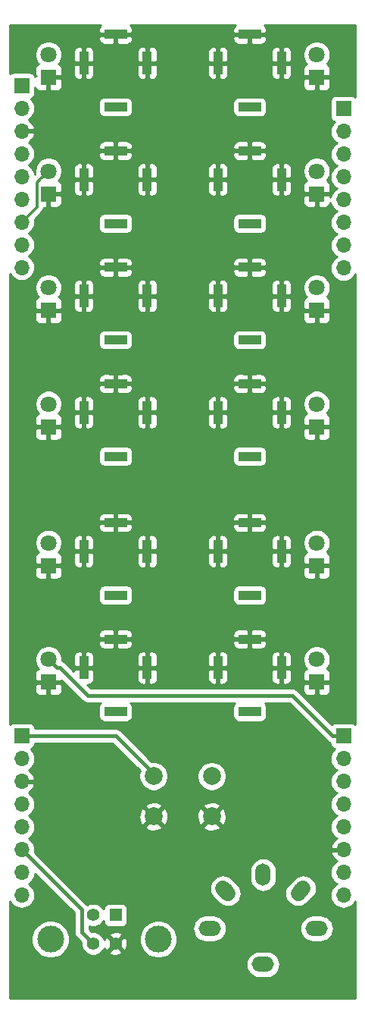
<source format=gbr>
G04 #@! TF.GenerationSoftware,KiCad,Pcbnew,(5.1.4)-1*
G04 #@! TF.CreationDate,2019-11-26T14:36:53+00:00*
G04 #@! TF.ProjectId,MidiMonger_controls,4d696469-4d6f-46e6-9765-725f636f6e74,rev?*
G04 #@! TF.SameCoordinates,Original*
G04 #@! TF.FileFunction,Copper,L1,Top*
G04 #@! TF.FilePolarity,Positive*
%FSLAX46Y46*%
G04 Gerber Fmt 4.6, Leading zero omitted, Abs format (unit mm)*
G04 Created by KiCad (PCBNEW (5.1.4)-1) date 2019-11-26 14:36:53*
%MOMM*%
%LPD*%
G04 APERTURE LIST*
%ADD10C,1.700000*%
%ADD11C,1.700000*%
%ADD12O,2.500000X1.700000*%
%ADD13O,1.700000X2.500000*%
%ADD14R,1.800000X1.800000*%
%ADD15C,1.800000*%
%ADD16C,3.000000*%
%ADD17C,1.400000*%
%ADD18R,1.400000X1.400000*%
%ADD19R,1.000000X2.500000*%
%ADD20R,2.500000X1.000000*%
%ADD21C,2.000000*%
%ADD22R,1.700000X1.700000*%
%ADD23O,1.700000X1.700000*%
%ADD24C,0.300000*%
%ADD25C,0.400000*%
%ADD26C,0.254000*%
G04 APERTURE END LIST*
D10*
X129200000Y-137300000D03*
D11*
X128917157Y-137582843D02*
X129482843Y-137017157D01*
D12*
X131000000Y-141500000D03*
D13*
X125000000Y-135500000D03*
D12*
X119000000Y-141500000D03*
D10*
X120800000Y-137300000D03*
D11*
X120517157Y-137017157D02*
X121082843Y-137582843D01*
D12*
X125000000Y-145500000D03*
D14*
X101000000Y-101000000D03*
D15*
X101000000Y-98460000D03*
D16*
X113270000Y-142700000D03*
D17*
X108500000Y-143200000D03*
X106000000Y-143200000D03*
D18*
X108500000Y-140000000D03*
D16*
X101230000Y-142700000D03*
D17*
X106000000Y-140000000D03*
D19*
X127050000Y-70900000D03*
D20*
X123500000Y-67700000D03*
D19*
X119950000Y-70900000D03*
D20*
X123500000Y-75800000D03*
D19*
X127050000Y-83900000D03*
D20*
X123500000Y-80700000D03*
D19*
X119950000Y-83900000D03*
D20*
X123500000Y-88800000D03*
D19*
X127050000Y-44900000D03*
D20*
X123500000Y-41700000D03*
D19*
X119950000Y-44900000D03*
D20*
X123500000Y-49800000D03*
D19*
X127050000Y-57900000D03*
D20*
X123500000Y-54700000D03*
D19*
X119950000Y-57900000D03*
D20*
X123500000Y-62800000D03*
D19*
X112050000Y-99400000D03*
D20*
X108500000Y-96200000D03*
D19*
X104950000Y-99400000D03*
D20*
X108500000Y-104300000D03*
D19*
X127050000Y-99400000D03*
D20*
X123500000Y-96200000D03*
D19*
X119950000Y-99400000D03*
D20*
X123500000Y-104300000D03*
D19*
X112050000Y-112400000D03*
D20*
X108500000Y-109200000D03*
D19*
X104950000Y-112400000D03*
D20*
X108500000Y-117300000D03*
D19*
X127050000Y-112400000D03*
D20*
X123500000Y-109200000D03*
D19*
X119950000Y-112400000D03*
D20*
X123500000Y-117300000D03*
D19*
X112050000Y-44900000D03*
D20*
X108500000Y-41700000D03*
D19*
X104950000Y-44900000D03*
D20*
X108500000Y-49800000D03*
D19*
X112050000Y-57900000D03*
D20*
X108500000Y-54700000D03*
D19*
X104950000Y-57900000D03*
D20*
X108500000Y-62800000D03*
D19*
X112050000Y-70900000D03*
D20*
X108500000Y-67700000D03*
D19*
X104950000Y-70900000D03*
D20*
X108500000Y-75800000D03*
D19*
X112050000Y-83900000D03*
D20*
X108500000Y-80700000D03*
D19*
X104950000Y-83900000D03*
D20*
X108500000Y-88800000D03*
D14*
X101000000Y-114000000D03*
D15*
X101000000Y-111460000D03*
D14*
X131000000Y-46500000D03*
D15*
X131000000Y-43960000D03*
D14*
X131000000Y-59500000D03*
D15*
X131000000Y-56960000D03*
D14*
X131000000Y-72500000D03*
D15*
X131000000Y-69960000D03*
D14*
X131000000Y-85500000D03*
D15*
X131000000Y-82960000D03*
D14*
X101000000Y-46500000D03*
D15*
X101000000Y-43960000D03*
D14*
X101000000Y-59500000D03*
D15*
X101000000Y-56960000D03*
D14*
X101000000Y-72500000D03*
D15*
X101000000Y-69960000D03*
D14*
X101000000Y-85500000D03*
D15*
X101000000Y-82960000D03*
D14*
X131000000Y-101000000D03*
D15*
X131000000Y-98460000D03*
D14*
X131000000Y-114000000D03*
D15*
X131000000Y-111460000D03*
D21*
X112750000Y-129000000D03*
X112750000Y-124500000D03*
X119250000Y-129000000D03*
X119250000Y-124500000D03*
D22*
X134000000Y-50000000D03*
D23*
X134000000Y-52540000D03*
X134000000Y-55080000D03*
X134000000Y-57620000D03*
X134000000Y-60160000D03*
X134000000Y-62700000D03*
X134000000Y-65240000D03*
X134000000Y-67780000D03*
D22*
X98000000Y-120000000D03*
D23*
X98000000Y-122540000D03*
X98000000Y-125080000D03*
X98000000Y-127620000D03*
X98000000Y-130160000D03*
X98000000Y-132700000D03*
X98000000Y-135240000D03*
X98000000Y-137780000D03*
D22*
X134000000Y-120000000D03*
D23*
X134000000Y-122540000D03*
X134000000Y-125080000D03*
X134000000Y-127620000D03*
X134000000Y-130160000D03*
X134000000Y-132700000D03*
X134000000Y-135240000D03*
X134000000Y-137780000D03*
X98000000Y-67720000D03*
X98000000Y-65180000D03*
X98000000Y-62640000D03*
X98000000Y-60100000D03*
X98000000Y-57560000D03*
X98000000Y-55020000D03*
X98000000Y-52480000D03*
X98000000Y-49940000D03*
D22*
X98000000Y-47400000D03*
D24*
X100100001Y-57859999D02*
X101000000Y-56960000D01*
X99699999Y-58260001D02*
X100100001Y-57859999D01*
X99699999Y-60940001D02*
X99699999Y-58260001D01*
X98000000Y-62640000D02*
X99699999Y-60940001D01*
D25*
X101899999Y-112359999D02*
X101000000Y-111460000D01*
X102240001Y-112359999D02*
X101899999Y-112359999D01*
X105380003Y-115500001D02*
X102240001Y-112359999D01*
X128250001Y-115500001D02*
X105380003Y-115500001D01*
X132750000Y-120000000D02*
X128250001Y-115500001D01*
X134000000Y-120000000D02*
X132750000Y-120000000D01*
X108500000Y-120000000D02*
X113000000Y-124500000D01*
X98000000Y-120000000D02*
X108500000Y-120000000D01*
X98849999Y-133549999D02*
X98000000Y-132700000D01*
X104699999Y-139399999D02*
X98849999Y-133549999D01*
X104699999Y-141899999D02*
X104699999Y-139399999D01*
X106000000Y-143200000D02*
X104699999Y-141899999D01*
D26*
G36*
X106798815Y-40748815D02*
G01*
X106719463Y-40845506D01*
X106660498Y-40955820D01*
X106624188Y-41075518D01*
X106611928Y-41200000D01*
X106615000Y-41414250D01*
X106773750Y-41573000D01*
X108373000Y-41573000D01*
X108373000Y-41553000D01*
X108627000Y-41553000D01*
X108627000Y-41573000D01*
X110226250Y-41573000D01*
X110385000Y-41414250D01*
X110388072Y-41200000D01*
X110375812Y-41075518D01*
X110339502Y-40955820D01*
X110280537Y-40845506D01*
X110201185Y-40748815D01*
X110123426Y-40685000D01*
X121876574Y-40685000D01*
X121798815Y-40748815D01*
X121719463Y-40845506D01*
X121660498Y-40955820D01*
X121624188Y-41075518D01*
X121611928Y-41200000D01*
X121615000Y-41414250D01*
X121773750Y-41573000D01*
X123373000Y-41573000D01*
X123373000Y-41553000D01*
X123627000Y-41553000D01*
X123627000Y-41573000D01*
X125226250Y-41573000D01*
X125385000Y-41414250D01*
X125388072Y-41200000D01*
X125375812Y-41075518D01*
X125339502Y-40955820D01*
X125280537Y-40845506D01*
X125201185Y-40748815D01*
X125123426Y-40685000D01*
X135315000Y-40685000D01*
X135315000Y-48715649D01*
X135301185Y-48698815D01*
X135204494Y-48619463D01*
X135094180Y-48560498D01*
X134974482Y-48524188D01*
X134850000Y-48511928D01*
X133150000Y-48511928D01*
X133025518Y-48524188D01*
X132905820Y-48560498D01*
X132795506Y-48619463D01*
X132698815Y-48698815D01*
X132619463Y-48795506D01*
X132560498Y-48905820D01*
X132524188Y-49025518D01*
X132511928Y-49150000D01*
X132511928Y-50850000D01*
X132524188Y-50974482D01*
X132560498Y-51094180D01*
X132619463Y-51204494D01*
X132698815Y-51301185D01*
X132795506Y-51380537D01*
X132905820Y-51439502D01*
X132974687Y-51460393D01*
X132944866Y-51484866D01*
X132759294Y-51710986D01*
X132621401Y-51968966D01*
X132536487Y-52248889D01*
X132507815Y-52540000D01*
X132536487Y-52831111D01*
X132621401Y-53111034D01*
X132759294Y-53369014D01*
X132944866Y-53595134D01*
X133170986Y-53780706D01*
X133225791Y-53810000D01*
X133170986Y-53839294D01*
X132944866Y-54024866D01*
X132759294Y-54250986D01*
X132621401Y-54508966D01*
X132536487Y-54788889D01*
X132507815Y-55080000D01*
X132536487Y-55371111D01*
X132621401Y-55651034D01*
X132759294Y-55909014D01*
X132944866Y-56135134D01*
X133170986Y-56320706D01*
X133225791Y-56350000D01*
X133170986Y-56379294D01*
X132944866Y-56564866D01*
X132759294Y-56790986D01*
X132621401Y-57048966D01*
X132536487Y-57328889D01*
X132507815Y-57620000D01*
X132536487Y-57911111D01*
X132621401Y-58191034D01*
X132759294Y-58449014D01*
X132944866Y-58675134D01*
X133170986Y-58860706D01*
X133225791Y-58890000D01*
X133170986Y-58919294D01*
X132944866Y-59104866D01*
X132759294Y-59330986D01*
X132621401Y-59588966D01*
X132536487Y-59868889D01*
X132535468Y-59879240D01*
X132535000Y-59785750D01*
X132376250Y-59627000D01*
X131127000Y-59627000D01*
X131127000Y-60876250D01*
X131285750Y-61035000D01*
X131900000Y-61038072D01*
X132024482Y-61025812D01*
X132144180Y-60989502D01*
X132254494Y-60930537D01*
X132351185Y-60851185D01*
X132430537Y-60754494D01*
X132489502Y-60644180D01*
X132525812Y-60524482D01*
X132534763Y-60433602D01*
X132536487Y-60451111D01*
X132621401Y-60731034D01*
X132759294Y-60989014D01*
X132944866Y-61215134D01*
X133170986Y-61400706D01*
X133225791Y-61430000D01*
X133170986Y-61459294D01*
X132944866Y-61644866D01*
X132759294Y-61870986D01*
X132621401Y-62128966D01*
X132536487Y-62408889D01*
X132507815Y-62700000D01*
X132536487Y-62991111D01*
X132621401Y-63271034D01*
X132759294Y-63529014D01*
X132944866Y-63755134D01*
X133170986Y-63940706D01*
X133225791Y-63970000D01*
X133170986Y-63999294D01*
X132944866Y-64184866D01*
X132759294Y-64410986D01*
X132621401Y-64668966D01*
X132536487Y-64948889D01*
X132507815Y-65240000D01*
X132536487Y-65531111D01*
X132621401Y-65811034D01*
X132759294Y-66069014D01*
X132944866Y-66295134D01*
X133170986Y-66480706D01*
X133225791Y-66510000D01*
X133170986Y-66539294D01*
X132944866Y-66724866D01*
X132759294Y-66950986D01*
X132621401Y-67208966D01*
X132536487Y-67488889D01*
X132507815Y-67780000D01*
X132536487Y-68071111D01*
X132621401Y-68351034D01*
X132759294Y-68609014D01*
X132944866Y-68835134D01*
X133170986Y-69020706D01*
X133428966Y-69158599D01*
X133708889Y-69243513D01*
X133927050Y-69265000D01*
X134072950Y-69265000D01*
X134291111Y-69243513D01*
X134571034Y-69158599D01*
X134829014Y-69020706D01*
X135055134Y-68835134D01*
X135240706Y-68609014D01*
X135315000Y-68470019D01*
X135315001Y-118715650D01*
X135301185Y-118698815D01*
X135204494Y-118619463D01*
X135094180Y-118560498D01*
X134974482Y-118524188D01*
X134850000Y-118511928D01*
X133150000Y-118511928D01*
X133025518Y-118524188D01*
X132905820Y-118560498D01*
X132795506Y-118619463D01*
X132698815Y-118698815D01*
X132667654Y-118736785D01*
X128869447Y-114938580D01*
X128843292Y-114906710D01*
X128835116Y-114900000D01*
X129461928Y-114900000D01*
X129474188Y-115024482D01*
X129510498Y-115144180D01*
X129569463Y-115254494D01*
X129648815Y-115351185D01*
X129745506Y-115430537D01*
X129855820Y-115489502D01*
X129975518Y-115525812D01*
X130100000Y-115538072D01*
X130714250Y-115535000D01*
X130873000Y-115376250D01*
X130873000Y-114127000D01*
X131127000Y-114127000D01*
X131127000Y-115376250D01*
X131285750Y-115535000D01*
X131900000Y-115538072D01*
X132024482Y-115525812D01*
X132144180Y-115489502D01*
X132254494Y-115430537D01*
X132351185Y-115351185D01*
X132430537Y-115254494D01*
X132489502Y-115144180D01*
X132525812Y-115024482D01*
X132538072Y-114900000D01*
X132535000Y-114285750D01*
X132376250Y-114127000D01*
X131127000Y-114127000D01*
X130873000Y-114127000D01*
X129623750Y-114127000D01*
X129465000Y-114285750D01*
X129461928Y-114900000D01*
X128835116Y-114900000D01*
X128716147Y-114802365D01*
X128571088Y-114724829D01*
X128413690Y-114677083D01*
X128291020Y-114665001D01*
X128291019Y-114665001D01*
X128250001Y-114660961D01*
X128208983Y-114665001D01*
X105725871Y-114665001D01*
X105347472Y-114286602D01*
X105450000Y-114288072D01*
X105574482Y-114275812D01*
X105694180Y-114239502D01*
X105804494Y-114180537D01*
X105901185Y-114101185D01*
X105980537Y-114004494D01*
X106039502Y-113894180D01*
X106075812Y-113774482D01*
X106088072Y-113650000D01*
X110911928Y-113650000D01*
X110924188Y-113774482D01*
X110960498Y-113894180D01*
X111019463Y-114004494D01*
X111098815Y-114101185D01*
X111195506Y-114180537D01*
X111305820Y-114239502D01*
X111425518Y-114275812D01*
X111550000Y-114288072D01*
X111764250Y-114285000D01*
X111923000Y-114126250D01*
X111923000Y-112527000D01*
X112177000Y-112527000D01*
X112177000Y-114126250D01*
X112335750Y-114285000D01*
X112550000Y-114288072D01*
X112674482Y-114275812D01*
X112794180Y-114239502D01*
X112904494Y-114180537D01*
X113001185Y-114101185D01*
X113080537Y-114004494D01*
X113139502Y-113894180D01*
X113175812Y-113774482D01*
X113188072Y-113650000D01*
X118811928Y-113650000D01*
X118824188Y-113774482D01*
X118860498Y-113894180D01*
X118919463Y-114004494D01*
X118998815Y-114101185D01*
X119095506Y-114180537D01*
X119205820Y-114239502D01*
X119325518Y-114275812D01*
X119450000Y-114288072D01*
X119664250Y-114285000D01*
X119823000Y-114126250D01*
X119823000Y-112527000D01*
X120077000Y-112527000D01*
X120077000Y-114126250D01*
X120235750Y-114285000D01*
X120450000Y-114288072D01*
X120574482Y-114275812D01*
X120694180Y-114239502D01*
X120804494Y-114180537D01*
X120901185Y-114101185D01*
X120980537Y-114004494D01*
X121039502Y-113894180D01*
X121075812Y-113774482D01*
X121088072Y-113650000D01*
X125911928Y-113650000D01*
X125924188Y-113774482D01*
X125960498Y-113894180D01*
X126019463Y-114004494D01*
X126098815Y-114101185D01*
X126195506Y-114180537D01*
X126305820Y-114239502D01*
X126425518Y-114275812D01*
X126550000Y-114288072D01*
X126764250Y-114285000D01*
X126923000Y-114126250D01*
X126923000Y-112527000D01*
X127177000Y-112527000D01*
X127177000Y-114126250D01*
X127335750Y-114285000D01*
X127550000Y-114288072D01*
X127674482Y-114275812D01*
X127794180Y-114239502D01*
X127904494Y-114180537D01*
X128001185Y-114101185D01*
X128080537Y-114004494D01*
X128139502Y-113894180D01*
X128175812Y-113774482D01*
X128188072Y-113650000D01*
X128186320Y-113100000D01*
X129461928Y-113100000D01*
X129465000Y-113714250D01*
X129623750Y-113873000D01*
X130873000Y-113873000D01*
X130873000Y-113853000D01*
X131127000Y-113853000D01*
X131127000Y-113873000D01*
X132376250Y-113873000D01*
X132535000Y-113714250D01*
X132538072Y-113100000D01*
X132525812Y-112975518D01*
X132489502Y-112855820D01*
X132430537Y-112745506D01*
X132351185Y-112648815D01*
X132254494Y-112569463D01*
X132144180Y-112510498D01*
X132125873Y-112504944D01*
X132192312Y-112438505D01*
X132360299Y-112187095D01*
X132476011Y-111907743D01*
X132535000Y-111611184D01*
X132535000Y-111308816D01*
X132476011Y-111012257D01*
X132360299Y-110732905D01*
X132192312Y-110481495D01*
X131978505Y-110267688D01*
X131727095Y-110099701D01*
X131447743Y-109983989D01*
X131151184Y-109925000D01*
X130848816Y-109925000D01*
X130552257Y-109983989D01*
X130272905Y-110099701D01*
X130021495Y-110267688D01*
X129807688Y-110481495D01*
X129639701Y-110732905D01*
X129523989Y-111012257D01*
X129465000Y-111308816D01*
X129465000Y-111611184D01*
X129523989Y-111907743D01*
X129639701Y-112187095D01*
X129807688Y-112438505D01*
X129874127Y-112504944D01*
X129855820Y-112510498D01*
X129745506Y-112569463D01*
X129648815Y-112648815D01*
X129569463Y-112745506D01*
X129510498Y-112855820D01*
X129474188Y-112975518D01*
X129461928Y-113100000D01*
X128186320Y-113100000D01*
X128185000Y-112685750D01*
X128026250Y-112527000D01*
X127177000Y-112527000D01*
X126923000Y-112527000D01*
X126073750Y-112527000D01*
X125915000Y-112685750D01*
X125911928Y-113650000D01*
X121088072Y-113650000D01*
X121085000Y-112685750D01*
X120926250Y-112527000D01*
X120077000Y-112527000D01*
X119823000Y-112527000D01*
X118973750Y-112527000D01*
X118815000Y-112685750D01*
X118811928Y-113650000D01*
X113188072Y-113650000D01*
X113185000Y-112685750D01*
X113026250Y-112527000D01*
X112177000Y-112527000D01*
X111923000Y-112527000D01*
X111073750Y-112527000D01*
X110915000Y-112685750D01*
X110911928Y-113650000D01*
X106088072Y-113650000D01*
X106085000Y-112685750D01*
X105926250Y-112527000D01*
X105077000Y-112527000D01*
X105077000Y-112547000D01*
X104823000Y-112547000D01*
X104823000Y-112527000D01*
X103973750Y-112527000D01*
X103815000Y-112685750D01*
X103814783Y-112753914D01*
X102859447Y-111798578D01*
X102833292Y-111766708D01*
X102706147Y-111662363D01*
X102561088Y-111584827D01*
X102535000Y-111576913D01*
X102535000Y-111308816D01*
X102503410Y-111150000D01*
X103811928Y-111150000D01*
X103815000Y-112114250D01*
X103973750Y-112273000D01*
X104823000Y-112273000D01*
X104823000Y-110673750D01*
X105077000Y-110673750D01*
X105077000Y-112273000D01*
X105926250Y-112273000D01*
X106085000Y-112114250D01*
X106088072Y-111150000D01*
X110911928Y-111150000D01*
X110915000Y-112114250D01*
X111073750Y-112273000D01*
X111923000Y-112273000D01*
X111923000Y-110673750D01*
X112177000Y-110673750D01*
X112177000Y-112273000D01*
X113026250Y-112273000D01*
X113185000Y-112114250D01*
X113188072Y-111150000D01*
X118811928Y-111150000D01*
X118815000Y-112114250D01*
X118973750Y-112273000D01*
X119823000Y-112273000D01*
X119823000Y-110673750D01*
X120077000Y-110673750D01*
X120077000Y-112273000D01*
X120926250Y-112273000D01*
X121085000Y-112114250D01*
X121088072Y-111150000D01*
X125911928Y-111150000D01*
X125915000Y-112114250D01*
X126073750Y-112273000D01*
X126923000Y-112273000D01*
X126923000Y-110673750D01*
X127177000Y-110673750D01*
X127177000Y-112273000D01*
X128026250Y-112273000D01*
X128185000Y-112114250D01*
X128188072Y-111150000D01*
X128175812Y-111025518D01*
X128139502Y-110905820D01*
X128080537Y-110795506D01*
X128001185Y-110698815D01*
X127904494Y-110619463D01*
X127794180Y-110560498D01*
X127674482Y-110524188D01*
X127550000Y-110511928D01*
X127335750Y-110515000D01*
X127177000Y-110673750D01*
X126923000Y-110673750D01*
X126764250Y-110515000D01*
X126550000Y-110511928D01*
X126425518Y-110524188D01*
X126305820Y-110560498D01*
X126195506Y-110619463D01*
X126098815Y-110698815D01*
X126019463Y-110795506D01*
X125960498Y-110905820D01*
X125924188Y-111025518D01*
X125911928Y-111150000D01*
X121088072Y-111150000D01*
X121075812Y-111025518D01*
X121039502Y-110905820D01*
X120980537Y-110795506D01*
X120901185Y-110698815D01*
X120804494Y-110619463D01*
X120694180Y-110560498D01*
X120574482Y-110524188D01*
X120450000Y-110511928D01*
X120235750Y-110515000D01*
X120077000Y-110673750D01*
X119823000Y-110673750D01*
X119664250Y-110515000D01*
X119450000Y-110511928D01*
X119325518Y-110524188D01*
X119205820Y-110560498D01*
X119095506Y-110619463D01*
X118998815Y-110698815D01*
X118919463Y-110795506D01*
X118860498Y-110905820D01*
X118824188Y-111025518D01*
X118811928Y-111150000D01*
X113188072Y-111150000D01*
X113175812Y-111025518D01*
X113139502Y-110905820D01*
X113080537Y-110795506D01*
X113001185Y-110698815D01*
X112904494Y-110619463D01*
X112794180Y-110560498D01*
X112674482Y-110524188D01*
X112550000Y-110511928D01*
X112335750Y-110515000D01*
X112177000Y-110673750D01*
X111923000Y-110673750D01*
X111764250Y-110515000D01*
X111550000Y-110511928D01*
X111425518Y-110524188D01*
X111305820Y-110560498D01*
X111195506Y-110619463D01*
X111098815Y-110698815D01*
X111019463Y-110795506D01*
X110960498Y-110905820D01*
X110924188Y-111025518D01*
X110911928Y-111150000D01*
X106088072Y-111150000D01*
X106075812Y-111025518D01*
X106039502Y-110905820D01*
X105980537Y-110795506D01*
X105901185Y-110698815D01*
X105804494Y-110619463D01*
X105694180Y-110560498D01*
X105574482Y-110524188D01*
X105450000Y-110511928D01*
X105235750Y-110515000D01*
X105077000Y-110673750D01*
X104823000Y-110673750D01*
X104664250Y-110515000D01*
X104450000Y-110511928D01*
X104325518Y-110524188D01*
X104205820Y-110560498D01*
X104095506Y-110619463D01*
X103998815Y-110698815D01*
X103919463Y-110795506D01*
X103860498Y-110905820D01*
X103824188Y-111025518D01*
X103811928Y-111150000D01*
X102503410Y-111150000D01*
X102476011Y-111012257D01*
X102360299Y-110732905D01*
X102192312Y-110481495D01*
X101978505Y-110267688D01*
X101727095Y-110099701D01*
X101447743Y-109983989D01*
X101151184Y-109925000D01*
X100848816Y-109925000D01*
X100552257Y-109983989D01*
X100272905Y-110099701D01*
X100021495Y-110267688D01*
X99807688Y-110481495D01*
X99639701Y-110732905D01*
X99523989Y-111012257D01*
X99465000Y-111308816D01*
X99465000Y-111611184D01*
X99523989Y-111907743D01*
X99639701Y-112187095D01*
X99807688Y-112438505D01*
X99874127Y-112504944D01*
X99855820Y-112510498D01*
X99745506Y-112569463D01*
X99648815Y-112648815D01*
X99569463Y-112745506D01*
X99510498Y-112855820D01*
X99474188Y-112975518D01*
X99461928Y-113100000D01*
X99465000Y-113714250D01*
X99623750Y-113873000D01*
X100873000Y-113873000D01*
X100873000Y-113853000D01*
X101127000Y-113853000D01*
X101127000Y-113873000D01*
X102376250Y-113873000D01*
X102474192Y-113775058D01*
X104760562Y-116061428D01*
X104786712Y-116093292D01*
X104913857Y-116197637D01*
X105058916Y-116275173D01*
X105216314Y-116322919D01*
X105338984Y-116335001D01*
X105338994Y-116335001D01*
X105380002Y-116339040D01*
X105421010Y-116335001D01*
X106815647Y-116335001D01*
X106798815Y-116348815D01*
X106719463Y-116445506D01*
X106660498Y-116555820D01*
X106624188Y-116675518D01*
X106611928Y-116800000D01*
X106611928Y-117800000D01*
X106624188Y-117924482D01*
X106660498Y-118044180D01*
X106719463Y-118154494D01*
X106798815Y-118251185D01*
X106895506Y-118330537D01*
X107005820Y-118389502D01*
X107125518Y-118425812D01*
X107250000Y-118438072D01*
X109750000Y-118438072D01*
X109874482Y-118425812D01*
X109994180Y-118389502D01*
X110104494Y-118330537D01*
X110201185Y-118251185D01*
X110280537Y-118154494D01*
X110339502Y-118044180D01*
X110375812Y-117924482D01*
X110388072Y-117800000D01*
X110388072Y-116800000D01*
X110375812Y-116675518D01*
X110339502Y-116555820D01*
X110280537Y-116445506D01*
X110201185Y-116348815D01*
X110184353Y-116335001D01*
X121815647Y-116335001D01*
X121798815Y-116348815D01*
X121719463Y-116445506D01*
X121660498Y-116555820D01*
X121624188Y-116675518D01*
X121611928Y-116800000D01*
X121611928Y-117800000D01*
X121624188Y-117924482D01*
X121660498Y-118044180D01*
X121719463Y-118154494D01*
X121798815Y-118251185D01*
X121895506Y-118330537D01*
X122005820Y-118389502D01*
X122125518Y-118425812D01*
X122250000Y-118438072D01*
X124750000Y-118438072D01*
X124874482Y-118425812D01*
X124994180Y-118389502D01*
X125104494Y-118330537D01*
X125201185Y-118251185D01*
X125280537Y-118154494D01*
X125339502Y-118044180D01*
X125375812Y-117924482D01*
X125388072Y-117800000D01*
X125388072Y-116800000D01*
X125375812Y-116675518D01*
X125339502Y-116555820D01*
X125280537Y-116445506D01*
X125201185Y-116348815D01*
X125184353Y-116335001D01*
X127904134Y-116335001D01*
X132130563Y-120561432D01*
X132156709Y-120593291D01*
X132283854Y-120697636D01*
X132428913Y-120775172D01*
X132511928Y-120800354D01*
X132511928Y-120850000D01*
X132524188Y-120974482D01*
X132560498Y-121094180D01*
X132619463Y-121204494D01*
X132698815Y-121301185D01*
X132795506Y-121380537D01*
X132905820Y-121439502D01*
X132974687Y-121460393D01*
X132944866Y-121484866D01*
X132759294Y-121710986D01*
X132621401Y-121968966D01*
X132536487Y-122248889D01*
X132507815Y-122540000D01*
X132536487Y-122831111D01*
X132621401Y-123111034D01*
X132759294Y-123369014D01*
X132944866Y-123595134D01*
X133170986Y-123780706D01*
X133225791Y-123810000D01*
X133170986Y-123839294D01*
X132944866Y-124024866D01*
X132759294Y-124250986D01*
X132621401Y-124508966D01*
X132536487Y-124788889D01*
X132507815Y-125080000D01*
X132536487Y-125371111D01*
X132621401Y-125651034D01*
X132759294Y-125909014D01*
X132944866Y-126135134D01*
X133170986Y-126320706D01*
X133225791Y-126350000D01*
X133170986Y-126379294D01*
X132944866Y-126564866D01*
X132759294Y-126790986D01*
X132621401Y-127048966D01*
X132536487Y-127328889D01*
X132507815Y-127620000D01*
X132536487Y-127911111D01*
X132621401Y-128191034D01*
X132759294Y-128449014D01*
X132944866Y-128675134D01*
X133170986Y-128860706D01*
X133225791Y-128890000D01*
X133170986Y-128919294D01*
X132944866Y-129104866D01*
X132759294Y-129330986D01*
X132621401Y-129588966D01*
X132536487Y-129868889D01*
X132507815Y-130160000D01*
X132536487Y-130451111D01*
X132621401Y-130731034D01*
X132759294Y-130989014D01*
X132944866Y-131215134D01*
X133170986Y-131400706D01*
X133235523Y-131435201D01*
X133118645Y-131504822D01*
X132902412Y-131699731D01*
X132728359Y-131933080D01*
X132603175Y-132195901D01*
X132558524Y-132343110D01*
X132679845Y-132573000D01*
X133873000Y-132573000D01*
X133873000Y-132553000D01*
X134127000Y-132553000D01*
X134127000Y-132573000D01*
X134147000Y-132573000D01*
X134147000Y-132827000D01*
X134127000Y-132827000D01*
X134127000Y-132847000D01*
X133873000Y-132847000D01*
X133873000Y-132827000D01*
X132679845Y-132827000D01*
X132558524Y-133056890D01*
X132603175Y-133204099D01*
X132728359Y-133466920D01*
X132902412Y-133700269D01*
X133118645Y-133895178D01*
X133235523Y-133964799D01*
X133170986Y-133999294D01*
X132944866Y-134184866D01*
X132759294Y-134410986D01*
X132621401Y-134668966D01*
X132536487Y-134948889D01*
X132507815Y-135240000D01*
X132536487Y-135531111D01*
X132621401Y-135811034D01*
X132759294Y-136069014D01*
X132944866Y-136295134D01*
X133170986Y-136480706D01*
X133225791Y-136510000D01*
X133170986Y-136539294D01*
X132944866Y-136724866D01*
X132759294Y-136950986D01*
X132621401Y-137208966D01*
X132536487Y-137488889D01*
X132507815Y-137780000D01*
X132536487Y-138071111D01*
X132621401Y-138351034D01*
X132759294Y-138609014D01*
X132944866Y-138835134D01*
X133170986Y-139020706D01*
X133428966Y-139158599D01*
X133708889Y-139243513D01*
X133927050Y-139265000D01*
X134072950Y-139265000D01*
X134291111Y-139243513D01*
X134571034Y-139158599D01*
X134829014Y-139020706D01*
X135055134Y-138835134D01*
X135240706Y-138609014D01*
X135315001Y-138470018D01*
X135315001Y-149315000D01*
X96685000Y-149315000D01*
X96685000Y-145500000D01*
X123107815Y-145500000D01*
X123136487Y-145791111D01*
X123221401Y-146071034D01*
X123359294Y-146329014D01*
X123544866Y-146555134D01*
X123770986Y-146740706D01*
X124028966Y-146878599D01*
X124308889Y-146963513D01*
X124527050Y-146985000D01*
X125472950Y-146985000D01*
X125691111Y-146963513D01*
X125971034Y-146878599D01*
X126229014Y-146740706D01*
X126455134Y-146555134D01*
X126640706Y-146329014D01*
X126778599Y-146071034D01*
X126863513Y-145791111D01*
X126892185Y-145500000D01*
X126863513Y-145208889D01*
X126778599Y-144928966D01*
X126640706Y-144670986D01*
X126455134Y-144444866D01*
X126229014Y-144259294D01*
X125971034Y-144121401D01*
X125691111Y-144036487D01*
X125472950Y-144015000D01*
X124527050Y-144015000D01*
X124308889Y-144036487D01*
X124028966Y-144121401D01*
X123770986Y-144259294D01*
X123544866Y-144444866D01*
X123359294Y-144670986D01*
X123221401Y-144928966D01*
X123136487Y-145208889D01*
X123107815Y-145500000D01*
X96685000Y-145500000D01*
X96685000Y-142489721D01*
X99095000Y-142489721D01*
X99095000Y-142910279D01*
X99177047Y-143322756D01*
X99337988Y-143711302D01*
X99571637Y-144060983D01*
X99869017Y-144358363D01*
X100218698Y-144592012D01*
X100607244Y-144752953D01*
X101019721Y-144835000D01*
X101440279Y-144835000D01*
X101852756Y-144752953D01*
X102241302Y-144592012D01*
X102590983Y-144358363D01*
X102888363Y-144060983D01*
X103122012Y-143711302D01*
X103282953Y-143322756D01*
X103365000Y-142910279D01*
X103365000Y-142489721D01*
X103282953Y-142077244D01*
X103122012Y-141688698D01*
X102888363Y-141339017D01*
X102590983Y-141041637D01*
X102241302Y-140807988D01*
X101852756Y-140647047D01*
X101440279Y-140565000D01*
X101019721Y-140565000D01*
X100607244Y-140647047D01*
X100218698Y-140807988D01*
X99869017Y-141041637D01*
X99571637Y-141339017D01*
X99337988Y-141688698D01*
X99177047Y-142077244D01*
X99095000Y-142489721D01*
X96685000Y-142489721D01*
X96685000Y-138470020D01*
X96759294Y-138609014D01*
X96944866Y-138835134D01*
X97170986Y-139020706D01*
X97428966Y-139158599D01*
X97708889Y-139243513D01*
X97927050Y-139265000D01*
X98072950Y-139265000D01*
X98291111Y-139243513D01*
X98571034Y-139158599D01*
X98829014Y-139020706D01*
X99055134Y-138835134D01*
X99240706Y-138609014D01*
X99378599Y-138351034D01*
X99463513Y-138071111D01*
X99492185Y-137780000D01*
X99463513Y-137488889D01*
X99378599Y-137208966D01*
X99240706Y-136950986D01*
X99055134Y-136724866D01*
X98829014Y-136539294D01*
X98774209Y-136510000D01*
X98829014Y-136480706D01*
X99055134Y-136295134D01*
X99240706Y-136069014D01*
X99378599Y-135811034D01*
X99463513Y-135531111D01*
X99480255Y-135361123D01*
X103865000Y-139745868D01*
X103864999Y-141858980D01*
X103860959Y-141899999D01*
X103864999Y-141941017D01*
X103877081Y-142063687D01*
X103924827Y-142221085D01*
X104002363Y-142366144D01*
X104106708Y-142493290D01*
X104138578Y-142519445D01*
X104668757Y-143049625D01*
X104665000Y-143068514D01*
X104665000Y-143331486D01*
X104716304Y-143589405D01*
X104816939Y-143832359D01*
X104963038Y-144051013D01*
X105148987Y-144236962D01*
X105367641Y-144383061D01*
X105610595Y-144483696D01*
X105868514Y-144535000D01*
X106131486Y-144535000D01*
X106389405Y-144483696D01*
X106632359Y-144383061D01*
X106851013Y-144236962D01*
X106966706Y-144121269D01*
X107758336Y-144121269D01*
X107817797Y-144355037D01*
X108056242Y-144465934D01*
X108311740Y-144528183D01*
X108574473Y-144539390D01*
X108834344Y-144499125D01*
X109081366Y-144408935D01*
X109182203Y-144355037D01*
X109241664Y-144121269D01*
X108500000Y-143379605D01*
X107758336Y-144121269D01*
X106966706Y-144121269D01*
X107036962Y-144051013D01*
X107183061Y-143832359D01*
X107250361Y-143669882D01*
X107291065Y-143781366D01*
X107344963Y-143882203D01*
X107578731Y-143941664D01*
X108320395Y-143200000D01*
X108679605Y-143200000D01*
X109421269Y-143941664D01*
X109655037Y-143882203D01*
X109765934Y-143643758D01*
X109828183Y-143388260D01*
X109839390Y-143125527D01*
X109799125Y-142865656D01*
X109708935Y-142618634D01*
X109655037Y-142517797D01*
X109544658Y-142489721D01*
X111135000Y-142489721D01*
X111135000Y-142910279D01*
X111217047Y-143322756D01*
X111377988Y-143711302D01*
X111611637Y-144060983D01*
X111909017Y-144358363D01*
X112258698Y-144592012D01*
X112647244Y-144752953D01*
X113059721Y-144835000D01*
X113480279Y-144835000D01*
X113892756Y-144752953D01*
X114281302Y-144592012D01*
X114630983Y-144358363D01*
X114928363Y-144060983D01*
X115162012Y-143711302D01*
X115322953Y-143322756D01*
X115405000Y-142910279D01*
X115405000Y-142489721D01*
X115322953Y-142077244D01*
X115162012Y-141688698D01*
X115035929Y-141500000D01*
X117107815Y-141500000D01*
X117136487Y-141791111D01*
X117221401Y-142071034D01*
X117359294Y-142329014D01*
X117544866Y-142555134D01*
X117770986Y-142740706D01*
X118028966Y-142878599D01*
X118308889Y-142963513D01*
X118527050Y-142985000D01*
X119472950Y-142985000D01*
X119691111Y-142963513D01*
X119971034Y-142878599D01*
X120229014Y-142740706D01*
X120455134Y-142555134D01*
X120640706Y-142329014D01*
X120778599Y-142071034D01*
X120863513Y-141791111D01*
X120892185Y-141500000D01*
X129107815Y-141500000D01*
X129136487Y-141791111D01*
X129221401Y-142071034D01*
X129359294Y-142329014D01*
X129544866Y-142555134D01*
X129770986Y-142740706D01*
X130028966Y-142878599D01*
X130308889Y-142963513D01*
X130527050Y-142985000D01*
X131472950Y-142985000D01*
X131691111Y-142963513D01*
X131971034Y-142878599D01*
X132229014Y-142740706D01*
X132455134Y-142555134D01*
X132640706Y-142329014D01*
X132778599Y-142071034D01*
X132863513Y-141791111D01*
X132892185Y-141500000D01*
X132863513Y-141208889D01*
X132778599Y-140928966D01*
X132640706Y-140670986D01*
X132455134Y-140444866D01*
X132229014Y-140259294D01*
X131971034Y-140121401D01*
X131691111Y-140036487D01*
X131472950Y-140015000D01*
X130527050Y-140015000D01*
X130308889Y-140036487D01*
X130028966Y-140121401D01*
X129770986Y-140259294D01*
X129544866Y-140444866D01*
X129359294Y-140670986D01*
X129221401Y-140928966D01*
X129136487Y-141208889D01*
X129107815Y-141500000D01*
X120892185Y-141500000D01*
X120863513Y-141208889D01*
X120778599Y-140928966D01*
X120640706Y-140670986D01*
X120455134Y-140444866D01*
X120229014Y-140259294D01*
X119971034Y-140121401D01*
X119691111Y-140036487D01*
X119472950Y-140015000D01*
X118527050Y-140015000D01*
X118308889Y-140036487D01*
X118028966Y-140121401D01*
X117770986Y-140259294D01*
X117544866Y-140444866D01*
X117359294Y-140670986D01*
X117221401Y-140928966D01*
X117136487Y-141208889D01*
X117107815Y-141500000D01*
X115035929Y-141500000D01*
X114928363Y-141339017D01*
X114630983Y-141041637D01*
X114281302Y-140807988D01*
X113892756Y-140647047D01*
X113480279Y-140565000D01*
X113059721Y-140565000D01*
X112647244Y-140647047D01*
X112258698Y-140807988D01*
X111909017Y-141041637D01*
X111611637Y-141339017D01*
X111377988Y-141688698D01*
X111217047Y-142077244D01*
X111135000Y-142489721D01*
X109544658Y-142489721D01*
X109421269Y-142458336D01*
X108679605Y-143200000D01*
X108320395Y-143200000D01*
X107578731Y-142458336D01*
X107344963Y-142517797D01*
X107248408Y-142725404D01*
X107183061Y-142567641D01*
X107036962Y-142348987D01*
X106966706Y-142278731D01*
X107758336Y-142278731D01*
X108500000Y-143020395D01*
X109241664Y-142278731D01*
X109182203Y-142044963D01*
X108943758Y-141934066D01*
X108688260Y-141871817D01*
X108425527Y-141860610D01*
X108165656Y-141900875D01*
X107918634Y-141991065D01*
X107817797Y-142044963D01*
X107758336Y-142278731D01*
X106966706Y-142278731D01*
X106851013Y-142163038D01*
X106632359Y-142016939D01*
X106389405Y-141916304D01*
X106131486Y-141865000D01*
X105868514Y-141865000D01*
X105849625Y-141868757D01*
X105534999Y-141554132D01*
X105534999Y-141252383D01*
X105610595Y-141283696D01*
X105868514Y-141335000D01*
X106131486Y-141335000D01*
X106389405Y-141283696D01*
X106632359Y-141183061D01*
X106851013Y-141036962D01*
X107036962Y-140851013D01*
X107161928Y-140663987D01*
X107161928Y-140700000D01*
X107174188Y-140824482D01*
X107210498Y-140944180D01*
X107269463Y-141054494D01*
X107348815Y-141151185D01*
X107445506Y-141230537D01*
X107555820Y-141289502D01*
X107675518Y-141325812D01*
X107800000Y-141338072D01*
X109200000Y-141338072D01*
X109324482Y-141325812D01*
X109444180Y-141289502D01*
X109554494Y-141230537D01*
X109651185Y-141151185D01*
X109730537Y-141054494D01*
X109789502Y-140944180D01*
X109825812Y-140824482D01*
X109838072Y-140700000D01*
X109838072Y-139300000D01*
X109825812Y-139175518D01*
X109789502Y-139055820D01*
X109730537Y-138945506D01*
X109651185Y-138848815D01*
X109554494Y-138769463D01*
X109444180Y-138710498D01*
X109324482Y-138674188D01*
X109200000Y-138661928D01*
X107800000Y-138661928D01*
X107675518Y-138674188D01*
X107555820Y-138710498D01*
X107445506Y-138769463D01*
X107348815Y-138848815D01*
X107269463Y-138945506D01*
X107210498Y-139055820D01*
X107174188Y-139175518D01*
X107161928Y-139300000D01*
X107161928Y-139336013D01*
X107036962Y-139148987D01*
X106851013Y-138963038D01*
X106632359Y-138816939D01*
X106389405Y-138716304D01*
X106131486Y-138665000D01*
X105868514Y-138665000D01*
X105610595Y-138716304D01*
X105367641Y-138816939D01*
X105325044Y-138845401D01*
X105293290Y-138806708D01*
X105261426Y-138780558D01*
X103498025Y-137017157D01*
X119024973Y-137017157D01*
X119053644Y-137308267D01*
X119138559Y-137588191D01*
X119276451Y-137846170D01*
X119415520Y-138015627D01*
X120084374Y-138684480D01*
X120253830Y-138823549D01*
X120511809Y-138961441D01*
X120791732Y-139046356D01*
X121082843Y-139075027D01*
X121373953Y-139046356D01*
X121653877Y-138961441D01*
X121911856Y-138823549D01*
X122137977Y-138637977D01*
X122323549Y-138411856D01*
X122461441Y-138153877D01*
X122546356Y-137873953D01*
X122575027Y-137582843D01*
X127424973Y-137582843D01*
X127453644Y-137873953D01*
X127538559Y-138153877D01*
X127676451Y-138411856D01*
X127862023Y-138637977D01*
X128088144Y-138823549D01*
X128346123Y-138961441D01*
X128626047Y-139046356D01*
X128917157Y-139075027D01*
X129208267Y-139046356D01*
X129488191Y-138961441D01*
X129746170Y-138823549D01*
X129915627Y-138684480D01*
X130584480Y-138015626D01*
X130723549Y-137846170D01*
X130861441Y-137588191D01*
X130946356Y-137308268D01*
X130975027Y-137017157D01*
X130946356Y-136726047D01*
X130861441Y-136446123D01*
X130723549Y-136188144D01*
X130537977Y-135962023D01*
X130311856Y-135776451D01*
X130053877Y-135638559D01*
X129773953Y-135553644D01*
X129482843Y-135524973D01*
X129191732Y-135553644D01*
X128911809Y-135638559D01*
X128653830Y-135776451D01*
X128484374Y-135915520D01*
X127815520Y-136584373D01*
X127676451Y-136753830D01*
X127538559Y-137011809D01*
X127453644Y-137291733D01*
X127424973Y-137582843D01*
X122575027Y-137582843D01*
X122546356Y-137291732D01*
X122461441Y-137011809D01*
X122323549Y-136753830D01*
X122184480Y-136584374D01*
X121515627Y-135915520D01*
X121346170Y-135776451D01*
X121088191Y-135638559D01*
X120808267Y-135553644D01*
X120517157Y-135524973D01*
X120226047Y-135553644D01*
X119946123Y-135638559D01*
X119688144Y-135776451D01*
X119462023Y-135962023D01*
X119276451Y-136188144D01*
X119138559Y-136446123D01*
X119053644Y-136726047D01*
X119024973Y-137017157D01*
X103498025Y-137017157D01*
X101507919Y-135027051D01*
X123515000Y-135027051D01*
X123515000Y-135972950D01*
X123536487Y-136191111D01*
X123621401Y-136471034D01*
X123759294Y-136729014D01*
X123944866Y-136955134D01*
X124170987Y-137140706D01*
X124428967Y-137278599D01*
X124708890Y-137363513D01*
X125000000Y-137392185D01*
X125291111Y-137363513D01*
X125571034Y-137278599D01*
X125829014Y-137140706D01*
X126055134Y-136955134D01*
X126240706Y-136729014D01*
X126378599Y-136471034D01*
X126463513Y-136191111D01*
X126485000Y-135972949D01*
X126485000Y-135027050D01*
X126463513Y-134808889D01*
X126378599Y-134528966D01*
X126240706Y-134270986D01*
X126055134Y-134044866D01*
X125829013Y-133859294D01*
X125571033Y-133721401D01*
X125291110Y-133636487D01*
X125000000Y-133607815D01*
X124708889Y-133636487D01*
X124428966Y-133721401D01*
X124170986Y-133859294D01*
X123944866Y-134044866D01*
X123759294Y-134270987D01*
X123621401Y-134528967D01*
X123536487Y-134808890D01*
X123515000Y-135027051D01*
X101507919Y-135027051D01*
X99469442Y-132988575D01*
X99469437Y-132988569D01*
X99464272Y-132983404D01*
X99492185Y-132700000D01*
X99463513Y-132408889D01*
X99378599Y-132128966D01*
X99240706Y-131870986D01*
X99055134Y-131644866D01*
X98829014Y-131459294D01*
X98774209Y-131430000D01*
X98829014Y-131400706D01*
X99055134Y-131215134D01*
X99240706Y-130989014D01*
X99378599Y-130731034D01*
X99463513Y-130451111D01*
X99492185Y-130160000D01*
X99489764Y-130135413D01*
X111794192Y-130135413D01*
X111889956Y-130399814D01*
X112179571Y-130540704D01*
X112491108Y-130622384D01*
X112812595Y-130641718D01*
X113131675Y-130597961D01*
X113436088Y-130492795D01*
X113610044Y-130399814D01*
X113705808Y-130135413D01*
X118294192Y-130135413D01*
X118389956Y-130399814D01*
X118679571Y-130540704D01*
X118991108Y-130622384D01*
X119312595Y-130641718D01*
X119631675Y-130597961D01*
X119936088Y-130492795D01*
X120110044Y-130399814D01*
X120205808Y-130135413D01*
X119250000Y-129179605D01*
X118294192Y-130135413D01*
X113705808Y-130135413D01*
X112750000Y-129179605D01*
X111794192Y-130135413D01*
X99489764Y-130135413D01*
X99463513Y-129868889D01*
X99378599Y-129588966D01*
X99240706Y-129330986D01*
X99055134Y-129104866D01*
X99003627Y-129062595D01*
X111108282Y-129062595D01*
X111152039Y-129381675D01*
X111257205Y-129686088D01*
X111350186Y-129860044D01*
X111614587Y-129955808D01*
X112570395Y-129000000D01*
X112929605Y-129000000D01*
X113885413Y-129955808D01*
X114149814Y-129860044D01*
X114290704Y-129570429D01*
X114372384Y-129258892D01*
X114384189Y-129062595D01*
X117608282Y-129062595D01*
X117652039Y-129381675D01*
X117757205Y-129686088D01*
X117850186Y-129860044D01*
X118114587Y-129955808D01*
X119070395Y-129000000D01*
X119429605Y-129000000D01*
X120385413Y-129955808D01*
X120649814Y-129860044D01*
X120790704Y-129570429D01*
X120872384Y-129258892D01*
X120891718Y-128937405D01*
X120847961Y-128618325D01*
X120742795Y-128313912D01*
X120649814Y-128139956D01*
X120385413Y-128044192D01*
X119429605Y-129000000D01*
X119070395Y-129000000D01*
X118114587Y-128044192D01*
X117850186Y-128139956D01*
X117709296Y-128429571D01*
X117627616Y-128741108D01*
X117608282Y-129062595D01*
X114384189Y-129062595D01*
X114391718Y-128937405D01*
X114347961Y-128618325D01*
X114242795Y-128313912D01*
X114149814Y-128139956D01*
X113885413Y-128044192D01*
X112929605Y-129000000D01*
X112570395Y-129000000D01*
X111614587Y-128044192D01*
X111350186Y-128139956D01*
X111209296Y-128429571D01*
X111127616Y-128741108D01*
X111108282Y-129062595D01*
X99003627Y-129062595D01*
X98829014Y-128919294D01*
X98774209Y-128890000D01*
X98829014Y-128860706D01*
X99055134Y-128675134D01*
X99240706Y-128449014D01*
X99378599Y-128191034D01*
X99463513Y-127911111D01*
X99468095Y-127864587D01*
X111794192Y-127864587D01*
X112750000Y-128820395D01*
X113705808Y-127864587D01*
X118294192Y-127864587D01*
X119250000Y-128820395D01*
X120205808Y-127864587D01*
X120110044Y-127600186D01*
X119820429Y-127459296D01*
X119508892Y-127377616D01*
X119187405Y-127358282D01*
X118868325Y-127402039D01*
X118563912Y-127507205D01*
X118389956Y-127600186D01*
X118294192Y-127864587D01*
X113705808Y-127864587D01*
X113610044Y-127600186D01*
X113320429Y-127459296D01*
X113008892Y-127377616D01*
X112687405Y-127358282D01*
X112368325Y-127402039D01*
X112063912Y-127507205D01*
X111889956Y-127600186D01*
X111794192Y-127864587D01*
X99468095Y-127864587D01*
X99492185Y-127620000D01*
X99463513Y-127328889D01*
X99378599Y-127048966D01*
X99240706Y-126790986D01*
X99055134Y-126564866D01*
X98829014Y-126379294D01*
X98764477Y-126344799D01*
X98881355Y-126275178D01*
X99097588Y-126080269D01*
X99271641Y-125846920D01*
X99396825Y-125584099D01*
X99441476Y-125436890D01*
X99320155Y-125207000D01*
X98127000Y-125207000D01*
X98127000Y-125227000D01*
X97873000Y-125227000D01*
X97873000Y-125207000D01*
X97853000Y-125207000D01*
X97853000Y-124953000D01*
X97873000Y-124953000D01*
X97873000Y-124933000D01*
X98127000Y-124933000D01*
X98127000Y-124953000D01*
X99320155Y-124953000D01*
X99441476Y-124723110D01*
X99396825Y-124575901D01*
X99271641Y-124313080D01*
X99097588Y-124079731D01*
X98881355Y-123884822D01*
X98764477Y-123815201D01*
X98829014Y-123780706D01*
X99055134Y-123595134D01*
X99240706Y-123369014D01*
X99378599Y-123111034D01*
X99463513Y-122831111D01*
X99492185Y-122540000D01*
X99463513Y-122248889D01*
X99378599Y-121968966D01*
X99240706Y-121710986D01*
X99055134Y-121484866D01*
X99025313Y-121460393D01*
X99094180Y-121439502D01*
X99204494Y-121380537D01*
X99301185Y-121301185D01*
X99380537Y-121204494D01*
X99439502Y-121094180D01*
X99475812Y-120974482D01*
X99488072Y-120850000D01*
X99488072Y-120835000D01*
X108154133Y-120835000D01*
X111225980Y-123906848D01*
X111177832Y-124023088D01*
X111115000Y-124338967D01*
X111115000Y-124661033D01*
X111177832Y-124976912D01*
X111301082Y-125274463D01*
X111480013Y-125542252D01*
X111707748Y-125769987D01*
X111975537Y-125948918D01*
X112273088Y-126072168D01*
X112588967Y-126135000D01*
X112911033Y-126135000D01*
X113226912Y-126072168D01*
X113524463Y-125948918D01*
X113792252Y-125769987D01*
X114019987Y-125542252D01*
X114198918Y-125274463D01*
X114322168Y-124976912D01*
X114385000Y-124661033D01*
X114385000Y-124338967D01*
X117615000Y-124338967D01*
X117615000Y-124661033D01*
X117677832Y-124976912D01*
X117801082Y-125274463D01*
X117980013Y-125542252D01*
X118207748Y-125769987D01*
X118475537Y-125948918D01*
X118773088Y-126072168D01*
X119088967Y-126135000D01*
X119411033Y-126135000D01*
X119726912Y-126072168D01*
X120024463Y-125948918D01*
X120292252Y-125769987D01*
X120519987Y-125542252D01*
X120698918Y-125274463D01*
X120822168Y-124976912D01*
X120885000Y-124661033D01*
X120885000Y-124338967D01*
X120822168Y-124023088D01*
X120698918Y-123725537D01*
X120519987Y-123457748D01*
X120292252Y-123230013D01*
X120024463Y-123051082D01*
X119726912Y-122927832D01*
X119411033Y-122865000D01*
X119088967Y-122865000D01*
X118773088Y-122927832D01*
X118475537Y-123051082D01*
X118207748Y-123230013D01*
X117980013Y-123457748D01*
X117801082Y-123725537D01*
X117677832Y-124023088D01*
X117615000Y-124338967D01*
X114385000Y-124338967D01*
X114322168Y-124023088D01*
X114198918Y-123725537D01*
X114019987Y-123457748D01*
X113792252Y-123230013D01*
X113524463Y-123051082D01*
X113226912Y-122927832D01*
X112911033Y-122865000D01*
X112588967Y-122865000D01*
X112553018Y-122872151D01*
X109119446Y-119438579D01*
X109093291Y-119406709D01*
X108966146Y-119302364D01*
X108821087Y-119224828D01*
X108663689Y-119177082D01*
X108541019Y-119165000D01*
X108541018Y-119165000D01*
X108500000Y-119160960D01*
X108458982Y-119165000D01*
X99488072Y-119165000D01*
X99488072Y-119150000D01*
X99475812Y-119025518D01*
X99439502Y-118905820D01*
X99380537Y-118795506D01*
X99301185Y-118698815D01*
X99204494Y-118619463D01*
X99094180Y-118560498D01*
X98974482Y-118524188D01*
X98850000Y-118511928D01*
X97150000Y-118511928D01*
X97025518Y-118524188D01*
X96905820Y-118560498D01*
X96795506Y-118619463D01*
X96698815Y-118698815D01*
X96685000Y-118715649D01*
X96685000Y-114900000D01*
X99461928Y-114900000D01*
X99474188Y-115024482D01*
X99510498Y-115144180D01*
X99569463Y-115254494D01*
X99648815Y-115351185D01*
X99745506Y-115430537D01*
X99855820Y-115489502D01*
X99975518Y-115525812D01*
X100100000Y-115538072D01*
X100714250Y-115535000D01*
X100873000Y-115376250D01*
X100873000Y-114127000D01*
X101127000Y-114127000D01*
X101127000Y-115376250D01*
X101285750Y-115535000D01*
X101900000Y-115538072D01*
X102024482Y-115525812D01*
X102144180Y-115489502D01*
X102254494Y-115430537D01*
X102351185Y-115351185D01*
X102430537Y-115254494D01*
X102489502Y-115144180D01*
X102525812Y-115024482D01*
X102538072Y-114900000D01*
X102535000Y-114285750D01*
X102376250Y-114127000D01*
X101127000Y-114127000D01*
X100873000Y-114127000D01*
X99623750Y-114127000D01*
X99465000Y-114285750D01*
X99461928Y-114900000D01*
X96685000Y-114900000D01*
X96685000Y-109700000D01*
X106611928Y-109700000D01*
X106624188Y-109824482D01*
X106660498Y-109944180D01*
X106719463Y-110054494D01*
X106798815Y-110151185D01*
X106895506Y-110230537D01*
X107005820Y-110289502D01*
X107125518Y-110325812D01*
X107250000Y-110338072D01*
X108214250Y-110335000D01*
X108373000Y-110176250D01*
X108373000Y-109327000D01*
X108627000Y-109327000D01*
X108627000Y-110176250D01*
X108785750Y-110335000D01*
X109750000Y-110338072D01*
X109874482Y-110325812D01*
X109994180Y-110289502D01*
X110104494Y-110230537D01*
X110201185Y-110151185D01*
X110280537Y-110054494D01*
X110339502Y-109944180D01*
X110375812Y-109824482D01*
X110388072Y-109700000D01*
X121611928Y-109700000D01*
X121624188Y-109824482D01*
X121660498Y-109944180D01*
X121719463Y-110054494D01*
X121798815Y-110151185D01*
X121895506Y-110230537D01*
X122005820Y-110289502D01*
X122125518Y-110325812D01*
X122250000Y-110338072D01*
X123214250Y-110335000D01*
X123373000Y-110176250D01*
X123373000Y-109327000D01*
X123627000Y-109327000D01*
X123627000Y-110176250D01*
X123785750Y-110335000D01*
X124750000Y-110338072D01*
X124874482Y-110325812D01*
X124994180Y-110289502D01*
X125104494Y-110230537D01*
X125201185Y-110151185D01*
X125280537Y-110054494D01*
X125339502Y-109944180D01*
X125375812Y-109824482D01*
X125388072Y-109700000D01*
X125385000Y-109485750D01*
X125226250Y-109327000D01*
X123627000Y-109327000D01*
X123373000Y-109327000D01*
X121773750Y-109327000D01*
X121615000Y-109485750D01*
X121611928Y-109700000D01*
X110388072Y-109700000D01*
X110385000Y-109485750D01*
X110226250Y-109327000D01*
X108627000Y-109327000D01*
X108373000Y-109327000D01*
X106773750Y-109327000D01*
X106615000Y-109485750D01*
X106611928Y-109700000D01*
X96685000Y-109700000D01*
X96685000Y-108700000D01*
X106611928Y-108700000D01*
X106615000Y-108914250D01*
X106773750Y-109073000D01*
X108373000Y-109073000D01*
X108373000Y-108223750D01*
X108627000Y-108223750D01*
X108627000Y-109073000D01*
X110226250Y-109073000D01*
X110385000Y-108914250D01*
X110388072Y-108700000D01*
X121611928Y-108700000D01*
X121615000Y-108914250D01*
X121773750Y-109073000D01*
X123373000Y-109073000D01*
X123373000Y-108223750D01*
X123627000Y-108223750D01*
X123627000Y-109073000D01*
X125226250Y-109073000D01*
X125385000Y-108914250D01*
X125388072Y-108700000D01*
X125375812Y-108575518D01*
X125339502Y-108455820D01*
X125280537Y-108345506D01*
X125201185Y-108248815D01*
X125104494Y-108169463D01*
X124994180Y-108110498D01*
X124874482Y-108074188D01*
X124750000Y-108061928D01*
X123785750Y-108065000D01*
X123627000Y-108223750D01*
X123373000Y-108223750D01*
X123214250Y-108065000D01*
X122250000Y-108061928D01*
X122125518Y-108074188D01*
X122005820Y-108110498D01*
X121895506Y-108169463D01*
X121798815Y-108248815D01*
X121719463Y-108345506D01*
X121660498Y-108455820D01*
X121624188Y-108575518D01*
X121611928Y-108700000D01*
X110388072Y-108700000D01*
X110375812Y-108575518D01*
X110339502Y-108455820D01*
X110280537Y-108345506D01*
X110201185Y-108248815D01*
X110104494Y-108169463D01*
X109994180Y-108110498D01*
X109874482Y-108074188D01*
X109750000Y-108061928D01*
X108785750Y-108065000D01*
X108627000Y-108223750D01*
X108373000Y-108223750D01*
X108214250Y-108065000D01*
X107250000Y-108061928D01*
X107125518Y-108074188D01*
X107005820Y-108110498D01*
X106895506Y-108169463D01*
X106798815Y-108248815D01*
X106719463Y-108345506D01*
X106660498Y-108455820D01*
X106624188Y-108575518D01*
X106611928Y-108700000D01*
X96685000Y-108700000D01*
X96685000Y-103800000D01*
X106611928Y-103800000D01*
X106611928Y-104800000D01*
X106624188Y-104924482D01*
X106660498Y-105044180D01*
X106719463Y-105154494D01*
X106798815Y-105251185D01*
X106895506Y-105330537D01*
X107005820Y-105389502D01*
X107125518Y-105425812D01*
X107250000Y-105438072D01*
X109750000Y-105438072D01*
X109874482Y-105425812D01*
X109994180Y-105389502D01*
X110104494Y-105330537D01*
X110201185Y-105251185D01*
X110280537Y-105154494D01*
X110339502Y-105044180D01*
X110375812Y-104924482D01*
X110388072Y-104800000D01*
X110388072Y-103800000D01*
X121611928Y-103800000D01*
X121611928Y-104800000D01*
X121624188Y-104924482D01*
X121660498Y-105044180D01*
X121719463Y-105154494D01*
X121798815Y-105251185D01*
X121895506Y-105330537D01*
X122005820Y-105389502D01*
X122125518Y-105425812D01*
X122250000Y-105438072D01*
X124750000Y-105438072D01*
X124874482Y-105425812D01*
X124994180Y-105389502D01*
X125104494Y-105330537D01*
X125201185Y-105251185D01*
X125280537Y-105154494D01*
X125339502Y-105044180D01*
X125375812Y-104924482D01*
X125388072Y-104800000D01*
X125388072Y-103800000D01*
X125375812Y-103675518D01*
X125339502Y-103555820D01*
X125280537Y-103445506D01*
X125201185Y-103348815D01*
X125104494Y-103269463D01*
X124994180Y-103210498D01*
X124874482Y-103174188D01*
X124750000Y-103161928D01*
X122250000Y-103161928D01*
X122125518Y-103174188D01*
X122005820Y-103210498D01*
X121895506Y-103269463D01*
X121798815Y-103348815D01*
X121719463Y-103445506D01*
X121660498Y-103555820D01*
X121624188Y-103675518D01*
X121611928Y-103800000D01*
X110388072Y-103800000D01*
X110375812Y-103675518D01*
X110339502Y-103555820D01*
X110280537Y-103445506D01*
X110201185Y-103348815D01*
X110104494Y-103269463D01*
X109994180Y-103210498D01*
X109874482Y-103174188D01*
X109750000Y-103161928D01*
X107250000Y-103161928D01*
X107125518Y-103174188D01*
X107005820Y-103210498D01*
X106895506Y-103269463D01*
X106798815Y-103348815D01*
X106719463Y-103445506D01*
X106660498Y-103555820D01*
X106624188Y-103675518D01*
X106611928Y-103800000D01*
X96685000Y-103800000D01*
X96685000Y-101900000D01*
X99461928Y-101900000D01*
X99474188Y-102024482D01*
X99510498Y-102144180D01*
X99569463Y-102254494D01*
X99648815Y-102351185D01*
X99745506Y-102430537D01*
X99855820Y-102489502D01*
X99975518Y-102525812D01*
X100100000Y-102538072D01*
X100714250Y-102535000D01*
X100873000Y-102376250D01*
X100873000Y-101127000D01*
X101127000Y-101127000D01*
X101127000Y-102376250D01*
X101285750Y-102535000D01*
X101900000Y-102538072D01*
X102024482Y-102525812D01*
X102144180Y-102489502D01*
X102254494Y-102430537D01*
X102351185Y-102351185D01*
X102430537Y-102254494D01*
X102489502Y-102144180D01*
X102525812Y-102024482D01*
X102538072Y-101900000D01*
X129461928Y-101900000D01*
X129474188Y-102024482D01*
X129510498Y-102144180D01*
X129569463Y-102254494D01*
X129648815Y-102351185D01*
X129745506Y-102430537D01*
X129855820Y-102489502D01*
X129975518Y-102525812D01*
X130100000Y-102538072D01*
X130714250Y-102535000D01*
X130873000Y-102376250D01*
X130873000Y-101127000D01*
X131127000Y-101127000D01*
X131127000Y-102376250D01*
X131285750Y-102535000D01*
X131900000Y-102538072D01*
X132024482Y-102525812D01*
X132144180Y-102489502D01*
X132254494Y-102430537D01*
X132351185Y-102351185D01*
X132430537Y-102254494D01*
X132489502Y-102144180D01*
X132525812Y-102024482D01*
X132538072Y-101900000D01*
X132535000Y-101285750D01*
X132376250Y-101127000D01*
X131127000Y-101127000D01*
X130873000Y-101127000D01*
X129623750Y-101127000D01*
X129465000Y-101285750D01*
X129461928Y-101900000D01*
X102538072Y-101900000D01*
X102535000Y-101285750D01*
X102376250Y-101127000D01*
X101127000Y-101127000D01*
X100873000Y-101127000D01*
X99623750Y-101127000D01*
X99465000Y-101285750D01*
X99461928Y-101900000D01*
X96685000Y-101900000D01*
X96685000Y-100100000D01*
X99461928Y-100100000D01*
X99465000Y-100714250D01*
X99623750Y-100873000D01*
X100873000Y-100873000D01*
X100873000Y-100853000D01*
X101127000Y-100853000D01*
X101127000Y-100873000D01*
X102376250Y-100873000D01*
X102535000Y-100714250D01*
X102535321Y-100650000D01*
X103811928Y-100650000D01*
X103824188Y-100774482D01*
X103860498Y-100894180D01*
X103919463Y-101004494D01*
X103998815Y-101101185D01*
X104095506Y-101180537D01*
X104205820Y-101239502D01*
X104325518Y-101275812D01*
X104450000Y-101288072D01*
X104664250Y-101285000D01*
X104823000Y-101126250D01*
X104823000Y-99527000D01*
X105077000Y-99527000D01*
X105077000Y-101126250D01*
X105235750Y-101285000D01*
X105450000Y-101288072D01*
X105574482Y-101275812D01*
X105694180Y-101239502D01*
X105804494Y-101180537D01*
X105901185Y-101101185D01*
X105980537Y-101004494D01*
X106039502Y-100894180D01*
X106075812Y-100774482D01*
X106088072Y-100650000D01*
X110911928Y-100650000D01*
X110924188Y-100774482D01*
X110960498Y-100894180D01*
X111019463Y-101004494D01*
X111098815Y-101101185D01*
X111195506Y-101180537D01*
X111305820Y-101239502D01*
X111425518Y-101275812D01*
X111550000Y-101288072D01*
X111764250Y-101285000D01*
X111923000Y-101126250D01*
X111923000Y-99527000D01*
X112177000Y-99527000D01*
X112177000Y-101126250D01*
X112335750Y-101285000D01*
X112550000Y-101288072D01*
X112674482Y-101275812D01*
X112794180Y-101239502D01*
X112904494Y-101180537D01*
X113001185Y-101101185D01*
X113080537Y-101004494D01*
X113139502Y-100894180D01*
X113175812Y-100774482D01*
X113188072Y-100650000D01*
X118811928Y-100650000D01*
X118824188Y-100774482D01*
X118860498Y-100894180D01*
X118919463Y-101004494D01*
X118998815Y-101101185D01*
X119095506Y-101180537D01*
X119205820Y-101239502D01*
X119325518Y-101275812D01*
X119450000Y-101288072D01*
X119664250Y-101285000D01*
X119823000Y-101126250D01*
X119823000Y-99527000D01*
X120077000Y-99527000D01*
X120077000Y-101126250D01*
X120235750Y-101285000D01*
X120450000Y-101288072D01*
X120574482Y-101275812D01*
X120694180Y-101239502D01*
X120804494Y-101180537D01*
X120901185Y-101101185D01*
X120980537Y-101004494D01*
X121039502Y-100894180D01*
X121075812Y-100774482D01*
X121088072Y-100650000D01*
X125911928Y-100650000D01*
X125924188Y-100774482D01*
X125960498Y-100894180D01*
X126019463Y-101004494D01*
X126098815Y-101101185D01*
X126195506Y-101180537D01*
X126305820Y-101239502D01*
X126425518Y-101275812D01*
X126550000Y-101288072D01*
X126764250Y-101285000D01*
X126923000Y-101126250D01*
X126923000Y-99527000D01*
X127177000Y-99527000D01*
X127177000Y-101126250D01*
X127335750Y-101285000D01*
X127550000Y-101288072D01*
X127674482Y-101275812D01*
X127794180Y-101239502D01*
X127904494Y-101180537D01*
X128001185Y-101101185D01*
X128080537Y-101004494D01*
X128139502Y-100894180D01*
X128175812Y-100774482D01*
X128188072Y-100650000D01*
X128186320Y-100100000D01*
X129461928Y-100100000D01*
X129465000Y-100714250D01*
X129623750Y-100873000D01*
X130873000Y-100873000D01*
X130873000Y-100853000D01*
X131127000Y-100853000D01*
X131127000Y-100873000D01*
X132376250Y-100873000D01*
X132535000Y-100714250D01*
X132538072Y-100100000D01*
X132525812Y-99975518D01*
X132489502Y-99855820D01*
X132430537Y-99745506D01*
X132351185Y-99648815D01*
X132254494Y-99569463D01*
X132144180Y-99510498D01*
X132125873Y-99504944D01*
X132192312Y-99438505D01*
X132360299Y-99187095D01*
X132476011Y-98907743D01*
X132535000Y-98611184D01*
X132535000Y-98308816D01*
X132476011Y-98012257D01*
X132360299Y-97732905D01*
X132192312Y-97481495D01*
X131978505Y-97267688D01*
X131727095Y-97099701D01*
X131447743Y-96983989D01*
X131151184Y-96925000D01*
X130848816Y-96925000D01*
X130552257Y-96983989D01*
X130272905Y-97099701D01*
X130021495Y-97267688D01*
X129807688Y-97481495D01*
X129639701Y-97732905D01*
X129523989Y-98012257D01*
X129465000Y-98308816D01*
X129465000Y-98611184D01*
X129523989Y-98907743D01*
X129639701Y-99187095D01*
X129807688Y-99438505D01*
X129874127Y-99504944D01*
X129855820Y-99510498D01*
X129745506Y-99569463D01*
X129648815Y-99648815D01*
X129569463Y-99745506D01*
X129510498Y-99855820D01*
X129474188Y-99975518D01*
X129461928Y-100100000D01*
X128186320Y-100100000D01*
X128185000Y-99685750D01*
X128026250Y-99527000D01*
X127177000Y-99527000D01*
X126923000Y-99527000D01*
X126073750Y-99527000D01*
X125915000Y-99685750D01*
X125911928Y-100650000D01*
X121088072Y-100650000D01*
X121085000Y-99685750D01*
X120926250Y-99527000D01*
X120077000Y-99527000D01*
X119823000Y-99527000D01*
X118973750Y-99527000D01*
X118815000Y-99685750D01*
X118811928Y-100650000D01*
X113188072Y-100650000D01*
X113185000Y-99685750D01*
X113026250Y-99527000D01*
X112177000Y-99527000D01*
X111923000Y-99527000D01*
X111073750Y-99527000D01*
X110915000Y-99685750D01*
X110911928Y-100650000D01*
X106088072Y-100650000D01*
X106085000Y-99685750D01*
X105926250Y-99527000D01*
X105077000Y-99527000D01*
X104823000Y-99527000D01*
X103973750Y-99527000D01*
X103815000Y-99685750D01*
X103811928Y-100650000D01*
X102535321Y-100650000D01*
X102538072Y-100100000D01*
X102525812Y-99975518D01*
X102489502Y-99855820D01*
X102430537Y-99745506D01*
X102351185Y-99648815D01*
X102254494Y-99569463D01*
X102144180Y-99510498D01*
X102125873Y-99504944D01*
X102192312Y-99438505D01*
X102360299Y-99187095D01*
X102476011Y-98907743D01*
X102535000Y-98611184D01*
X102535000Y-98308816D01*
X102503410Y-98150000D01*
X103811928Y-98150000D01*
X103815000Y-99114250D01*
X103973750Y-99273000D01*
X104823000Y-99273000D01*
X104823000Y-97673750D01*
X105077000Y-97673750D01*
X105077000Y-99273000D01*
X105926250Y-99273000D01*
X106085000Y-99114250D01*
X106088072Y-98150000D01*
X110911928Y-98150000D01*
X110915000Y-99114250D01*
X111073750Y-99273000D01*
X111923000Y-99273000D01*
X111923000Y-97673750D01*
X112177000Y-97673750D01*
X112177000Y-99273000D01*
X113026250Y-99273000D01*
X113185000Y-99114250D01*
X113188072Y-98150000D01*
X118811928Y-98150000D01*
X118815000Y-99114250D01*
X118973750Y-99273000D01*
X119823000Y-99273000D01*
X119823000Y-97673750D01*
X120077000Y-97673750D01*
X120077000Y-99273000D01*
X120926250Y-99273000D01*
X121085000Y-99114250D01*
X121088072Y-98150000D01*
X125911928Y-98150000D01*
X125915000Y-99114250D01*
X126073750Y-99273000D01*
X126923000Y-99273000D01*
X126923000Y-97673750D01*
X127177000Y-97673750D01*
X127177000Y-99273000D01*
X128026250Y-99273000D01*
X128185000Y-99114250D01*
X128188072Y-98150000D01*
X128175812Y-98025518D01*
X128139502Y-97905820D01*
X128080537Y-97795506D01*
X128001185Y-97698815D01*
X127904494Y-97619463D01*
X127794180Y-97560498D01*
X127674482Y-97524188D01*
X127550000Y-97511928D01*
X127335750Y-97515000D01*
X127177000Y-97673750D01*
X126923000Y-97673750D01*
X126764250Y-97515000D01*
X126550000Y-97511928D01*
X126425518Y-97524188D01*
X126305820Y-97560498D01*
X126195506Y-97619463D01*
X126098815Y-97698815D01*
X126019463Y-97795506D01*
X125960498Y-97905820D01*
X125924188Y-98025518D01*
X125911928Y-98150000D01*
X121088072Y-98150000D01*
X121075812Y-98025518D01*
X121039502Y-97905820D01*
X120980537Y-97795506D01*
X120901185Y-97698815D01*
X120804494Y-97619463D01*
X120694180Y-97560498D01*
X120574482Y-97524188D01*
X120450000Y-97511928D01*
X120235750Y-97515000D01*
X120077000Y-97673750D01*
X119823000Y-97673750D01*
X119664250Y-97515000D01*
X119450000Y-97511928D01*
X119325518Y-97524188D01*
X119205820Y-97560498D01*
X119095506Y-97619463D01*
X118998815Y-97698815D01*
X118919463Y-97795506D01*
X118860498Y-97905820D01*
X118824188Y-98025518D01*
X118811928Y-98150000D01*
X113188072Y-98150000D01*
X113175812Y-98025518D01*
X113139502Y-97905820D01*
X113080537Y-97795506D01*
X113001185Y-97698815D01*
X112904494Y-97619463D01*
X112794180Y-97560498D01*
X112674482Y-97524188D01*
X112550000Y-97511928D01*
X112335750Y-97515000D01*
X112177000Y-97673750D01*
X111923000Y-97673750D01*
X111764250Y-97515000D01*
X111550000Y-97511928D01*
X111425518Y-97524188D01*
X111305820Y-97560498D01*
X111195506Y-97619463D01*
X111098815Y-97698815D01*
X111019463Y-97795506D01*
X110960498Y-97905820D01*
X110924188Y-98025518D01*
X110911928Y-98150000D01*
X106088072Y-98150000D01*
X106075812Y-98025518D01*
X106039502Y-97905820D01*
X105980537Y-97795506D01*
X105901185Y-97698815D01*
X105804494Y-97619463D01*
X105694180Y-97560498D01*
X105574482Y-97524188D01*
X105450000Y-97511928D01*
X105235750Y-97515000D01*
X105077000Y-97673750D01*
X104823000Y-97673750D01*
X104664250Y-97515000D01*
X104450000Y-97511928D01*
X104325518Y-97524188D01*
X104205820Y-97560498D01*
X104095506Y-97619463D01*
X103998815Y-97698815D01*
X103919463Y-97795506D01*
X103860498Y-97905820D01*
X103824188Y-98025518D01*
X103811928Y-98150000D01*
X102503410Y-98150000D01*
X102476011Y-98012257D01*
X102360299Y-97732905D01*
X102192312Y-97481495D01*
X101978505Y-97267688D01*
X101727095Y-97099701D01*
X101447743Y-96983989D01*
X101151184Y-96925000D01*
X100848816Y-96925000D01*
X100552257Y-96983989D01*
X100272905Y-97099701D01*
X100021495Y-97267688D01*
X99807688Y-97481495D01*
X99639701Y-97732905D01*
X99523989Y-98012257D01*
X99465000Y-98308816D01*
X99465000Y-98611184D01*
X99523989Y-98907743D01*
X99639701Y-99187095D01*
X99807688Y-99438505D01*
X99874127Y-99504944D01*
X99855820Y-99510498D01*
X99745506Y-99569463D01*
X99648815Y-99648815D01*
X99569463Y-99745506D01*
X99510498Y-99855820D01*
X99474188Y-99975518D01*
X99461928Y-100100000D01*
X96685000Y-100100000D01*
X96685000Y-96700000D01*
X106611928Y-96700000D01*
X106624188Y-96824482D01*
X106660498Y-96944180D01*
X106719463Y-97054494D01*
X106798815Y-97151185D01*
X106895506Y-97230537D01*
X107005820Y-97289502D01*
X107125518Y-97325812D01*
X107250000Y-97338072D01*
X108214250Y-97335000D01*
X108373000Y-97176250D01*
X108373000Y-96327000D01*
X108627000Y-96327000D01*
X108627000Y-97176250D01*
X108785750Y-97335000D01*
X109750000Y-97338072D01*
X109874482Y-97325812D01*
X109994180Y-97289502D01*
X110104494Y-97230537D01*
X110201185Y-97151185D01*
X110280537Y-97054494D01*
X110339502Y-96944180D01*
X110375812Y-96824482D01*
X110388072Y-96700000D01*
X121611928Y-96700000D01*
X121624188Y-96824482D01*
X121660498Y-96944180D01*
X121719463Y-97054494D01*
X121798815Y-97151185D01*
X121895506Y-97230537D01*
X122005820Y-97289502D01*
X122125518Y-97325812D01*
X122250000Y-97338072D01*
X123214250Y-97335000D01*
X123373000Y-97176250D01*
X123373000Y-96327000D01*
X123627000Y-96327000D01*
X123627000Y-97176250D01*
X123785750Y-97335000D01*
X124750000Y-97338072D01*
X124874482Y-97325812D01*
X124994180Y-97289502D01*
X125104494Y-97230537D01*
X125201185Y-97151185D01*
X125280537Y-97054494D01*
X125339502Y-96944180D01*
X125375812Y-96824482D01*
X125388072Y-96700000D01*
X125385000Y-96485750D01*
X125226250Y-96327000D01*
X123627000Y-96327000D01*
X123373000Y-96327000D01*
X121773750Y-96327000D01*
X121615000Y-96485750D01*
X121611928Y-96700000D01*
X110388072Y-96700000D01*
X110385000Y-96485750D01*
X110226250Y-96327000D01*
X108627000Y-96327000D01*
X108373000Y-96327000D01*
X106773750Y-96327000D01*
X106615000Y-96485750D01*
X106611928Y-96700000D01*
X96685000Y-96700000D01*
X96685000Y-95700000D01*
X106611928Y-95700000D01*
X106615000Y-95914250D01*
X106773750Y-96073000D01*
X108373000Y-96073000D01*
X108373000Y-95223750D01*
X108627000Y-95223750D01*
X108627000Y-96073000D01*
X110226250Y-96073000D01*
X110385000Y-95914250D01*
X110388072Y-95700000D01*
X121611928Y-95700000D01*
X121615000Y-95914250D01*
X121773750Y-96073000D01*
X123373000Y-96073000D01*
X123373000Y-95223750D01*
X123627000Y-95223750D01*
X123627000Y-96073000D01*
X125226250Y-96073000D01*
X125385000Y-95914250D01*
X125388072Y-95700000D01*
X125375812Y-95575518D01*
X125339502Y-95455820D01*
X125280537Y-95345506D01*
X125201185Y-95248815D01*
X125104494Y-95169463D01*
X124994180Y-95110498D01*
X124874482Y-95074188D01*
X124750000Y-95061928D01*
X123785750Y-95065000D01*
X123627000Y-95223750D01*
X123373000Y-95223750D01*
X123214250Y-95065000D01*
X122250000Y-95061928D01*
X122125518Y-95074188D01*
X122005820Y-95110498D01*
X121895506Y-95169463D01*
X121798815Y-95248815D01*
X121719463Y-95345506D01*
X121660498Y-95455820D01*
X121624188Y-95575518D01*
X121611928Y-95700000D01*
X110388072Y-95700000D01*
X110375812Y-95575518D01*
X110339502Y-95455820D01*
X110280537Y-95345506D01*
X110201185Y-95248815D01*
X110104494Y-95169463D01*
X109994180Y-95110498D01*
X109874482Y-95074188D01*
X109750000Y-95061928D01*
X108785750Y-95065000D01*
X108627000Y-95223750D01*
X108373000Y-95223750D01*
X108214250Y-95065000D01*
X107250000Y-95061928D01*
X107125518Y-95074188D01*
X107005820Y-95110498D01*
X106895506Y-95169463D01*
X106798815Y-95248815D01*
X106719463Y-95345506D01*
X106660498Y-95455820D01*
X106624188Y-95575518D01*
X106611928Y-95700000D01*
X96685000Y-95700000D01*
X96685000Y-88300000D01*
X106611928Y-88300000D01*
X106611928Y-89300000D01*
X106624188Y-89424482D01*
X106660498Y-89544180D01*
X106719463Y-89654494D01*
X106798815Y-89751185D01*
X106895506Y-89830537D01*
X107005820Y-89889502D01*
X107125518Y-89925812D01*
X107250000Y-89938072D01*
X109750000Y-89938072D01*
X109874482Y-89925812D01*
X109994180Y-89889502D01*
X110104494Y-89830537D01*
X110201185Y-89751185D01*
X110280537Y-89654494D01*
X110339502Y-89544180D01*
X110375812Y-89424482D01*
X110388072Y-89300000D01*
X110388072Y-88300000D01*
X121611928Y-88300000D01*
X121611928Y-89300000D01*
X121624188Y-89424482D01*
X121660498Y-89544180D01*
X121719463Y-89654494D01*
X121798815Y-89751185D01*
X121895506Y-89830537D01*
X122005820Y-89889502D01*
X122125518Y-89925812D01*
X122250000Y-89938072D01*
X124750000Y-89938072D01*
X124874482Y-89925812D01*
X124994180Y-89889502D01*
X125104494Y-89830537D01*
X125201185Y-89751185D01*
X125280537Y-89654494D01*
X125339502Y-89544180D01*
X125375812Y-89424482D01*
X125388072Y-89300000D01*
X125388072Y-88300000D01*
X125375812Y-88175518D01*
X125339502Y-88055820D01*
X125280537Y-87945506D01*
X125201185Y-87848815D01*
X125104494Y-87769463D01*
X124994180Y-87710498D01*
X124874482Y-87674188D01*
X124750000Y-87661928D01*
X122250000Y-87661928D01*
X122125518Y-87674188D01*
X122005820Y-87710498D01*
X121895506Y-87769463D01*
X121798815Y-87848815D01*
X121719463Y-87945506D01*
X121660498Y-88055820D01*
X121624188Y-88175518D01*
X121611928Y-88300000D01*
X110388072Y-88300000D01*
X110375812Y-88175518D01*
X110339502Y-88055820D01*
X110280537Y-87945506D01*
X110201185Y-87848815D01*
X110104494Y-87769463D01*
X109994180Y-87710498D01*
X109874482Y-87674188D01*
X109750000Y-87661928D01*
X107250000Y-87661928D01*
X107125518Y-87674188D01*
X107005820Y-87710498D01*
X106895506Y-87769463D01*
X106798815Y-87848815D01*
X106719463Y-87945506D01*
X106660498Y-88055820D01*
X106624188Y-88175518D01*
X106611928Y-88300000D01*
X96685000Y-88300000D01*
X96685000Y-86400000D01*
X99461928Y-86400000D01*
X99474188Y-86524482D01*
X99510498Y-86644180D01*
X99569463Y-86754494D01*
X99648815Y-86851185D01*
X99745506Y-86930537D01*
X99855820Y-86989502D01*
X99975518Y-87025812D01*
X100100000Y-87038072D01*
X100714250Y-87035000D01*
X100873000Y-86876250D01*
X100873000Y-85627000D01*
X101127000Y-85627000D01*
X101127000Y-86876250D01*
X101285750Y-87035000D01*
X101900000Y-87038072D01*
X102024482Y-87025812D01*
X102144180Y-86989502D01*
X102254494Y-86930537D01*
X102351185Y-86851185D01*
X102430537Y-86754494D01*
X102489502Y-86644180D01*
X102525812Y-86524482D01*
X102538072Y-86400000D01*
X129461928Y-86400000D01*
X129474188Y-86524482D01*
X129510498Y-86644180D01*
X129569463Y-86754494D01*
X129648815Y-86851185D01*
X129745506Y-86930537D01*
X129855820Y-86989502D01*
X129975518Y-87025812D01*
X130100000Y-87038072D01*
X130714250Y-87035000D01*
X130873000Y-86876250D01*
X130873000Y-85627000D01*
X131127000Y-85627000D01*
X131127000Y-86876250D01*
X131285750Y-87035000D01*
X131900000Y-87038072D01*
X132024482Y-87025812D01*
X132144180Y-86989502D01*
X132254494Y-86930537D01*
X132351185Y-86851185D01*
X132430537Y-86754494D01*
X132489502Y-86644180D01*
X132525812Y-86524482D01*
X132538072Y-86400000D01*
X132535000Y-85785750D01*
X132376250Y-85627000D01*
X131127000Y-85627000D01*
X130873000Y-85627000D01*
X129623750Y-85627000D01*
X129465000Y-85785750D01*
X129461928Y-86400000D01*
X102538072Y-86400000D01*
X102535000Y-85785750D01*
X102376250Y-85627000D01*
X101127000Y-85627000D01*
X100873000Y-85627000D01*
X99623750Y-85627000D01*
X99465000Y-85785750D01*
X99461928Y-86400000D01*
X96685000Y-86400000D01*
X96685000Y-84600000D01*
X99461928Y-84600000D01*
X99465000Y-85214250D01*
X99623750Y-85373000D01*
X100873000Y-85373000D01*
X100873000Y-85353000D01*
X101127000Y-85353000D01*
X101127000Y-85373000D01*
X102376250Y-85373000D01*
X102535000Y-85214250D01*
X102535321Y-85150000D01*
X103811928Y-85150000D01*
X103824188Y-85274482D01*
X103860498Y-85394180D01*
X103919463Y-85504494D01*
X103998815Y-85601185D01*
X104095506Y-85680537D01*
X104205820Y-85739502D01*
X104325518Y-85775812D01*
X104450000Y-85788072D01*
X104664250Y-85785000D01*
X104823000Y-85626250D01*
X104823000Y-84027000D01*
X105077000Y-84027000D01*
X105077000Y-85626250D01*
X105235750Y-85785000D01*
X105450000Y-85788072D01*
X105574482Y-85775812D01*
X105694180Y-85739502D01*
X105804494Y-85680537D01*
X105901185Y-85601185D01*
X105980537Y-85504494D01*
X106039502Y-85394180D01*
X106075812Y-85274482D01*
X106088072Y-85150000D01*
X110911928Y-85150000D01*
X110924188Y-85274482D01*
X110960498Y-85394180D01*
X111019463Y-85504494D01*
X111098815Y-85601185D01*
X111195506Y-85680537D01*
X111305820Y-85739502D01*
X111425518Y-85775812D01*
X111550000Y-85788072D01*
X111764250Y-85785000D01*
X111923000Y-85626250D01*
X111923000Y-84027000D01*
X112177000Y-84027000D01*
X112177000Y-85626250D01*
X112335750Y-85785000D01*
X112550000Y-85788072D01*
X112674482Y-85775812D01*
X112794180Y-85739502D01*
X112904494Y-85680537D01*
X113001185Y-85601185D01*
X113080537Y-85504494D01*
X113139502Y-85394180D01*
X113175812Y-85274482D01*
X113188072Y-85150000D01*
X118811928Y-85150000D01*
X118824188Y-85274482D01*
X118860498Y-85394180D01*
X118919463Y-85504494D01*
X118998815Y-85601185D01*
X119095506Y-85680537D01*
X119205820Y-85739502D01*
X119325518Y-85775812D01*
X119450000Y-85788072D01*
X119664250Y-85785000D01*
X119823000Y-85626250D01*
X119823000Y-84027000D01*
X120077000Y-84027000D01*
X120077000Y-85626250D01*
X120235750Y-85785000D01*
X120450000Y-85788072D01*
X120574482Y-85775812D01*
X120694180Y-85739502D01*
X120804494Y-85680537D01*
X120901185Y-85601185D01*
X120980537Y-85504494D01*
X121039502Y-85394180D01*
X121075812Y-85274482D01*
X121088072Y-85150000D01*
X125911928Y-85150000D01*
X125924188Y-85274482D01*
X125960498Y-85394180D01*
X126019463Y-85504494D01*
X126098815Y-85601185D01*
X126195506Y-85680537D01*
X126305820Y-85739502D01*
X126425518Y-85775812D01*
X126550000Y-85788072D01*
X126764250Y-85785000D01*
X126923000Y-85626250D01*
X126923000Y-84027000D01*
X127177000Y-84027000D01*
X127177000Y-85626250D01*
X127335750Y-85785000D01*
X127550000Y-85788072D01*
X127674482Y-85775812D01*
X127794180Y-85739502D01*
X127904494Y-85680537D01*
X128001185Y-85601185D01*
X128080537Y-85504494D01*
X128139502Y-85394180D01*
X128175812Y-85274482D01*
X128188072Y-85150000D01*
X128186320Y-84600000D01*
X129461928Y-84600000D01*
X129465000Y-85214250D01*
X129623750Y-85373000D01*
X130873000Y-85373000D01*
X130873000Y-85353000D01*
X131127000Y-85353000D01*
X131127000Y-85373000D01*
X132376250Y-85373000D01*
X132535000Y-85214250D01*
X132538072Y-84600000D01*
X132525812Y-84475518D01*
X132489502Y-84355820D01*
X132430537Y-84245506D01*
X132351185Y-84148815D01*
X132254494Y-84069463D01*
X132144180Y-84010498D01*
X132125873Y-84004944D01*
X132192312Y-83938505D01*
X132360299Y-83687095D01*
X132476011Y-83407743D01*
X132535000Y-83111184D01*
X132535000Y-82808816D01*
X132476011Y-82512257D01*
X132360299Y-82232905D01*
X132192312Y-81981495D01*
X131978505Y-81767688D01*
X131727095Y-81599701D01*
X131447743Y-81483989D01*
X131151184Y-81425000D01*
X130848816Y-81425000D01*
X130552257Y-81483989D01*
X130272905Y-81599701D01*
X130021495Y-81767688D01*
X129807688Y-81981495D01*
X129639701Y-82232905D01*
X129523989Y-82512257D01*
X129465000Y-82808816D01*
X129465000Y-83111184D01*
X129523989Y-83407743D01*
X129639701Y-83687095D01*
X129807688Y-83938505D01*
X129874127Y-84004944D01*
X129855820Y-84010498D01*
X129745506Y-84069463D01*
X129648815Y-84148815D01*
X129569463Y-84245506D01*
X129510498Y-84355820D01*
X129474188Y-84475518D01*
X129461928Y-84600000D01*
X128186320Y-84600000D01*
X128185000Y-84185750D01*
X128026250Y-84027000D01*
X127177000Y-84027000D01*
X126923000Y-84027000D01*
X126073750Y-84027000D01*
X125915000Y-84185750D01*
X125911928Y-85150000D01*
X121088072Y-85150000D01*
X121085000Y-84185750D01*
X120926250Y-84027000D01*
X120077000Y-84027000D01*
X119823000Y-84027000D01*
X118973750Y-84027000D01*
X118815000Y-84185750D01*
X118811928Y-85150000D01*
X113188072Y-85150000D01*
X113185000Y-84185750D01*
X113026250Y-84027000D01*
X112177000Y-84027000D01*
X111923000Y-84027000D01*
X111073750Y-84027000D01*
X110915000Y-84185750D01*
X110911928Y-85150000D01*
X106088072Y-85150000D01*
X106085000Y-84185750D01*
X105926250Y-84027000D01*
X105077000Y-84027000D01*
X104823000Y-84027000D01*
X103973750Y-84027000D01*
X103815000Y-84185750D01*
X103811928Y-85150000D01*
X102535321Y-85150000D01*
X102538072Y-84600000D01*
X102525812Y-84475518D01*
X102489502Y-84355820D01*
X102430537Y-84245506D01*
X102351185Y-84148815D01*
X102254494Y-84069463D01*
X102144180Y-84010498D01*
X102125873Y-84004944D01*
X102192312Y-83938505D01*
X102360299Y-83687095D01*
X102476011Y-83407743D01*
X102535000Y-83111184D01*
X102535000Y-82808816D01*
X102503410Y-82650000D01*
X103811928Y-82650000D01*
X103815000Y-83614250D01*
X103973750Y-83773000D01*
X104823000Y-83773000D01*
X104823000Y-82173750D01*
X105077000Y-82173750D01*
X105077000Y-83773000D01*
X105926250Y-83773000D01*
X106085000Y-83614250D01*
X106088072Y-82650000D01*
X110911928Y-82650000D01*
X110915000Y-83614250D01*
X111073750Y-83773000D01*
X111923000Y-83773000D01*
X111923000Y-82173750D01*
X112177000Y-82173750D01*
X112177000Y-83773000D01*
X113026250Y-83773000D01*
X113185000Y-83614250D01*
X113188072Y-82650000D01*
X118811928Y-82650000D01*
X118815000Y-83614250D01*
X118973750Y-83773000D01*
X119823000Y-83773000D01*
X119823000Y-82173750D01*
X120077000Y-82173750D01*
X120077000Y-83773000D01*
X120926250Y-83773000D01*
X121085000Y-83614250D01*
X121088072Y-82650000D01*
X125911928Y-82650000D01*
X125915000Y-83614250D01*
X126073750Y-83773000D01*
X126923000Y-83773000D01*
X126923000Y-82173750D01*
X127177000Y-82173750D01*
X127177000Y-83773000D01*
X128026250Y-83773000D01*
X128185000Y-83614250D01*
X128188072Y-82650000D01*
X128175812Y-82525518D01*
X128139502Y-82405820D01*
X128080537Y-82295506D01*
X128001185Y-82198815D01*
X127904494Y-82119463D01*
X127794180Y-82060498D01*
X127674482Y-82024188D01*
X127550000Y-82011928D01*
X127335750Y-82015000D01*
X127177000Y-82173750D01*
X126923000Y-82173750D01*
X126764250Y-82015000D01*
X126550000Y-82011928D01*
X126425518Y-82024188D01*
X126305820Y-82060498D01*
X126195506Y-82119463D01*
X126098815Y-82198815D01*
X126019463Y-82295506D01*
X125960498Y-82405820D01*
X125924188Y-82525518D01*
X125911928Y-82650000D01*
X121088072Y-82650000D01*
X121075812Y-82525518D01*
X121039502Y-82405820D01*
X120980537Y-82295506D01*
X120901185Y-82198815D01*
X120804494Y-82119463D01*
X120694180Y-82060498D01*
X120574482Y-82024188D01*
X120450000Y-82011928D01*
X120235750Y-82015000D01*
X120077000Y-82173750D01*
X119823000Y-82173750D01*
X119664250Y-82015000D01*
X119450000Y-82011928D01*
X119325518Y-82024188D01*
X119205820Y-82060498D01*
X119095506Y-82119463D01*
X118998815Y-82198815D01*
X118919463Y-82295506D01*
X118860498Y-82405820D01*
X118824188Y-82525518D01*
X118811928Y-82650000D01*
X113188072Y-82650000D01*
X113175812Y-82525518D01*
X113139502Y-82405820D01*
X113080537Y-82295506D01*
X113001185Y-82198815D01*
X112904494Y-82119463D01*
X112794180Y-82060498D01*
X112674482Y-82024188D01*
X112550000Y-82011928D01*
X112335750Y-82015000D01*
X112177000Y-82173750D01*
X111923000Y-82173750D01*
X111764250Y-82015000D01*
X111550000Y-82011928D01*
X111425518Y-82024188D01*
X111305820Y-82060498D01*
X111195506Y-82119463D01*
X111098815Y-82198815D01*
X111019463Y-82295506D01*
X110960498Y-82405820D01*
X110924188Y-82525518D01*
X110911928Y-82650000D01*
X106088072Y-82650000D01*
X106075812Y-82525518D01*
X106039502Y-82405820D01*
X105980537Y-82295506D01*
X105901185Y-82198815D01*
X105804494Y-82119463D01*
X105694180Y-82060498D01*
X105574482Y-82024188D01*
X105450000Y-82011928D01*
X105235750Y-82015000D01*
X105077000Y-82173750D01*
X104823000Y-82173750D01*
X104664250Y-82015000D01*
X104450000Y-82011928D01*
X104325518Y-82024188D01*
X104205820Y-82060498D01*
X104095506Y-82119463D01*
X103998815Y-82198815D01*
X103919463Y-82295506D01*
X103860498Y-82405820D01*
X103824188Y-82525518D01*
X103811928Y-82650000D01*
X102503410Y-82650000D01*
X102476011Y-82512257D01*
X102360299Y-82232905D01*
X102192312Y-81981495D01*
X101978505Y-81767688D01*
X101727095Y-81599701D01*
X101447743Y-81483989D01*
X101151184Y-81425000D01*
X100848816Y-81425000D01*
X100552257Y-81483989D01*
X100272905Y-81599701D01*
X100021495Y-81767688D01*
X99807688Y-81981495D01*
X99639701Y-82232905D01*
X99523989Y-82512257D01*
X99465000Y-82808816D01*
X99465000Y-83111184D01*
X99523989Y-83407743D01*
X99639701Y-83687095D01*
X99807688Y-83938505D01*
X99874127Y-84004944D01*
X99855820Y-84010498D01*
X99745506Y-84069463D01*
X99648815Y-84148815D01*
X99569463Y-84245506D01*
X99510498Y-84355820D01*
X99474188Y-84475518D01*
X99461928Y-84600000D01*
X96685000Y-84600000D01*
X96685000Y-81200000D01*
X106611928Y-81200000D01*
X106624188Y-81324482D01*
X106660498Y-81444180D01*
X106719463Y-81554494D01*
X106798815Y-81651185D01*
X106895506Y-81730537D01*
X107005820Y-81789502D01*
X107125518Y-81825812D01*
X107250000Y-81838072D01*
X108214250Y-81835000D01*
X108373000Y-81676250D01*
X108373000Y-80827000D01*
X108627000Y-80827000D01*
X108627000Y-81676250D01*
X108785750Y-81835000D01*
X109750000Y-81838072D01*
X109874482Y-81825812D01*
X109994180Y-81789502D01*
X110104494Y-81730537D01*
X110201185Y-81651185D01*
X110280537Y-81554494D01*
X110339502Y-81444180D01*
X110375812Y-81324482D01*
X110388072Y-81200000D01*
X121611928Y-81200000D01*
X121624188Y-81324482D01*
X121660498Y-81444180D01*
X121719463Y-81554494D01*
X121798815Y-81651185D01*
X121895506Y-81730537D01*
X122005820Y-81789502D01*
X122125518Y-81825812D01*
X122250000Y-81838072D01*
X123214250Y-81835000D01*
X123373000Y-81676250D01*
X123373000Y-80827000D01*
X123627000Y-80827000D01*
X123627000Y-81676250D01*
X123785750Y-81835000D01*
X124750000Y-81838072D01*
X124874482Y-81825812D01*
X124994180Y-81789502D01*
X125104494Y-81730537D01*
X125201185Y-81651185D01*
X125280537Y-81554494D01*
X125339502Y-81444180D01*
X125375812Y-81324482D01*
X125388072Y-81200000D01*
X125385000Y-80985750D01*
X125226250Y-80827000D01*
X123627000Y-80827000D01*
X123373000Y-80827000D01*
X121773750Y-80827000D01*
X121615000Y-80985750D01*
X121611928Y-81200000D01*
X110388072Y-81200000D01*
X110385000Y-80985750D01*
X110226250Y-80827000D01*
X108627000Y-80827000D01*
X108373000Y-80827000D01*
X106773750Y-80827000D01*
X106615000Y-80985750D01*
X106611928Y-81200000D01*
X96685000Y-81200000D01*
X96685000Y-80200000D01*
X106611928Y-80200000D01*
X106615000Y-80414250D01*
X106773750Y-80573000D01*
X108373000Y-80573000D01*
X108373000Y-79723750D01*
X108627000Y-79723750D01*
X108627000Y-80573000D01*
X110226250Y-80573000D01*
X110385000Y-80414250D01*
X110388072Y-80200000D01*
X121611928Y-80200000D01*
X121615000Y-80414250D01*
X121773750Y-80573000D01*
X123373000Y-80573000D01*
X123373000Y-79723750D01*
X123627000Y-79723750D01*
X123627000Y-80573000D01*
X125226250Y-80573000D01*
X125385000Y-80414250D01*
X125388072Y-80200000D01*
X125375812Y-80075518D01*
X125339502Y-79955820D01*
X125280537Y-79845506D01*
X125201185Y-79748815D01*
X125104494Y-79669463D01*
X124994180Y-79610498D01*
X124874482Y-79574188D01*
X124750000Y-79561928D01*
X123785750Y-79565000D01*
X123627000Y-79723750D01*
X123373000Y-79723750D01*
X123214250Y-79565000D01*
X122250000Y-79561928D01*
X122125518Y-79574188D01*
X122005820Y-79610498D01*
X121895506Y-79669463D01*
X121798815Y-79748815D01*
X121719463Y-79845506D01*
X121660498Y-79955820D01*
X121624188Y-80075518D01*
X121611928Y-80200000D01*
X110388072Y-80200000D01*
X110375812Y-80075518D01*
X110339502Y-79955820D01*
X110280537Y-79845506D01*
X110201185Y-79748815D01*
X110104494Y-79669463D01*
X109994180Y-79610498D01*
X109874482Y-79574188D01*
X109750000Y-79561928D01*
X108785750Y-79565000D01*
X108627000Y-79723750D01*
X108373000Y-79723750D01*
X108214250Y-79565000D01*
X107250000Y-79561928D01*
X107125518Y-79574188D01*
X107005820Y-79610498D01*
X106895506Y-79669463D01*
X106798815Y-79748815D01*
X106719463Y-79845506D01*
X106660498Y-79955820D01*
X106624188Y-80075518D01*
X106611928Y-80200000D01*
X96685000Y-80200000D01*
X96685000Y-75300000D01*
X106611928Y-75300000D01*
X106611928Y-76300000D01*
X106624188Y-76424482D01*
X106660498Y-76544180D01*
X106719463Y-76654494D01*
X106798815Y-76751185D01*
X106895506Y-76830537D01*
X107005820Y-76889502D01*
X107125518Y-76925812D01*
X107250000Y-76938072D01*
X109750000Y-76938072D01*
X109874482Y-76925812D01*
X109994180Y-76889502D01*
X110104494Y-76830537D01*
X110201185Y-76751185D01*
X110280537Y-76654494D01*
X110339502Y-76544180D01*
X110375812Y-76424482D01*
X110388072Y-76300000D01*
X110388072Y-75300000D01*
X121611928Y-75300000D01*
X121611928Y-76300000D01*
X121624188Y-76424482D01*
X121660498Y-76544180D01*
X121719463Y-76654494D01*
X121798815Y-76751185D01*
X121895506Y-76830537D01*
X122005820Y-76889502D01*
X122125518Y-76925812D01*
X122250000Y-76938072D01*
X124750000Y-76938072D01*
X124874482Y-76925812D01*
X124994180Y-76889502D01*
X125104494Y-76830537D01*
X125201185Y-76751185D01*
X125280537Y-76654494D01*
X125339502Y-76544180D01*
X125375812Y-76424482D01*
X125388072Y-76300000D01*
X125388072Y-75300000D01*
X125375812Y-75175518D01*
X125339502Y-75055820D01*
X125280537Y-74945506D01*
X125201185Y-74848815D01*
X125104494Y-74769463D01*
X124994180Y-74710498D01*
X124874482Y-74674188D01*
X124750000Y-74661928D01*
X122250000Y-74661928D01*
X122125518Y-74674188D01*
X122005820Y-74710498D01*
X121895506Y-74769463D01*
X121798815Y-74848815D01*
X121719463Y-74945506D01*
X121660498Y-75055820D01*
X121624188Y-75175518D01*
X121611928Y-75300000D01*
X110388072Y-75300000D01*
X110375812Y-75175518D01*
X110339502Y-75055820D01*
X110280537Y-74945506D01*
X110201185Y-74848815D01*
X110104494Y-74769463D01*
X109994180Y-74710498D01*
X109874482Y-74674188D01*
X109750000Y-74661928D01*
X107250000Y-74661928D01*
X107125518Y-74674188D01*
X107005820Y-74710498D01*
X106895506Y-74769463D01*
X106798815Y-74848815D01*
X106719463Y-74945506D01*
X106660498Y-75055820D01*
X106624188Y-75175518D01*
X106611928Y-75300000D01*
X96685000Y-75300000D01*
X96685000Y-73400000D01*
X99461928Y-73400000D01*
X99474188Y-73524482D01*
X99510498Y-73644180D01*
X99569463Y-73754494D01*
X99648815Y-73851185D01*
X99745506Y-73930537D01*
X99855820Y-73989502D01*
X99975518Y-74025812D01*
X100100000Y-74038072D01*
X100714250Y-74035000D01*
X100873000Y-73876250D01*
X100873000Y-72627000D01*
X101127000Y-72627000D01*
X101127000Y-73876250D01*
X101285750Y-74035000D01*
X101900000Y-74038072D01*
X102024482Y-74025812D01*
X102144180Y-73989502D01*
X102254494Y-73930537D01*
X102351185Y-73851185D01*
X102430537Y-73754494D01*
X102489502Y-73644180D01*
X102525812Y-73524482D01*
X102538072Y-73400000D01*
X129461928Y-73400000D01*
X129474188Y-73524482D01*
X129510498Y-73644180D01*
X129569463Y-73754494D01*
X129648815Y-73851185D01*
X129745506Y-73930537D01*
X129855820Y-73989502D01*
X129975518Y-74025812D01*
X130100000Y-74038072D01*
X130714250Y-74035000D01*
X130873000Y-73876250D01*
X130873000Y-72627000D01*
X131127000Y-72627000D01*
X131127000Y-73876250D01*
X131285750Y-74035000D01*
X131900000Y-74038072D01*
X132024482Y-74025812D01*
X132144180Y-73989502D01*
X132254494Y-73930537D01*
X132351185Y-73851185D01*
X132430537Y-73754494D01*
X132489502Y-73644180D01*
X132525812Y-73524482D01*
X132538072Y-73400000D01*
X132535000Y-72785750D01*
X132376250Y-72627000D01*
X131127000Y-72627000D01*
X130873000Y-72627000D01*
X129623750Y-72627000D01*
X129465000Y-72785750D01*
X129461928Y-73400000D01*
X102538072Y-73400000D01*
X102535000Y-72785750D01*
X102376250Y-72627000D01*
X101127000Y-72627000D01*
X100873000Y-72627000D01*
X99623750Y-72627000D01*
X99465000Y-72785750D01*
X99461928Y-73400000D01*
X96685000Y-73400000D01*
X96685000Y-71600000D01*
X99461928Y-71600000D01*
X99465000Y-72214250D01*
X99623750Y-72373000D01*
X100873000Y-72373000D01*
X100873000Y-72353000D01*
X101127000Y-72353000D01*
X101127000Y-72373000D01*
X102376250Y-72373000D01*
X102535000Y-72214250D01*
X102535321Y-72150000D01*
X103811928Y-72150000D01*
X103824188Y-72274482D01*
X103860498Y-72394180D01*
X103919463Y-72504494D01*
X103998815Y-72601185D01*
X104095506Y-72680537D01*
X104205820Y-72739502D01*
X104325518Y-72775812D01*
X104450000Y-72788072D01*
X104664250Y-72785000D01*
X104823000Y-72626250D01*
X104823000Y-71027000D01*
X105077000Y-71027000D01*
X105077000Y-72626250D01*
X105235750Y-72785000D01*
X105450000Y-72788072D01*
X105574482Y-72775812D01*
X105694180Y-72739502D01*
X105804494Y-72680537D01*
X105901185Y-72601185D01*
X105980537Y-72504494D01*
X106039502Y-72394180D01*
X106075812Y-72274482D01*
X106088072Y-72150000D01*
X110911928Y-72150000D01*
X110924188Y-72274482D01*
X110960498Y-72394180D01*
X111019463Y-72504494D01*
X111098815Y-72601185D01*
X111195506Y-72680537D01*
X111305820Y-72739502D01*
X111425518Y-72775812D01*
X111550000Y-72788072D01*
X111764250Y-72785000D01*
X111923000Y-72626250D01*
X111923000Y-71027000D01*
X112177000Y-71027000D01*
X112177000Y-72626250D01*
X112335750Y-72785000D01*
X112550000Y-72788072D01*
X112674482Y-72775812D01*
X112794180Y-72739502D01*
X112904494Y-72680537D01*
X113001185Y-72601185D01*
X113080537Y-72504494D01*
X113139502Y-72394180D01*
X113175812Y-72274482D01*
X113188072Y-72150000D01*
X118811928Y-72150000D01*
X118824188Y-72274482D01*
X118860498Y-72394180D01*
X118919463Y-72504494D01*
X118998815Y-72601185D01*
X119095506Y-72680537D01*
X119205820Y-72739502D01*
X119325518Y-72775812D01*
X119450000Y-72788072D01*
X119664250Y-72785000D01*
X119823000Y-72626250D01*
X119823000Y-71027000D01*
X120077000Y-71027000D01*
X120077000Y-72626250D01*
X120235750Y-72785000D01*
X120450000Y-72788072D01*
X120574482Y-72775812D01*
X120694180Y-72739502D01*
X120804494Y-72680537D01*
X120901185Y-72601185D01*
X120980537Y-72504494D01*
X121039502Y-72394180D01*
X121075812Y-72274482D01*
X121088072Y-72150000D01*
X125911928Y-72150000D01*
X125924188Y-72274482D01*
X125960498Y-72394180D01*
X126019463Y-72504494D01*
X126098815Y-72601185D01*
X126195506Y-72680537D01*
X126305820Y-72739502D01*
X126425518Y-72775812D01*
X126550000Y-72788072D01*
X126764250Y-72785000D01*
X126923000Y-72626250D01*
X126923000Y-71027000D01*
X127177000Y-71027000D01*
X127177000Y-72626250D01*
X127335750Y-72785000D01*
X127550000Y-72788072D01*
X127674482Y-72775812D01*
X127794180Y-72739502D01*
X127904494Y-72680537D01*
X128001185Y-72601185D01*
X128080537Y-72504494D01*
X128139502Y-72394180D01*
X128175812Y-72274482D01*
X128188072Y-72150000D01*
X128186320Y-71600000D01*
X129461928Y-71600000D01*
X129465000Y-72214250D01*
X129623750Y-72373000D01*
X130873000Y-72373000D01*
X130873000Y-72353000D01*
X131127000Y-72353000D01*
X131127000Y-72373000D01*
X132376250Y-72373000D01*
X132535000Y-72214250D01*
X132538072Y-71600000D01*
X132525812Y-71475518D01*
X132489502Y-71355820D01*
X132430537Y-71245506D01*
X132351185Y-71148815D01*
X132254494Y-71069463D01*
X132144180Y-71010498D01*
X132125873Y-71004944D01*
X132192312Y-70938505D01*
X132360299Y-70687095D01*
X132476011Y-70407743D01*
X132535000Y-70111184D01*
X132535000Y-69808816D01*
X132476011Y-69512257D01*
X132360299Y-69232905D01*
X132192312Y-68981495D01*
X131978505Y-68767688D01*
X131727095Y-68599701D01*
X131447743Y-68483989D01*
X131151184Y-68425000D01*
X130848816Y-68425000D01*
X130552257Y-68483989D01*
X130272905Y-68599701D01*
X130021495Y-68767688D01*
X129807688Y-68981495D01*
X129639701Y-69232905D01*
X129523989Y-69512257D01*
X129465000Y-69808816D01*
X129465000Y-70111184D01*
X129523989Y-70407743D01*
X129639701Y-70687095D01*
X129807688Y-70938505D01*
X129874127Y-71004944D01*
X129855820Y-71010498D01*
X129745506Y-71069463D01*
X129648815Y-71148815D01*
X129569463Y-71245506D01*
X129510498Y-71355820D01*
X129474188Y-71475518D01*
X129461928Y-71600000D01*
X128186320Y-71600000D01*
X128185000Y-71185750D01*
X128026250Y-71027000D01*
X127177000Y-71027000D01*
X126923000Y-71027000D01*
X126073750Y-71027000D01*
X125915000Y-71185750D01*
X125911928Y-72150000D01*
X121088072Y-72150000D01*
X121085000Y-71185750D01*
X120926250Y-71027000D01*
X120077000Y-71027000D01*
X119823000Y-71027000D01*
X118973750Y-71027000D01*
X118815000Y-71185750D01*
X118811928Y-72150000D01*
X113188072Y-72150000D01*
X113185000Y-71185750D01*
X113026250Y-71027000D01*
X112177000Y-71027000D01*
X111923000Y-71027000D01*
X111073750Y-71027000D01*
X110915000Y-71185750D01*
X110911928Y-72150000D01*
X106088072Y-72150000D01*
X106085000Y-71185750D01*
X105926250Y-71027000D01*
X105077000Y-71027000D01*
X104823000Y-71027000D01*
X103973750Y-71027000D01*
X103815000Y-71185750D01*
X103811928Y-72150000D01*
X102535321Y-72150000D01*
X102538072Y-71600000D01*
X102525812Y-71475518D01*
X102489502Y-71355820D01*
X102430537Y-71245506D01*
X102351185Y-71148815D01*
X102254494Y-71069463D01*
X102144180Y-71010498D01*
X102125873Y-71004944D01*
X102192312Y-70938505D01*
X102360299Y-70687095D01*
X102476011Y-70407743D01*
X102535000Y-70111184D01*
X102535000Y-69808816D01*
X102503410Y-69650000D01*
X103811928Y-69650000D01*
X103815000Y-70614250D01*
X103973750Y-70773000D01*
X104823000Y-70773000D01*
X104823000Y-69173750D01*
X105077000Y-69173750D01*
X105077000Y-70773000D01*
X105926250Y-70773000D01*
X106085000Y-70614250D01*
X106088072Y-69650000D01*
X110911928Y-69650000D01*
X110915000Y-70614250D01*
X111073750Y-70773000D01*
X111923000Y-70773000D01*
X111923000Y-69173750D01*
X112177000Y-69173750D01*
X112177000Y-70773000D01*
X113026250Y-70773000D01*
X113185000Y-70614250D01*
X113188072Y-69650000D01*
X118811928Y-69650000D01*
X118815000Y-70614250D01*
X118973750Y-70773000D01*
X119823000Y-70773000D01*
X119823000Y-69173750D01*
X120077000Y-69173750D01*
X120077000Y-70773000D01*
X120926250Y-70773000D01*
X121085000Y-70614250D01*
X121088072Y-69650000D01*
X125911928Y-69650000D01*
X125915000Y-70614250D01*
X126073750Y-70773000D01*
X126923000Y-70773000D01*
X126923000Y-69173750D01*
X127177000Y-69173750D01*
X127177000Y-70773000D01*
X128026250Y-70773000D01*
X128185000Y-70614250D01*
X128188072Y-69650000D01*
X128175812Y-69525518D01*
X128139502Y-69405820D01*
X128080537Y-69295506D01*
X128001185Y-69198815D01*
X127904494Y-69119463D01*
X127794180Y-69060498D01*
X127674482Y-69024188D01*
X127550000Y-69011928D01*
X127335750Y-69015000D01*
X127177000Y-69173750D01*
X126923000Y-69173750D01*
X126764250Y-69015000D01*
X126550000Y-69011928D01*
X126425518Y-69024188D01*
X126305820Y-69060498D01*
X126195506Y-69119463D01*
X126098815Y-69198815D01*
X126019463Y-69295506D01*
X125960498Y-69405820D01*
X125924188Y-69525518D01*
X125911928Y-69650000D01*
X121088072Y-69650000D01*
X121075812Y-69525518D01*
X121039502Y-69405820D01*
X120980537Y-69295506D01*
X120901185Y-69198815D01*
X120804494Y-69119463D01*
X120694180Y-69060498D01*
X120574482Y-69024188D01*
X120450000Y-69011928D01*
X120235750Y-69015000D01*
X120077000Y-69173750D01*
X119823000Y-69173750D01*
X119664250Y-69015000D01*
X119450000Y-69011928D01*
X119325518Y-69024188D01*
X119205820Y-69060498D01*
X119095506Y-69119463D01*
X118998815Y-69198815D01*
X118919463Y-69295506D01*
X118860498Y-69405820D01*
X118824188Y-69525518D01*
X118811928Y-69650000D01*
X113188072Y-69650000D01*
X113175812Y-69525518D01*
X113139502Y-69405820D01*
X113080537Y-69295506D01*
X113001185Y-69198815D01*
X112904494Y-69119463D01*
X112794180Y-69060498D01*
X112674482Y-69024188D01*
X112550000Y-69011928D01*
X112335750Y-69015000D01*
X112177000Y-69173750D01*
X111923000Y-69173750D01*
X111764250Y-69015000D01*
X111550000Y-69011928D01*
X111425518Y-69024188D01*
X111305820Y-69060498D01*
X111195506Y-69119463D01*
X111098815Y-69198815D01*
X111019463Y-69295506D01*
X110960498Y-69405820D01*
X110924188Y-69525518D01*
X110911928Y-69650000D01*
X106088072Y-69650000D01*
X106075812Y-69525518D01*
X106039502Y-69405820D01*
X105980537Y-69295506D01*
X105901185Y-69198815D01*
X105804494Y-69119463D01*
X105694180Y-69060498D01*
X105574482Y-69024188D01*
X105450000Y-69011928D01*
X105235750Y-69015000D01*
X105077000Y-69173750D01*
X104823000Y-69173750D01*
X104664250Y-69015000D01*
X104450000Y-69011928D01*
X104325518Y-69024188D01*
X104205820Y-69060498D01*
X104095506Y-69119463D01*
X103998815Y-69198815D01*
X103919463Y-69295506D01*
X103860498Y-69405820D01*
X103824188Y-69525518D01*
X103811928Y-69650000D01*
X102503410Y-69650000D01*
X102476011Y-69512257D01*
X102360299Y-69232905D01*
X102192312Y-68981495D01*
X101978505Y-68767688D01*
X101727095Y-68599701D01*
X101447743Y-68483989D01*
X101151184Y-68425000D01*
X100848816Y-68425000D01*
X100552257Y-68483989D01*
X100272905Y-68599701D01*
X100021495Y-68767688D01*
X99807688Y-68981495D01*
X99639701Y-69232905D01*
X99523989Y-69512257D01*
X99465000Y-69808816D01*
X99465000Y-70111184D01*
X99523989Y-70407743D01*
X99639701Y-70687095D01*
X99807688Y-70938505D01*
X99874127Y-71004944D01*
X99855820Y-71010498D01*
X99745506Y-71069463D01*
X99648815Y-71148815D01*
X99569463Y-71245506D01*
X99510498Y-71355820D01*
X99474188Y-71475518D01*
X99461928Y-71600000D01*
X96685000Y-71600000D01*
X96685000Y-68410020D01*
X96759294Y-68549014D01*
X96944866Y-68775134D01*
X97170986Y-68960706D01*
X97428966Y-69098599D01*
X97708889Y-69183513D01*
X97927050Y-69205000D01*
X98072950Y-69205000D01*
X98291111Y-69183513D01*
X98571034Y-69098599D01*
X98829014Y-68960706D01*
X99055134Y-68775134D01*
X99240706Y-68549014D01*
X99378599Y-68291034D01*
X99406213Y-68200000D01*
X106611928Y-68200000D01*
X106624188Y-68324482D01*
X106660498Y-68444180D01*
X106719463Y-68554494D01*
X106798815Y-68651185D01*
X106895506Y-68730537D01*
X107005820Y-68789502D01*
X107125518Y-68825812D01*
X107250000Y-68838072D01*
X108214250Y-68835000D01*
X108373000Y-68676250D01*
X108373000Y-67827000D01*
X108627000Y-67827000D01*
X108627000Y-68676250D01*
X108785750Y-68835000D01*
X109750000Y-68838072D01*
X109874482Y-68825812D01*
X109994180Y-68789502D01*
X110104494Y-68730537D01*
X110201185Y-68651185D01*
X110280537Y-68554494D01*
X110339502Y-68444180D01*
X110375812Y-68324482D01*
X110388072Y-68200000D01*
X121611928Y-68200000D01*
X121624188Y-68324482D01*
X121660498Y-68444180D01*
X121719463Y-68554494D01*
X121798815Y-68651185D01*
X121895506Y-68730537D01*
X122005820Y-68789502D01*
X122125518Y-68825812D01*
X122250000Y-68838072D01*
X123214250Y-68835000D01*
X123373000Y-68676250D01*
X123373000Y-67827000D01*
X123627000Y-67827000D01*
X123627000Y-68676250D01*
X123785750Y-68835000D01*
X124750000Y-68838072D01*
X124874482Y-68825812D01*
X124994180Y-68789502D01*
X125104494Y-68730537D01*
X125201185Y-68651185D01*
X125280537Y-68554494D01*
X125339502Y-68444180D01*
X125375812Y-68324482D01*
X125388072Y-68200000D01*
X125385000Y-67985750D01*
X125226250Y-67827000D01*
X123627000Y-67827000D01*
X123373000Y-67827000D01*
X121773750Y-67827000D01*
X121615000Y-67985750D01*
X121611928Y-68200000D01*
X110388072Y-68200000D01*
X110385000Y-67985750D01*
X110226250Y-67827000D01*
X108627000Y-67827000D01*
X108373000Y-67827000D01*
X106773750Y-67827000D01*
X106615000Y-67985750D01*
X106611928Y-68200000D01*
X99406213Y-68200000D01*
X99463513Y-68011111D01*
X99492185Y-67720000D01*
X99463513Y-67428889D01*
X99394081Y-67200000D01*
X106611928Y-67200000D01*
X106615000Y-67414250D01*
X106773750Y-67573000D01*
X108373000Y-67573000D01*
X108373000Y-66723750D01*
X108627000Y-66723750D01*
X108627000Y-67573000D01*
X110226250Y-67573000D01*
X110385000Y-67414250D01*
X110388072Y-67200000D01*
X121611928Y-67200000D01*
X121615000Y-67414250D01*
X121773750Y-67573000D01*
X123373000Y-67573000D01*
X123373000Y-66723750D01*
X123627000Y-66723750D01*
X123627000Y-67573000D01*
X125226250Y-67573000D01*
X125385000Y-67414250D01*
X125388072Y-67200000D01*
X125375812Y-67075518D01*
X125339502Y-66955820D01*
X125280537Y-66845506D01*
X125201185Y-66748815D01*
X125104494Y-66669463D01*
X124994180Y-66610498D01*
X124874482Y-66574188D01*
X124750000Y-66561928D01*
X123785750Y-66565000D01*
X123627000Y-66723750D01*
X123373000Y-66723750D01*
X123214250Y-66565000D01*
X122250000Y-66561928D01*
X122125518Y-66574188D01*
X122005820Y-66610498D01*
X121895506Y-66669463D01*
X121798815Y-66748815D01*
X121719463Y-66845506D01*
X121660498Y-66955820D01*
X121624188Y-67075518D01*
X121611928Y-67200000D01*
X110388072Y-67200000D01*
X110375812Y-67075518D01*
X110339502Y-66955820D01*
X110280537Y-66845506D01*
X110201185Y-66748815D01*
X110104494Y-66669463D01*
X109994180Y-66610498D01*
X109874482Y-66574188D01*
X109750000Y-66561928D01*
X108785750Y-66565000D01*
X108627000Y-66723750D01*
X108373000Y-66723750D01*
X108214250Y-66565000D01*
X107250000Y-66561928D01*
X107125518Y-66574188D01*
X107005820Y-66610498D01*
X106895506Y-66669463D01*
X106798815Y-66748815D01*
X106719463Y-66845506D01*
X106660498Y-66955820D01*
X106624188Y-67075518D01*
X106611928Y-67200000D01*
X99394081Y-67200000D01*
X99378599Y-67148966D01*
X99240706Y-66890986D01*
X99055134Y-66664866D01*
X98829014Y-66479294D01*
X98774209Y-66450000D01*
X98829014Y-66420706D01*
X99055134Y-66235134D01*
X99240706Y-66009014D01*
X99378599Y-65751034D01*
X99463513Y-65471111D01*
X99492185Y-65180000D01*
X99463513Y-64888889D01*
X99378599Y-64608966D01*
X99240706Y-64350986D01*
X99055134Y-64124866D01*
X98829014Y-63939294D01*
X98774209Y-63910000D01*
X98829014Y-63880706D01*
X99055134Y-63695134D01*
X99240706Y-63469014D01*
X99378599Y-63211034D01*
X99463513Y-62931111D01*
X99492185Y-62640000D01*
X99463513Y-62348889D01*
X99449026Y-62301131D01*
X99450157Y-62300000D01*
X106611928Y-62300000D01*
X106611928Y-63300000D01*
X106624188Y-63424482D01*
X106660498Y-63544180D01*
X106719463Y-63654494D01*
X106798815Y-63751185D01*
X106895506Y-63830537D01*
X107005820Y-63889502D01*
X107125518Y-63925812D01*
X107250000Y-63938072D01*
X109750000Y-63938072D01*
X109874482Y-63925812D01*
X109994180Y-63889502D01*
X110104494Y-63830537D01*
X110201185Y-63751185D01*
X110280537Y-63654494D01*
X110339502Y-63544180D01*
X110375812Y-63424482D01*
X110388072Y-63300000D01*
X110388072Y-62300000D01*
X121611928Y-62300000D01*
X121611928Y-63300000D01*
X121624188Y-63424482D01*
X121660498Y-63544180D01*
X121719463Y-63654494D01*
X121798815Y-63751185D01*
X121895506Y-63830537D01*
X122005820Y-63889502D01*
X122125518Y-63925812D01*
X122250000Y-63938072D01*
X124750000Y-63938072D01*
X124874482Y-63925812D01*
X124994180Y-63889502D01*
X125104494Y-63830537D01*
X125201185Y-63751185D01*
X125280537Y-63654494D01*
X125339502Y-63544180D01*
X125375812Y-63424482D01*
X125388072Y-63300000D01*
X125388072Y-62300000D01*
X125375812Y-62175518D01*
X125339502Y-62055820D01*
X125280537Y-61945506D01*
X125201185Y-61848815D01*
X125104494Y-61769463D01*
X124994180Y-61710498D01*
X124874482Y-61674188D01*
X124750000Y-61661928D01*
X122250000Y-61661928D01*
X122125518Y-61674188D01*
X122005820Y-61710498D01*
X121895506Y-61769463D01*
X121798815Y-61848815D01*
X121719463Y-61945506D01*
X121660498Y-62055820D01*
X121624188Y-62175518D01*
X121611928Y-62300000D01*
X110388072Y-62300000D01*
X110375812Y-62175518D01*
X110339502Y-62055820D01*
X110280537Y-61945506D01*
X110201185Y-61848815D01*
X110104494Y-61769463D01*
X109994180Y-61710498D01*
X109874482Y-61674188D01*
X109750000Y-61661928D01*
X107250000Y-61661928D01*
X107125518Y-61674188D01*
X107005820Y-61710498D01*
X106895506Y-61769463D01*
X106798815Y-61848815D01*
X106719463Y-61945506D01*
X106660498Y-62055820D01*
X106624188Y-62175518D01*
X106611928Y-62300000D01*
X99450157Y-62300000D01*
X100227810Y-61522347D01*
X100257763Y-61497765D01*
X100355861Y-61378234D01*
X100428753Y-61241861D01*
X100448584Y-61176487D01*
X100473641Y-61093888D01*
X100479325Y-61036175D01*
X100714250Y-61035000D01*
X100873000Y-60876250D01*
X100873000Y-59627000D01*
X101127000Y-59627000D01*
X101127000Y-60876250D01*
X101285750Y-61035000D01*
X101900000Y-61038072D01*
X102024482Y-61025812D01*
X102144180Y-60989502D01*
X102254494Y-60930537D01*
X102351185Y-60851185D01*
X102430537Y-60754494D01*
X102489502Y-60644180D01*
X102525812Y-60524482D01*
X102538072Y-60400000D01*
X129461928Y-60400000D01*
X129474188Y-60524482D01*
X129510498Y-60644180D01*
X129569463Y-60754494D01*
X129648815Y-60851185D01*
X129745506Y-60930537D01*
X129855820Y-60989502D01*
X129975518Y-61025812D01*
X130100000Y-61038072D01*
X130714250Y-61035000D01*
X130873000Y-60876250D01*
X130873000Y-59627000D01*
X129623750Y-59627000D01*
X129465000Y-59785750D01*
X129461928Y-60400000D01*
X102538072Y-60400000D01*
X102535000Y-59785750D01*
X102376250Y-59627000D01*
X101127000Y-59627000D01*
X100873000Y-59627000D01*
X100853000Y-59627000D01*
X100853000Y-59373000D01*
X100873000Y-59373000D01*
X100873000Y-59353000D01*
X101127000Y-59353000D01*
X101127000Y-59373000D01*
X102376250Y-59373000D01*
X102535000Y-59214250D01*
X102535321Y-59150000D01*
X103811928Y-59150000D01*
X103824188Y-59274482D01*
X103860498Y-59394180D01*
X103919463Y-59504494D01*
X103998815Y-59601185D01*
X104095506Y-59680537D01*
X104205820Y-59739502D01*
X104325518Y-59775812D01*
X104450000Y-59788072D01*
X104664250Y-59785000D01*
X104823000Y-59626250D01*
X104823000Y-58027000D01*
X105077000Y-58027000D01*
X105077000Y-59626250D01*
X105235750Y-59785000D01*
X105450000Y-59788072D01*
X105574482Y-59775812D01*
X105694180Y-59739502D01*
X105804494Y-59680537D01*
X105901185Y-59601185D01*
X105980537Y-59504494D01*
X106039502Y-59394180D01*
X106075812Y-59274482D01*
X106088072Y-59150000D01*
X110911928Y-59150000D01*
X110924188Y-59274482D01*
X110960498Y-59394180D01*
X111019463Y-59504494D01*
X111098815Y-59601185D01*
X111195506Y-59680537D01*
X111305820Y-59739502D01*
X111425518Y-59775812D01*
X111550000Y-59788072D01*
X111764250Y-59785000D01*
X111923000Y-59626250D01*
X111923000Y-58027000D01*
X112177000Y-58027000D01*
X112177000Y-59626250D01*
X112335750Y-59785000D01*
X112550000Y-59788072D01*
X112674482Y-59775812D01*
X112794180Y-59739502D01*
X112904494Y-59680537D01*
X113001185Y-59601185D01*
X113080537Y-59504494D01*
X113139502Y-59394180D01*
X113175812Y-59274482D01*
X113188072Y-59150000D01*
X118811928Y-59150000D01*
X118824188Y-59274482D01*
X118860498Y-59394180D01*
X118919463Y-59504494D01*
X118998815Y-59601185D01*
X119095506Y-59680537D01*
X119205820Y-59739502D01*
X119325518Y-59775812D01*
X119450000Y-59788072D01*
X119664250Y-59785000D01*
X119823000Y-59626250D01*
X119823000Y-58027000D01*
X120077000Y-58027000D01*
X120077000Y-59626250D01*
X120235750Y-59785000D01*
X120450000Y-59788072D01*
X120574482Y-59775812D01*
X120694180Y-59739502D01*
X120804494Y-59680537D01*
X120901185Y-59601185D01*
X120980537Y-59504494D01*
X121039502Y-59394180D01*
X121075812Y-59274482D01*
X121088072Y-59150000D01*
X125911928Y-59150000D01*
X125924188Y-59274482D01*
X125960498Y-59394180D01*
X126019463Y-59504494D01*
X126098815Y-59601185D01*
X126195506Y-59680537D01*
X126305820Y-59739502D01*
X126425518Y-59775812D01*
X126550000Y-59788072D01*
X126764250Y-59785000D01*
X126923000Y-59626250D01*
X126923000Y-58027000D01*
X127177000Y-58027000D01*
X127177000Y-59626250D01*
X127335750Y-59785000D01*
X127550000Y-59788072D01*
X127674482Y-59775812D01*
X127794180Y-59739502D01*
X127904494Y-59680537D01*
X128001185Y-59601185D01*
X128080537Y-59504494D01*
X128139502Y-59394180D01*
X128175812Y-59274482D01*
X128188072Y-59150000D01*
X128186320Y-58600000D01*
X129461928Y-58600000D01*
X129465000Y-59214250D01*
X129623750Y-59373000D01*
X130873000Y-59373000D01*
X130873000Y-59353000D01*
X131127000Y-59353000D01*
X131127000Y-59373000D01*
X132376250Y-59373000D01*
X132535000Y-59214250D01*
X132538072Y-58600000D01*
X132525812Y-58475518D01*
X132489502Y-58355820D01*
X132430537Y-58245506D01*
X132351185Y-58148815D01*
X132254494Y-58069463D01*
X132144180Y-58010498D01*
X132125873Y-58004944D01*
X132192312Y-57938505D01*
X132360299Y-57687095D01*
X132476011Y-57407743D01*
X132535000Y-57111184D01*
X132535000Y-56808816D01*
X132476011Y-56512257D01*
X132360299Y-56232905D01*
X132192312Y-55981495D01*
X131978505Y-55767688D01*
X131727095Y-55599701D01*
X131447743Y-55483989D01*
X131151184Y-55425000D01*
X130848816Y-55425000D01*
X130552257Y-55483989D01*
X130272905Y-55599701D01*
X130021495Y-55767688D01*
X129807688Y-55981495D01*
X129639701Y-56232905D01*
X129523989Y-56512257D01*
X129465000Y-56808816D01*
X129465000Y-57111184D01*
X129523989Y-57407743D01*
X129639701Y-57687095D01*
X129807688Y-57938505D01*
X129874127Y-58004944D01*
X129855820Y-58010498D01*
X129745506Y-58069463D01*
X129648815Y-58148815D01*
X129569463Y-58245506D01*
X129510498Y-58355820D01*
X129474188Y-58475518D01*
X129461928Y-58600000D01*
X128186320Y-58600000D01*
X128185000Y-58185750D01*
X128026250Y-58027000D01*
X127177000Y-58027000D01*
X126923000Y-58027000D01*
X126073750Y-58027000D01*
X125915000Y-58185750D01*
X125911928Y-59150000D01*
X121088072Y-59150000D01*
X121085000Y-58185750D01*
X120926250Y-58027000D01*
X120077000Y-58027000D01*
X119823000Y-58027000D01*
X118973750Y-58027000D01*
X118815000Y-58185750D01*
X118811928Y-59150000D01*
X113188072Y-59150000D01*
X113185000Y-58185750D01*
X113026250Y-58027000D01*
X112177000Y-58027000D01*
X111923000Y-58027000D01*
X111073750Y-58027000D01*
X110915000Y-58185750D01*
X110911928Y-59150000D01*
X106088072Y-59150000D01*
X106085000Y-58185750D01*
X105926250Y-58027000D01*
X105077000Y-58027000D01*
X104823000Y-58027000D01*
X103973750Y-58027000D01*
X103815000Y-58185750D01*
X103811928Y-59150000D01*
X102535321Y-59150000D01*
X102538072Y-58600000D01*
X102525812Y-58475518D01*
X102489502Y-58355820D01*
X102430537Y-58245506D01*
X102351185Y-58148815D01*
X102254494Y-58069463D01*
X102144180Y-58010498D01*
X102125873Y-58004944D01*
X102192312Y-57938505D01*
X102360299Y-57687095D01*
X102476011Y-57407743D01*
X102535000Y-57111184D01*
X102535000Y-56808816D01*
X102503410Y-56650000D01*
X103811928Y-56650000D01*
X103815000Y-57614250D01*
X103973750Y-57773000D01*
X104823000Y-57773000D01*
X104823000Y-56173750D01*
X105077000Y-56173750D01*
X105077000Y-57773000D01*
X105926250Y-57773000D01*
X106085000Y-57614250D01*
X106088072Y-56650000D01*
X110911928Y-56650000D01*
X110915000Y-57614250D01*
X111073750Y-57773000D01*
X111923000Y-57773000D01*
X111923000Y-56173750D01*
X112177000Y-56173750D01*
X112177000Y-57773000D01*
X113026250Y-57773000D01*
X113185000Y-57614250D01*
X113188072Y-56650000D01*
X118811928Y-56650000D01*
X118815000Y-57614250D01*
X118973750Y-57773000D01*
X119823000Y-57773000D01*
X119823000Y-56173750D01*
X120077000Y-56173750D01*
X120077000Y-57773000D01*
X120926250Y-57773000D01*
X121085000Y-57614250D01*
X121088072Y-56650000D01*
X125911928Y-56650000D01*
X125915000Y-57614250D01*
X126073750Y-57773000D01*
X126923000Y-57773000D01*
X126923000Y-56173750D01*
X127177000Y-56173750D01*
X127177000Y-57773000D01*
X128026250Y-57773000D01*
X128185000Y-57614250D01*
X128188072Y-56650000D01*
X128175812Y-56525518D01*
X128139502Y-56405820D01*
X128080537Y-56295506D01*
X128001185Y-56198815D01*
X127904494Y-56119463D01*
X127794180Y-56060498D01*
X127674482Y-56024188D01*
X127550000Y-56011928D01*
X127335750Y-56015000D01*
X127177000Y-56173750D01*
X126923000Y-56173750D01*
X126764250Y-56015000D01*
X126550000Y-56011928D01*
X126425518Y-56024188D01*
X126305820Y-56060498D01*
X126195506Y-56119463D01*
X126098815Y-56198815D01*
X126019463Y-56295506D01*
X125960498Y-56405820D01*
X125924188Y-56525518D01*
X125911928Y-56650000D01*
X121088072Y-56650000D01*
X121075812Y-56525518D01*
X121039502Y-56405820D01*
X120980537Y-56295506D01*
X120901185Y-56198815D01*
X120804494Y-56119463D01*
X120694180Y-56060498D01*
X120574482Y-56024188D01*
X120450000Y-56011928D01*
X120235750Y-56015000D01*
X120077000Y-56173750D01*
X119823000Y-56173750D01*
X119664250Y-56015000D01*
X119450000Y-56011928D01*
X119325518Y-56024188D01*
X119205820Y-56060498D01*
X119095506Y-56119463D01*
X118998815Y-56198815D01*
X118919463Y-56295506D01*
X118860498Y-56405820D01*
X118824188Y-56525518D01*
X118811928Y-56650000D01*
X113188072Y-56650000D01*
X113175812Y-56525518D01*
X113139502Y-56405820D01*
X113080537Y-56295506D01*
X113001185Y-56198815D01*
X112904494Y-56119463D01*
X112794180Y-56060498D01*
X112674482Y-56024188D01*
X112550000Y-56011928D01*
X112335750Y-56015000D01*
X112177000Y-56173750D01*
X111923000Y-56173750D01*
X111764250Y-56015000D01*
X111550000Y-56011928D01*
X111425518Y-56024188D01*
X111305820Y-56060498D01*
X111195506Y-56119463D01*
X111098815Y-56198815D01*
X111019463Y-56295506D01*
X110960498Y-56405820D01*
X110924188Y-56525518D01*
X110911928Y-56650000D01*
X106088072Y-56650000D01*
X106075812Y-56525518D01*
X106039502Y-56405820D01*
X105980537Y-56295506D01*
X105901185Y-56198815D01*
X105804494Y-56119463D01*
X105694180Y-56060498D01*
X105574482Y-56024188D01*
X105450000Y-56011928D01*
X105235750Y-56015000D01*
X105077000Y-56173750D01*
X104823000Y-56173750D01*
X104664250Y-56015000D01*
X104450000Y-56011928D01*
X104325518Y-56024188D01*
X104205820Y-56060498D01*
X104095506Y-56119463D01*
X103998815Y-56198815D01*
X103919463Y-56295506D01*
X103860498Y-56405820D01*
X103824188Y-56525518D01*
X103811928Y-56650000D01*
X102503410Y-56650000D01*
X102476011Y-56512257D01*
X102360299Y-56232905D01*
X102192312Y-55981495D01*
X101978505Y-55767688D01*
X101727095Y-55599701D01*
X101447743Y-55483989D01*
X101151184Y-55425000D01*
X100848816Y-55425000D01*
X100552257Y-55483989D01*
X100272905Y-55599701D01*
X100021495Y-55767688D01*
X99807688Y-55981495D01*
X99639701Y-56232905D01*
X99523989Y-56512257D01*
X99465000Y-56808816D01*
X99465000Y-57111184D01*
X99510403Y-57339440D01*
X99474043Y-57375800D01*
X99463513Y-57268889D01*
X99378599Y-56988966D01*
X99240706Y-56730986D01*
X99055134Y-56504866D01*
X98829014Y-56319294D01*
X98774209Y-56290000D01*
X98829014Y-56260706D01*
X99055134Y-56075134D01*
X99240706Y-55849014D01*
X99378599Y-55591034D01*
X99463513Y-55311111D01*
X99474456Y-55200000D01*
X106611928Y-55200000D01*
X106624188Y-55324482D01*
X106660498Y-55444180D01*
X106719463Y-55554494D01*
X106798815Y-55651185D01*
X106895506Y-55730537D01*
X107005820Y-55789502D01*
X107125518Y-55825812D01*
X107250000Y-55838072D01*
X108214250Y-55835000D01*
X108373000Y-55676250D01*
X108373000Y-54827000D01*
X108627000Y-54827000D01*
X108627000Y-55676250D01*
X108785750Y-55835000D01*
X109750000Y-55838072D01*
X109874482Y-55825812D01*
X109994180Y-55789502D01*
X110104494Y-55730537D01*
X110201185Y-55651185D01*
X110280537Y-55554494D01*
X110339502Y-55444180D01*
X110375812Y-55324482D01*
X110388072Y-55200000D01*
X121611928Y-55200000D01*
X121624188Y-55324482D01*
X121660498Y-55444180D01*
X121719463Y-55554494D01*
X121798815Y-55651185D01*
X121895506Y-55730537D01*
X122005820Y-55789502D01*
X122125518Y-55825812D01*
X122250000Y-55838072D01*
X123214250Y-55835000D01*
X123373000Y-55676250D01*
X123373000Y-54827000D01*
X123627000Y-54827000D01*
X123627000Y-55676250D01*
X123785750Y-55835000D01*
X124750000Y-55838072D01*
X124874482Y-55825812D01*
X124994180Y-55789502D01*
X125104494Y-55730537D01*
X125201185Y-55651185D01*
X125280537Y-55554494D01*
X125339502Y-55444180D01*
X125375812Y-55324482D01*
X125388072Y-55200000D01*
X125385000Y-54985750D01*
X125226250Y-54827000D01*
X123627000Y-54827000D01*
X123373000Y-54827000D01*
X121773750Y-54827000D01*
X121615000Y-54985750D01*
X121611928Y-55200000D01*
X110388072Y-55200000D01*
X110385000Y-54985750D01*
X110226250Y-54827000D01*
X108627000Y-54827000D01*
X108373000Y-54827000D01*
X106773750Y-54827000D01*
X106615000Y-54985750D01*
X106611928Y-55200000D01*
X99474456Y-55200000D01*
X99492185Y-55020000D01*
X99463513Y-54728889D01*
X99378599Y-54448966D01*
X99245525Y-54200000D01*
X106611928Y-54200000D01*
X106615000Y-54414250D01*
X106773750Y-54573000D01*
X108373000Y-54573000D01*
X108373000Y-53723750D01*
X108627000Y-53723750D01*
X108627000Y-54573000D01*
X110226250Y-54573000D01*
X110385000Y-54414250D01*
X110388072Y-54200000D01*
X121611928Y-54200000D01*
X121615000Y-54414250D01*
X121773750Y-54573000D01*
X123373000Y-54573000D01*
X123373000Y-53723750D01*
X123627000Y-53723750D01*
X123627000Y-54573000D01*
X125226250Y-54573000D01*
X125385000Y-54414250D01*
X125388072Y-54200000D01*
X125375812Y-54075518D01*
X125339502Y-53955820D01*
X125280537Y-53845506D01*
X125201185Y-53748815D01*
X125104494Y-53669463D01*
X124994180Y-53610498D01*
X124874482Y-53574188D01*
X124750000Y-53561928D01*
X123785750Y-53565000D01*
X123627000Y-53723750D01*
X123373000Y-53723750D01*
X123214250Y-53565000D01*
X122250000Y-53561928D01*
X122125518Y-53574188D01*
X122005820Y-53610498D01*
X121895506Y-53669463D01*
X121798815Y-53748815D01*
X121719463Y-53845506D01*
X121660498Y-53955820D01*
X121624188Y-54075518D01*
X121611928Y-54200000D01*
X110388072Y-54200000D01*
X110375812Y-54075518D01*
X110339502Y-53955820D01*
X110280537Y-53845506D01*
X110201185Y-53748815D01*
X110104494Y-53669463D01*
X109994180Y-53610498D01*
X109874482Y-53574188D01*
X109750000Y-53561928D01*
X108785750Y-53565000D01*
X108627000Y-53723750D01*
X108373000Y-53723750D01*
X108214250Y-53565000D01*
X107250000Y-53561928D01*
X107125518Y-53574188D01*
X107005820Y-53610498D01*
X106895506Y-53669463D01*
X106798815Y-53748815D01*
X106719463Y-53845506D01*
X106660498Y-53955820D01*
X106624188Y-54075518D01*
X106611928Y-54200000D01*
X99245525Y-54200000D01*
X99240706Y-54190986D01*
X99055134Y-53964866D01*
X98829014Y-53779294D01*
X98764477Y-53744799D01*
X98881355Y-53675178D01*
X99097588Y-53480269D01*
X99271641Y-53246920D01*
X99396825Y-52984099D01*
X99441476Y-52836890D01*
X99320155Y-52607000D01*
X98127000Y-52607000D01*
X98127000Y-52627000D01*
X97873000Y-52627000D01*
X97873000Y-52607000D01*
X97853000Y-52607000D01*
X97853000Y-52353000D01*
X97873000Y-52353000D01*
X97873000Y-52333000D01*
X98127000Y-52333000D01*
X98127000Y-52353000D01*
X99320155Y-52353000D01*
X99441476Y-52123110D01*
X99396825Y-51975901D01*
X99271641Y-51713080D01*
X99097588Y-51479731D01*
X98881355Y-51284822D01*
X98764477Y-51215201D01*
X98829014Y-51180706D01*
X99055134Y-50995134D01*
X99240706Y-50769014D01*
X99378599Y-50511034D01*
X99463513Y-50231111D01*
X99492185Y-49940000D01*
X99463513Y-49648889D01*
X99378599Y-49368966D01*
X99341736Y-49300000D01*
X106611928Y-49300000D01*
X106611928Y-50300000D01*
X106624188Y-50424482D01*
X106660498Y-50544180D01*
X106719463Y-50654494D01*
X106798815Y-50751185D01*
X106895506Y-50830537D01*
X107005820Y-50889502D01*
X107125518Y-50925812D01*
X107250000Y-50938072D01*
X109750000Y-50938072D01*
X109874482Y-50925812D01*
X109994180Y-50889502D01*
X110104494Y-50830537D01*
X110201185Y-50751185D01*
X110280537Y-50654494D01*
X110339502Y-50544180D01*
X110375812Y-50424482D01*
X110388072Y-50300000D01*
X110388072Y-49300000D01*
X121611928Y-49300000D01*
X121611928Y-50300000D01*
X121624188Y-50424482D01*
X121660498Y-50544180D01*
X121719463Y-50654494D01*
X121798815Y-50751185D01*
X121895506Y-50830537D01*
X122005820Y-50889502D01*
X122125518Y-50925812D01*
X122250000Y-50938072D01*
X124750000Y-50938072D01*
X124874482Y-50925812D01*
X124994180Y-50889502D01*
X125104494Y-50830537D01*
X125201185Y-50751185D01*
X125280537Y-50654494D01*
X125339502Y-50544180D01*
X125375812Y-50424482D01*
X125388072Y-50300000D01*
X125388072Y-49300000D01*
X125375812Y-49175518D01*
X125339502Y-49055820D01*
X125280537Y-48945506D01*
X125201185Y-48848815D01*
X125104494Y-48769463D01*
X124994180Y-48710498D01*
X124874482Y-48674188D01*
X124750000Y-48661928D01*
X122250000Y-48661928D01*
X122125518Y-48674188D01*
X122005820Y-48710498D01*
X121895506Y-48769463D01*
X121798815Y-48848815D01*
X121719463Y-48945506D01*
X121660498Y-49055820D01*
X121624188Y-49175518D01*
X121611928Y-49300000D01*
X110388072Y-49300000D01*
X110375812Y-49175518D01*
X110339502Y-49055820D01*
X110280537Y-48945506D01*
X110201185Y-48848815D01*
X110104494Y-48769463D01*
X109994180Y-48710498D01*
X109874482Y-48674188D01*
X109750000Y-48661928D01*
X107250000Y-48661928D01*
X107125518Y-48674188D01*
X107005820Y-48710498D01*
X106895506Y-48769463D01*
X106798815Y-48848815D01*
X106719463Y-48945506D01*
X106660498Y-49055820D01*
X106624188Y-49175518D01*
X106611928Y-49300000D01*
X99341736Y-49300000D01*
X99240706Y-49110986D01*
X99055134Y-48884866D01*
X99025313Y-48860393D01*
X99094180Y-48839502D01*
X99204494Y-48780537D01*
X99301185Y-48701185D01*
X99380537Y-48604494D01*
X99439502Y-48494180D01*
X99475812Y-48374482D01*
X99488072Y-48250000D01*
X99488072Y-47570251D01*
X99510498Y-47644180D01*
X99569463Y-47754494D01*
X99648815Y-47851185D01*
X99745506Y-47930537D01*
X99855820Y-47989502D01*
X99975518Y-48025812D01*
X100100000Y-48038072D01*
X100714250Y-48035000D01*
X100873000Y-47876250D01*
X100873000Y-46627000D01*
X101127000Y-46627000D01*
X101127000Y-47876250D01*
X101285750Y-48035000D01*
X101900000Y-48038072D01*
X102024482Y-48025812D01*
X102144180Y-47989502D01*
X102254494Y-47930537D01*
X102351185Y-47851185D01*
X102430537Y-47754494D01*
X102489502Y-47644180D01*
X102525812Y-47524482D01*
X102538072Y-47400000D01*
X129461928Y-47400000D01*
X129474188Y-47524482D01*
X129510498Y-47644180D01*
X129569463Y-47754494D01*
X129648815Y-47851185D01*
X129745506Y-47930537D01*
X129855820Y-47989502D01*
X129975518Y-48025812D01*
X130100000Y-48038072D01*
X130714250Y-48035000D01*
X130873000Y-47876250D01*
X130873000Y-46627000D01*
X131127000Y-46627000D01*
X131127000Y-47876250D01*
X131285750Y-48035000D01*
X131900000Y-48038072D01*
X132024482Y-48025812D01*
X132144180Y-47989502D01*
X132254494Y-47930537D01*
X132351185Y-47851185D01*
X132430537Y-47754494D01*
X132489502Y-47644180D01*
X132525812Y-47524482D01*
X132538072Y-47400000D01*
X132535000Y-46785750D01*
X132376250Y-46627000D01*
X131127000Y-46627000D01*
X130873000Y-46627000D01*
X129623750Y-46627000D01*
X129465000Y-46785750D01*
X129461928Y-47400000D01*
X102538072Y-47400000D01*
X102535000Y-46785750D01*
X102376250Y-46627000D01*
X101127000Y-46627000D01*
X100873000Y-46627000D01*
X100853000Y-46627000D01*
X100853000Y-46373000D01*
X100873000Y-46373000D01*
X100873000Y-46353000D01*
X101127000Y-46353000D01*
X101127000Y-46373000D01*
X102376250Y-46373000D01*
X102535000Y-46214250D01*
X102535321Y-46150000D01*
X103811928Y-46150000D01*
X103824188Y-46274482D01*
X103860498Y-46394180D01*
X103919463Y-46504494D01*
X103998815Y-46601185D01*
X104095506Y-46680537D01*
X104205820Y-46739502D01*
X104325518Y-46775812D01*
X104450000Y-46788072D01*
X104664250Y-46785000D01*
X104823000Y-46626250D01*
X104823000Y-45027000D01*
X105077000Y-45027000D01*
X105077000Y-46626250D01*
X105235750Y-46785000D01*
X105450000Y-46788072D01*
X105574482Y-46775812D01*
X105694180Y-46739502D01*
X105804494Y-46680537D01*
X105901185Y-46601185D01*
X105980537Y-46504494D01*
X106039502Y-46394180D01*
X106075812Y-46274482D01*
X106088072Y-46150000D01*
X110911928Y-46150000D01*
X110924188Y-46274482D01*
X110960498Y-46394180D01*
X111019463Y-46504494D01*
X111098815Y-46601185D01*
X111195506Y-46680537D01*
X111305820Y-46739502D01*
X111425518Y-46775812D01*
X111550000Y-46788072D01*
X111764250Y-46785000D01*
X111923000Y-46626250D01*
X111923000Y-45027000D01*
X112177000Y-45027000D01*
X112177000Y-46626250D01*
X112335750Y-46785000D01*
X112550000Y-46788072D01*
X112674482Y-46775812D01*
X112794180Y-46739502D01*
X112904494Y-46680537D01*
X113001185Y-46601185D01*
X113080537Y-46504494D01*
X113139502Y-46394180D01*
X113175812Y-46274482D01*
X113188072Y-46150000D01*
X118811928Y-46150000D01*
X118824188Y-46274482D01*
X118860498Y-46394180D01*
X118919463Y-46504494D01*
X118998815Y-46601185D01*
X119095506Y-46680537D01*
X119205820Y-46739502D01*
X119325518Y-46775812D01*
X119450000Y-46788072D01*
X119664250Y-46785000D01*
X119823000Y-46626250D01*
X119823000Y-45027000D01*
X120077000Y-45027000D01*
X120077000Y-46626250D01*
X120235750Y-46785000D01*
X120450000Y-46788072D01*
X120574482Y-46775812D01*
X120694180Y-46739502D01*
X120804494Y-46680537D01*
X120901185Y-46601185D01*
X120980537Y-46504494D01*
X121039502Y-46394180D01*
X121075812Y-46274482D01*
X121088072Y-46150000D01*
X125911928Y-46150000D01*
X125924188Y-46274482D01*
X125960498Y-46394180D01*
X126019463Y-46504494D01*
X126098815Y-46601185D01*
X126195506Y-46680537D01*
X126305820Y-46739502D01*
X126425518Y-46775812D01*
X126550000Y-46788072D01*
X126764250Y-46785000D01*
X126923000Y-46626250D01*
X126923000Y-45027000D01*
X127177000Y-45027000D01*
X127177000Y-46626250D01*
X127335750Y-46785000D01*
X127550000Y-46788072D01*
X127674482Y-46775812D01*
X127794180Y-46739502D01*
X127904494Y-46680537D01*
X128001185Y-46601185D01*
X128080537Y-46504494D01*
X128139502Y-46394180D01*
X128175812Y-46274482D01*
X128188072Y-46150000D01*
X128186320Y-45600000D01*
X129461928Y-45600000D01*
X129465000Y-46214250D01*
X129623750Y-46373000D01*
X130873000Y-46373000D01*
X130873000Y-46353000D01*
X131127000Y-46353000D01*
X131127000Y-46373000D01*
X132376250Y-46373000D01*
X132535000Y-46214250D01*
X132538072Y-45600000D01*
X132525812Y-45475518D01*
X132489502Y-45355820D01*
X132430537Y-45245506D01*
X132351185Y-45148815D01*
X132254494Y-45069463D01*
X132144180Y-45010498D01*
X132125873Y-45004944D01*
X132192312Y-44938505D01*
X132360299Y-44687095D01*
X132476011Y-44407743D01*
X132535000Y-44111184D01*
X132535000Y-43808816D01*
X132476011Y-43512257D01*
X132360299Y-43232905D01*
X132192312Y-42981495D01*
X131978505Y-42767688D01*
X131727095Y-42599701D01*
X131447743Y-42483989D01*
X131151184Y-42425000D01*
X130848816Y-42425000D01*
X130552257Y-42483989D01*
X130272905Y-42599701D01*
X130021495Y-42767688D01*
X129807688Y-42981495D01*
X129639701Y-43232905D01*
X129523989Y-43512257D01*
X129465000Y-43808816D01*
X129465000Y-44111184D01*
X129523989Y-44407743D01*
X129639701Y-44687095D01*
X129807688Y-44938505D01*
X129874127Y-45004944D01*
X129855820Y-45010498D01*
X129745506Y-45069463D01*
X129648815Y-45148815D01*
X129569463Y-45245506D01*
X129510498Y-45355820D01*
X129474188Y-45475518D01*
X129461928Y-45600000D01*
X128186320Y-45600000D01*
X128185000Y-45185750D01*
X128026250Y-45027000D01*
X127177000Y-45027000D01*
X126923000Y-45027000D01*
X126073750Y-45027000D01*
X125915000Y-45185750D01*
X125911928Y-46150000D01*
X121088072Y-46150000D01*
X121085000Y-45185750D01*
X120926250Y-45027000D01*
X120077000Y-45027000D01*
X119823000Y-45027000D01*
X118973750Y-45027000D01*
X118815000Y-45185750D01*
X118811928Y-46150000D01*
X113188072Y-46150000D01*
X113185000Y-45185750D01*
X113026250Y-45027000D01*
X112177000Y-45027000D01*
X111923000Y-45027000D01*
X111073750Y-45027000D01*
X110915000Y-45185750D01*
X110911928Y-46150000D01*
X106088072Y-46150000D01*
X106085000Y-45185750D01*
X105926250Y-45027000D01*
X105077000Y-45027000D01*
X104823000Y-45027000D01*
X103973750Y-45027000D01*
X103815000Y-45185750D01*
X103811928Y-46150000D01*
X102535321Y-46150000D01*
X102538072Y-45600000D01*
X102525812Y-45475518D01*
X102489502Y-45355820D01*
X102430537Y-45245506D01*
X102351185Y-45148815D01*
X102254494Y-45069463D01*
X102144180Y-45010498D01*
X102125873Y-45004944D01*
X102192312Y-44938505D01*
X102360299Y-44687095D01*
X102476011Y-44407743D01*
X102535000Y-44111184D01*
X102535000Y-43808816D01*
X102503410Y-43650000D01*
X103811928Y-43650000D01*
X103815000Y-44614250D01*
X103973750Y-44773000D01*
X104823000Y-44773000D01*
X104823000Y-43173750D01*
X105077000Y-43173750D01*
X105077000Y-44773000D01*
X105926250Y-44773000D01*
X106085000Y-44614250D01*
X106088072Y-43650000D01*
X110911928Y-43650000D01*
X110915000Y-44614250D01*
X111073750Y-44773000D01*
X111923000Y-44773000D01*
X111923000Y-43173750D01*
X112177000Y-43173750D01*
X112177000Y-44773000D01*
X113026250Y-44773000D01*
X113185000Y-44614250D01*
X113188072Y-43650000D01*
X118811928Y-43650000D01*
X118815000Y-44614250D01*
X118973750Y-44773000D01*
X119823000Y-44773000D01*
X119823000Y-43173750D01*
X120077000Y-43173750D01*
X120077000Y-44773000D01*
X120926250Y-44773000D01*
X121085000Y-44614250D01*
X121088072Y-43650000D01*
X125911928Y-43650000D01*
X125915000Y-44614250D01*
X126073750Y-44773000D01*
X126923000Y-44773000D01*
X126923000Y-43173750D01*
X127177000Y-43173750D01*
X127177000Y-44773000D01*
X128026250Y-44773000D01*
X128185000Y-44614250D01*
X128188072Y-43650000D01*
X128175812Y-43525518D01*
X128139502Y-43405820D01*
X128080537Y-43295506D01*
X128001185Y-43198815D01*
X127904494Y-43119463D01*
X127794180Y-43060498D01*
X127674482Y-43024188D01*
X127550000Y-43011928D01*
X127335750Y-43015000D01*
X127177000Y-43173750D01*
X126923000Y-43173750D01*
X126764250Y-43015000D01*
X126550000Y-43011928D01*
X126425518Y-43024188D01*
X126305820Y-43060498D01*
X126195506Y-43119463D01*
X126098815Y-43198815D01*
X126019463Y-43295506D01*
X125960498Y-43405820D01*
X125924188Y-43525518D01*
X125911928Y-43650000D01*
X121088072Y-43650000D01*
X121075812Y-43525518D01*
X121039502Y-43405820D01*
X120980537Y-43295506D01*
X120901185Y-43198815D01*
X120804494Y-43119463D01*
X120694180Y-43060498D01*
X120574482Y-43024188D01*
X120450000Y-43011928D01*
X120235750Y-43015000D01*
X120077000Y-43173750D01*
X119823000Y-43173750D01*
X119664250Y-43015000D01*
X119450000Y-43011928D01*
X119325518Y-43024188D01*
X119205820Y-43060498D01*
X119095506Y-43119463D01*
X118998815Y-43198815D01*
X118919463Y-43295506D01*
X118860498Y-43405820D01*
X118824188Y-43525518D01*
X118811928Y-43650000D01*
X113188072Y-43650000D01*
X113175812Y-43525518D01*
X113139502Y-43405820D01*
X113080537Y-43295506D01*
X113001185Y-43198815D01*
X112904494Y-43119463D01*
X112794180Y-43060498D01*
X112674482Y-43024188D01*
X112550000Y-43011928D01*
X112335750Y-43015000D01*
X112177000Y-43173750D01*
X111923000Y-43173750D01*
X111764250Y-43015000D01*
X111550000Y-43011928D01*
X111425518Y-43024188D01*
X111305820Y-43060498D01*
X111195506Y-43119463D01*
X111098815Y-43198815D01*
X111019463Y-43295506D01*
X110960498Y-43405820D01*
X110924188Y-43525518D01*
X110911928Y-43650000D01*
X106088072Y-43650000D01*
X106075812Y-43525518D01*
X106039502Y-43405820D01*
X105980537Y-43295506D01*
X105901185Y-43198815D01*
X105804494Y-43119463D01*
X105694180Y-43060498D01*
X105574482Y-43024188D01*
X105450000Y-43011928D01*
X105235750Y-43015000D01*
X105077000Y-43173750D01*
X104823000Y-43173750D01*
X104664250Y-43015000D01*
X104450000Y-43011928D01*
X104325518Y-43024188D01*
X104205820Y-43060498D01*
X104095506Y-43119463D01*
X103998815Y-43198815D01*
X103919463Y-43295506D01*
X103860498Y-43405820D01*
X103824188Y-43525518D01*
X103811928Y-43650000D01*
X102503410Y-43650000D01*
X102476011Y-43512257D01*
X102360299Y-43232905D01*
X102192312Y-42981495D01*
X101978505Y-42767688D01*
X101727095Y-42599701D01*
X101447743Y-42483989D01*
X101151184Y-42425000D01*
X100848816Y-42425000D01*
X100552257Y-42483989D01*
X100272905Y-42599701D01*
X100021495Y-42767688D01*
X99807688Y-42981495D01*
X99639701Y-43232905D01*
X99523989Y-43512257D01*
X99465000Y-43808816D01*
X99465000Y-44111184D01*
X99523989Y-44407743D01*
X99639701Y-44687095D01*
X99807688Y-44938505D01*
X99874127Y-45004944D01*
X99855820Y-45010498D01*
X99745506Y-45069463D01*
X99648815Y-45148815D01*
X99569463Y-45245506D01*
X99510498Y-45355820D01*
X99474188Y-45475518D01*
X99461928Y-45600000D01*
X99465000Y-46214250D01*
X99623748Y-46372998D01*
X99465000Y-46372998D01*
X99465000Y-46389876D01*
X99439502Y-46305820D01*
X99380537Y-46195506D01*
X99301185Y-46098815D01*
X99204494Y-46019463D01*
X99094180Y-45960498D01*
X98974482Y-45924188D01*
X98850000Y-45911928D01*
X97150000Y-45911928D01*
X97025518Y-45924188D01*
X96905820Y-45960498D01*
X96795506Y-46019463D01*
X96698815Y-46098815D01*
X96685000Y-46115649D01*
X96685000Y-42200000D01*
X106611928Y-42200000D01*
X106624188Y-42324482D01*
X106660498Y-42444180D01*
X106719463Y-42554494D01*
X106798815Y-42651185D01*
X106895506Y-42730537D01*
X107005820Y-42789502D01*
X107125518Y-42825812D01*
X107250000Y-42838072D01*
X108214250Y-42835000D01*
X108373000Y-42676250D01*
X108373000Y-41827000D01*
X108627000Y-41827000D01*
X108627000Y-42676250D01*
X108785750Y-42835000D01*
X109750000Y-42838072D01*
X109874482Y-42825812D01*
X109994180Y-42789502D01*
X110104494Y-42730537D01*
X110201185Y-42651185D01*
X110280537Y-42554494D01*
X110339502Y-42444180D01*
X110375812Y-42324482D01*
X110388072Y-42200000D01*
X121611928Y-42200000D01*
X121624188Y-42324482D01*
X121660498Y-42444180D01*
X121719463Y-42554494D01*
X121798815Y-42651185D01*
X121895506Y-42730537D01*
X122005820Y-42789502D01*
X122125518Y-42825812D01*
X122250000Y-42838072D01*
X123214250Y-42835000D01*
X123373000Y-42676250D01*
X123373000Y-41827000D01*
X123627000Y-41827000D01*
X123627000Y-42676250D01*
X123785750Y-42835000D01*
X124750000Y-42838072D01*
X124874482Y-42825812D01*
X124994180Y-42789502D01*
X125104494Y-42730537D01*
X125201185Y-42651185D01*
X125280537Y-42554494D01*
X125339502Y-42444180D01*
X125375812Y-42324482D01*
X125388072Y-42200000D01*
X125385000Y-41985750D01*
X125226250Y-41827000D01*
X123627000Y-41827000D01*
X123373000Y-41827000D01*
X121773750Y-41827000D01*
X121615000Y-41985750D01*
X121611928Y-42200000D01*
X110388072Y-42200000D01*
X110385000Y-41985750D01*
X110226250Y-41827000D01*
X108627000Y-41827000D01*
X108373000Y-41827000D01*
X106773750Y-41827000D01*
X106615000Y-41985750D01*
X106611928Y-42200000D01*
X96685000Y-42200000D01*
X96685000Y-40685000D01*
X106876574Y-40685000D01*
X106798815Y-40748815D01*
X106798815Y-40748815D01*
G37*
X106798815Y-40748815D02*
X106719463Y-40845506D01*
X106660498Y-40955820D01*
X106624188Y-41075518D01*
X106611928Y-41200000D01*
X106615000Y-41414250D01*
X106773750Y-41573000D01*
X108373000Y-41573000D01*
X108373000Y-41553000D01*
X108627000Y-41553000D01*
X108627000Y-41573000D01*
X110226250Y-41573000D01*
X110385000Y-41414250D01*
X110388072Y-41200000D01*
X110375812Y-41075518D01*
X110339502Y-40955820D01*
X110280537Y-40845506D01*
X110201185Y-40748815D01*
X110123426Y-40685000D01*
X121876574Y-40685000D01*
X121798815Y-40748815D01*
X121719463Y-40845506D01*
X121660498Y-40955820D01*
X121624188Y-41075518D01*
X121611928Y-41200000D01*
X121615000Y-41414250D01*
X121773750Y-41573000D01*
X123373000Y-41573000D01*
X123373000Y-41553000D01*
X123627000Y-41553000D01*
X123627000Y-41573000D01*
X125226250Y-41573000D01*
X125385000Y-41414250D01*
X125388072Y-41200000D01*
X125375812Y-41075518D01*
X125339502Y-40955820D01*
X125280537Y-40845506D01*
X125201185Y-40748815D01*
X125123426Y-40685000D01*
X135315000Y-40685000D01*
X135315000Y-48715649D01*
X135301185Y-48698815D01*
X135204494Y-48619463D01*
X135094180Y-48560498D01*
X134974482Y-48524188D01*
X134850000Y-48511928D01*
X133150000Y-48511928D01*
X133025518Y-48524188D01*
X132905820Y-48560498D01*
X132795506Y-48619463D01*
X132698815Y-48698815D01*
X132619463Y-48795506D01*
X132560498Y-48905820D01*
X132524188Y-49025518D01*
X132511928Y-49150000D01*
X132511928Y-50850000D01*
X132524188Y-50974482D01*
X132560498Y-51094180D01*
X132619463Y-51204494D01*
X132698815Y-51301185D01*
X132795506Y-51380537D01*
X132905820Y-51439502D01*
X132974687Y-51460393D01*
X132944866Y-51484866D01*
X132759294Y-51710986D01*
X132621401Y-51968966D01*
X132536487Y-52248889D01*
X132507815Y-52540000D01*
X132536487Y-52831111D01*
X132621401Y-53111034D01*
X132759294Y-53369014D01*
X132944866Y-53595134D01*
X133170986Y-53780706D01*
X133225791Y-53810000D01*
X133170986Y-53839294D01*
X132944866Y-54024866D01*
X132759294Y-54250986D01*
X132621401Y-54508966D01*
X132536487Y-54788889D01*
X132507815Y-55080000D01*
X132536487Y-55371111D01*
X132621401Y-55651034D01*
X132759294Y-55909014D01*
X132944866Y-56135134D01*
X133170986Y-56320706D01*
X133225791Y-56350000D01*
X133170986Y-56379294D01*
X132944866Y-56564866D01*
X132759294Y-56790986D01*
X132621401Y-57048966D01*
X132536487Y-57328889D01*
X132507815Y-57620000D01*
X132536487Y-57911111D01*
X132621401Y-58191034D01*
X132759294Y-58449014D01*
X132944866Y-58675134D01*
X133170986Y-58860706D01*
X133225791Y-58890000D01*
X133170986Y-58919294D01*
X132944866Y-59104866D01*
X132759294Y-59330986D01*
X132621401Y-59588966D01*
X132536487Y-59868889D01*
X132535468Y-59879240D01*
X132535000Y-59785750D01*
X132376250Y-59627000D01*
X131127000Y-59627000D01*
X131127000Y-60876250D01*
X131285750Y-61035000D01*
X131900000Y-61038072D01*
X132024482Y-61025812D01*
X132144180Y-60989502D01*
X132254494Y-60930537D01*
X132351185Y-60851185D01*
X132430537Y-60754494D01*
X132489502Y-60644180D01*
X132525812Y-60524482D01*
X132534763Y-60433602D01*
X132536487Y-60451111D01*
X132621401Y-60731034D01*
X132759294Y-60989014D01*
X132944866Y-61215134D01*
X133170986Y-61400706D01*
X133225791Y-61430000D01*
X133170986Y-61459294D01*
X132944866Y-61644866D01*
X132759294Y-61870986D01*
X132621401Y-62128966D01*
X132536487Y-62408889D01*
X132507815Y-62700000D01*
X132536487Y-62991111D01*
X132621401Y-63271034D01*
X132759294Y-63529014D01*
X132944866Y-63755134D01*
X133170986Y-63940706D01*
X133225791Y-63970000D01*
X133170986Y-63999294D01*
X132944866Y-64184866D01*
X132759294Y-64410986D01*
X132621401Y-64668966D01*
X132536487Y-64948889D01*
X132507815Y-65240000D01*
X132536487Y-65531111D01*
X132621401Y-65811034D01*
X132759294Y-66069014D01*
X132944866Y-66295134D01*
X133170986Y-66480706D01*
X133225791Y-66510000D01*
X133170986Y-66539294D01*
X132944866Y-66724866D01*
X132759294Y-66950986D01*
X132621401Y-67208966D01*
X132536487Y-67488889D01*
X132507815Y-67780000D01*
X132536487Y-68071111D01*
X132621401Y-68351034D01*
X132759294Y-68609014D01*
X132944866Y-68835134D01*
X133170986Y-69020706D01*
X133428966Y-69158599D01*
X133708889Y-69243513D01*
X133927050Y-69265000D01*
X134072950Y-69265000D01*
X134291111Y-69243513D01*
X134571034Y-69158599D01*
X134829014Y-69020706D01*
X135055134Y-68835134D01*
X135240706Y-68609014D01*
X135315000Y-68470019D01*
X135315001Y-118715650D01*
X135301185Y-118698815D01*
X135204494Y-118619463D01*
X135094180Y-118560498D01*
X134974482Y-118524188D01*
X134850000Y-118511928D01*
X133150000Y-118511928D01*
X133025518Y-118524188D01*
X132905820Y-118560498D01*
X132795506Y-118619463D01*
X132698815Y-118698815D01*
X132667654Y-118736785D01*
X128869447Y-114938580D01*
X128843292Y-114906710D01*
X128835116Y-114900000D01*
X129461928Y-114900000D01*
X129474188Y-115024482D01*
X129510498Y-115144180D01*
X129569463Y-115254494D01*
X129648815Y-115351185D01*
X129745506Y-115430537D01*
X129855820Y-115489502D01*
X129975518Y-115525812D01*
X130100000Y-115538072D01*
X130714250Y-115535000D01*
X130873000Y-115376250D01*
X130873000Y-114127000D01*
X131127000Y-114127000D01*
X131127000Y-115376250D01*
X131285750Y-115535000D01*
X131900000Y-115538072D01*
X132024482Y-115525812D01*
X132144180Y-115489502D01*
X132254494Y-115430537D01*
X132351185Y-115351185D01*
X132430537Y-115254494D01*
X132489502Y-115144180D01*
X132525812Y-115024482D01*
X132538072Y-114900000D01*
X132535000Y-114285750D01*
X132376250Y-114127000D01*
X131127000Y-114127000D01*
X130873000Y-114127000D01*
X129623750Y-114127000D01*
X129465000Y-114285750D01*
X129461928Y-114900000D01*
X128835116Y-114900000D01*
X128716147Y-114802365D01*
X128571088Y-114724829D01*
X128413690Y-114677083D01*
X128291020Y-114665001D01*
X128291019Y-114665001D01*
X128250001Y-114660961D01*
X128208983Y-114665001D01*
X105725871Y-114665001D01*
X105347472Y-114286602D01*
X105450000Y-114288072D01*
X105574482Y-114275812D01*
X105694180Y-114239502D01*
X105804494Y-114180537D01*
X105901185Y-114101185D01*
X105980537Y-114004494D01*
X106039502Y-113894180D01*
X106075812Y-113774482D01*
X106088072Y-113650000D01*
X110911928Y-113650000D01*
X110924188Y-113774482D01*
X110960498Y-113894180D01*
X111019463Y-114004494D01*
X111098815Y-114101185D01*
X111195506Y-114180537D01*
X111305820Y-114239502D01*
X111425518Y-114275812D01*
X111550000Y-114288072D01*
X111764250Y-114285000D01*
X111923000Y-114126250D01*
X111923000Y-112527000D01*
X112177000Y-112527000D01*
X112177000Y-114126250D01*
X112335750Y-114285000D01*
X112550000Y-114288072D01*
X112674482Y-114275812D01*
X112794180Y-114239502D01*
X112904494Y-114180537D01*
X113001185Y-114101185D01*
X113080537Y-114004494D01*
X113139502Y-113894180D01*
X113175812Y-113774482D01*
X113188072Y-113650000D01*
X118811928Y-113650000D01*
X118824188Y-113774482D01*
X118860498Y-113894180D01*
X118919463Y-114004494D01*
X118998815Y-114101185D01*
X119095506Y-114180537D01*
X119205820Y-114239502D01*
X119325518Y-114275812D01*
X119450000Y-114288072D01*
X119664250Y-114285000D01*
X119823000Y-114126250D01*
X119823000Y-112527000D01*
X120077000Y-112527000D01*
X120077000Y-114126250D01*
X120235750Y-114285000D01*
X120450000Y-114288072D01*
X120574482Y-114275812D01*
X120694180Y-114239502D01*
X120804494Y-114180537D01*
X120901185Y-114101185D01*
X120980537Y-114004494D01*
X121039502Y-113894180D01*
X121075812Y-113774482D01*
X121088072Y-113650000D01*
X125911928Y-113650000D01*
X125924188Y-113774482D01*
X125960498Y-113894180D01*
X126019463Y-114004494D01*
X126098815Y-114101185D01*
X126195506Y-114180537D01*
X126305820Y-114239502D01*
X126425518Y-114275812D01*
X126550000Y-114288072D01*
X126764250Y-114285000D01*
X126923000Y-114126250D01*
X126923000Y-112527000D01*
X127177000Y-112527000D01*
X127177000Y-114126250D01*
X127335750Y-114285000D01*
X127550000Y-114288072D01*
X127674482Y-114275812D01*
X127794180Y-114239502D01*
X127904494Y-114180537D01*
X128001185Y-114101185D01*
X128080537Y-114004494D01*
X128139502Y-113894180D01*
X128175812Y-113774482D01*
X128188072Y-113650000D01*
X128186320Y-113100000D01*
X129461928Y-113100000D01*
X129465000Y-113714250D01*
X129623750Y-113873000D01*
X130873000Y-113873000D01*
X130873000Y-113853000D01*
X131127000Y-113853000D01*
X131127000Y-113873000D01*
X132376250Y-113873000D01*
X132535000Y-113714250D01*
X132538072Y-113100000D01*
X132525812Y-112975518D01*
X132489502Y-112855820D01*
X132430537Y-112745506D01*
X132351185Y-112648815D01*
X132254494Y-112569463D01*
X132144180Y-112510498D01*
X132125873Y-112504944D01*
X132192312Y-112438505D01*
X132360299Y-112187095D01*
X132476011Y-111907743D01*
X132535000Y-111611184D01*
X132535000Y-111308816D01*
X132476011Y-111012257D01*
X132360299Y-110732905D01*
X132192312Y-110481495D01*
X131978505Y-110267688D01*
X131727095Y-110099701D01*
X131447743Y-109983989D01*
X131151184Y-109925000D01*
X130848816Y-109925000D01*
X130552257Y-109983989D01*
X130272905Y-110099701D01*
X130021495Y-110267688D01*
X129807688Y-110481495D01*
X129639701Y-110732905D01*
X129523989Y-111012257D01*
X129465000Y-111308816D01*
X129465000Y-111611184D01*
X129523989Y-111907743D01*
X129639701Y-112187095D01*
X129807688Y-112438505D01*
X129874127Y-112504944D01*
X129855820Y-112510498D01*
X129745506Y-112569463D01*
X129648815Y-112648815D01*
X129569463Y-112745506D01*
X129510498Y-112855820D01*
X129474188Y-112975518D01*
X129461928Y-113100000D01*
X128186320Y-113100000D01*
X128185000Y-112685750D01*
X128026250Y-112527000D01*
X127177000Y-112527000D01*
X126923000Y-112527000D01*
X126073750Y-112527000D01*
X125915000Y-112685750D01*
X125911928Y-113650000D01*
X121088072Y-113650000D01*
X121085000Y-112685750D01*
X120926250Y-112527000D01*
X120077000Y-112527000D01*
X119823000Y-112527000D01*
X118973750Y-112527000D01*
X118815000Y-112685750D01*
X118811928Y-113650000D01*
X113188072Y-113650000D01*
X113185000Y-112685750D01*
X113026250Y-112527000D01*
X112177000Y-112527000D01*
X111923000Y-112527000D01*
X111073750Y-112527000D01*
X110915000Y-112685750D01*
X110911928Y-113650000D01*
X106088072Y-113650000D01*
X106085000Y-112685750D01*
X105926250Y-112527000D01*
X105077000Y-112527000D01*
X105077000Y-112547000D01*
X104823000Y-112547000D01*
X104823000Y-112527000D01*
X103973750Y-112527000D01*
X103815000Y-112685750D01*
X103814783Y-112753914D01*
X102859447Y-111798578D01*
X102833292Y-111766708D01*
X102706147Y-111662363D01*
X102561088Y-111584827D01*
X102535000Y-111576913D01*
X102535000Y-111308816D01*
X102503410Y-111150000D01*
X103811928Y-111150000D01*
X103815000Y-112114250D01*
X103973750Y-112273000D01*
X104823000Y-112273000D01*
X104823000Y-110673750D01*
X105077000Y-110673750D01*
X105077000Y-112273000D01*
X105926250Y-112273000D01*
X106085000Y-112114250D01*
X106088072Y-111150000D01*
X110911928Y-111150000D01*
X110915000Y-112114250D01*
X111073750Y-112273000D01*
X111923000Y-112273000D01*
X111923000Y-110673750D01*
X112177000Y-110673750D01*
X112177000Y-112273000D01*
X113026250Y-112273000D01*
X113185000Y-112114250D01*
X113188072Y-111150000D01*
X118811928Y-111150000D01*
X118815000Y-112114250D01*
X118973750Y-112273000D01*
X119823000Y-112273000D01*
X119823000Y-110673750D01*
X120077000Y-110673750D01*
X120077000Y-112273000D01*
X120926250Y-112273000D01*
X121085000Y-112114250D01*
X121088072Y-111150000D01*
X125911928Y-111150000D01*
X125915000Y-112114250D01*
X126073750Y-112273000D01*
X126923000Y-112273000D01*
X126923000Y-110673750D01*
X127177000Y-110673750D01*
X127177000Y-112273000D01*
X128026250Y-112273000D01*
X128185000Y-112114250D01*
X128188072Y-111150000D01*
X128175812Y-111025518D01*
X128139502Y-110905820D01*
X128080537Y-110795506D01*
X128001185Y-110698815D01*
X127904494Y-110619463D01*
X127794180Y-110560498D01*
X127674482Y-110524188D01*
X127550000Y-110511928D01*
X127335750Y-110515000D01*
X127177000Y-110673750D01*
X126923000Y-110673750D01*
X126764250Y-110515000D01*
X126550000Y-110511928D01*
X126425518Y-110524188D01*
X126305820Y-110560498D01*
X126195506Y-110619463D01*
X126098815Y-110698815D01*
X126019463Y-110795506D01*
X125960498Y-110905820D01*
X125924188Y-111025518D01*
X125911928Y-111150000D01*
X121088072Y-111150000D01*
X121075812Y-111025518D01*
X121039502Y-110905820D01*
X120980537Y-110795506D01*
X120901185Y-110698815D01*
X120804494Y-110619463D01*
X120694180Y-110560498D01*
X120574482Y-110524188D01*
X120450000Y-110511928D01*
X120235750Y-110515000D01*
X120077000Y-110673750D01*
X119823000Y-110673750D01*
X119664250Y-110515000D01*
X119450000Y-110511928D01*
X119325518Y-110524188D01*
X119205820Y-110560498D01*
X119095506Y-110619463D01*
X118998815Y-110698815D01*
X118919463Y-110795506D01*
X118860498Y-110905820D01*
X118824188Y-111025518D01*
X118811928Y-111150000D01*
X113188072Y-111150000D01*
X113175812Y-111025518D01*
X113139502Y-110905820D01*
X113080537Y-110795506D01*
X113001185Y-110698815D01*
X112904494Y-110619463D01*
X112794180Y-110560498D01*
X112674482Y-110524188D01*
X112550000Y-110511928D01*
X112335750Y-110515000D01*
X112177000Y-110673750D01*
X111923000Y-110673750D01*
X111764250Y-110515000D01*
X111550000Y-110511928D01*
X111425518Y-110524188D01*
X111305820Y-110560498D01*
X111195506Y-110619463D01*
X111098815Y-110698815D01*
X111019463Y-110795506D01*
X110960498Y-110905820D01*
X110924188Y-111025518D01*
X110911928Y-111150000D01*
X106088072Y-111150000D01*
X106075812Y-111025518D01*
X106039502Y-110905820D01*
X105980537Y-110795506D01*
X105901185Y-110698815D01*
X105804494Y-110619463D01*
X105694180Y-110560498D01*
X105574482Y-110524188D01*
X105450000Y-110511928D01*
X105235750Y-110515000D01*
X105077000Y-110673750D01*
X104823000Y-110673750D01*
X104664250Y-110515000D01*
X104450000Y-110511928D01*
X104325518Y-110524188D01*
X104205820Y-110560498D01*
X104095506Y-110619463D01*
X103998815Y-110698815D01*
X103919463Y-110795506D01*
X103860498Y-110905820D01*
X103824188Y-111025518D01*
X103811928Y-111150000D01*
X102503410Y-111150000D01*
X102476011Y-111012257D01*
X102360299Y-110732905D01*
X102192312Y-110481495D01*
X101978505Y-110267688D01*
X101727095Y-110099701D01*
X101447743Y-109983989D01*
X101151184Y-109925000D01*
X100848816Y-109925000D01*
X100552257Y-109983989D01*
X100272905Y-110099701D01*
X100021495Y-110267688D01*
X99807688Y-110481495D01*
X99639701Y-110732905D01*
X99523989Y-111012257D01*
X99465000Y-111308816D01*
X99465000Y-111611184D01*
X99523989Y-111907743D01*
X99639701Y-112187095D01*
X99807688Y-112438505D01*
X99874127Y-112504944D01*
X99855820Y-112510498D01*
X99745506Y-112569463D01*
X99648815Y-112648815D01*
X99569463Y-112745506D01*
X99510498Y-112855820D01*
X99474188Y-112975518D01*
X99461928Y-113100000D01*
X99465000Y-113714250D01*
X99623750Y-113873000D01*
X100873000Y-113873000D01*
X100873000Y-113853000D01*
X101127000Y-113853000D01*
X101127000Y-113873000D01*
X102376250Y-113873000D01*
X102474192Y-113775058D01*
X104760562Y-116061428D01*
X104786712Y-116093292D01*
X104913857Y-116197637D01*
X105058916Y-116275173D01*
X105216314Y-116322919D01*
X105338984Y-116335001D01*
X105338994Y-116335001D01*
X105380002Y-116339040D01*
X105421010Y-116335001D01*
X106815647Y-116335001D01*
X106798815Y-116348815D01*
X106719463Y-116445506D01*
X106660498Y-116555820D01*
X106624188Y-116675518D01*
X106611928Y-116800000D01*
X106611928Y-117800000D01*
X106624188Y-117924482D01*
X106660498Y-118044180D01*
X106719463Y-118154494D01*
X106798815Y-118251185D01*
X106895506Y-118330537D01*
X107005820Y-118389502D01*
X107125518Y-118425812D01*
X107250000Y-118438072D01*
X109750000Y-118438072D01*
X109874482Y-118425812D01*
X109994180Y-118389502D01*
X110104494Y-118330537D01*
X110201185Y-118251185D01*
X110280537Y-118154494D01*
X110339502Y-118044180D01*
X110375812Y-117924482D01*
X110388072Y-117800000D01*
X110388072Y-116800000D01*
X110375812Y-116675518D01*
X110339502Y-116555820D01*
X110280537Y-116445506D01*
X110201185Y-116348815D01*
X110184353Y-116335001D01*
X121815647Y-116335001D01*
X121798815Y-116348815D01*
X121719463Y-116445506D01*
X121660498Y-116555820D01*
X121624188Y-116675518D01*
X121611928Y-116800000D01*
X121611928Y-117800000D01*
X121624188Y-117924482D01*
X121660498Y-118044180D01*
X121719463Y-118154494D01*
X121798815Y-118251185D01*
X121895506Y-118330537D01*
X122005820Y-118389502D01*
X122125518Y-118425812D01*
X122250000Y-118438072D01*
X124750000Y-118438072D01*
X124874482Y-118425812D01*
X124994180Y-118389502D01*
X125104494Y-118330537D01*
X125201185Y-118251185D01*
X125280537Y-118154494D01*
X125339502Y-118044180D01*
X125375812Y-117924482D01*
X125388072Y-117800000D01*
X125388072Y-116800000D01*
X125375812Y-116675518D01*
X125339502Y-116555820D01*
X125280537Y-116445506D01*
X125201185Y-116348815D01*
X125184353Y-116335001D01*
X127904134Y-116335001D01*
X132130563Y-120561432D01*
X132156709Y-120593291D01*
X132283854Y-120697636D01*
X132428913Y-120775172D01*
X132511928Y-120800354D01*
X132511928Y-120850000D01*
X132524188Y-120974482D01*
X132560498Y-121094180D01*
X132619463Y-121204494D01*
X132698815Y-121301185D01*
X132795506Y-121380537D01*
X132905820Y-121439502D01*
X132974687Y-121460393D01*
X132944866Y-121484866D01*
X132759294Y-121710986D01*
X132621401Y-121968966D01*
X132536487Y-122248889D01*
X132507815Y-122540000D01*
X132536487Y-122831111D01*
X132621401Y-123111034D01*
X132759294Y-123369014D01*
X132944866Y-123595134D01*
X133170986Y-123780706D01*
X133225791Y-123810000D01*
X133170986Y-123839294D01*
X132944866Y-124024866D01*
X132759294Y-124250986D01*
X132621401Y-124508966D01*
X132536487Y-124788889D01*
X132507815Y-125080000D01*
X132536487Y-125371111D01*
X132621401Y-125651034D01*
X132759294Y-125909014D01*
X132944866Y-126135134D01*
X133170986Y-126320706D01*
X133225791Y-126350000D01*
X133170986Y-126379294D01*
X132944866Y-126564866D01*
X132759294Y-126790986D01*
X132621401Y-127048966D01*
X132536487Y-127328889D01*
X132507815Y-127620000D01*
X132536487Y-127911111D01*
X132621401Y-128191034D01*
X132759294Y-128449014D01*
X132944866Y-128675134D01*
X133170986Y-128860706D01*
X133225791Y-128890000D01*
X133170986Y-128919294D01*
X132944866Y-129104866D01*
X132759294Y-129330986D01*
X132621401Y-129588966D01*
X132536487Y-129868889D01*
X132507815Y-130160000D01*
X132536487Y-130451111D01*
X132621401Y-130731034D01*
X132759294Y-130989014D01*
X132944866Y-131215134D01*
X133170986Y-131400706D01*
X133235523Y-131435201D01*
X133118645Y-131504822D01*
X132902412Y-131699731D01*
X132728359Y-131933080D01*
X132603175Y-132195901D01*
X132558524Y-132343110D01*
X132679845Y-132573000D01*
X133873000Y-132573000D01*
X133873000Y-132553000D01*
X134127000Y-132553000D01*
X134127000Y-132573000D01*
X134147000Y-132573000D01*
X134147000Y-132827000D01*
X134127000Y-132827000D01*
X134127000Y-132847000D01*
X133873000Y-132847000D01*
X133873000Y-132827000D01*
X132679845Y-132827000D01*
X132558524Y-133056890D01*
X132603175Y-133204099D01*
X132728359Y-133466920D01*
X132902412Y-133700269D01*
X133118645Y-133895178D01*
X133235523Y-133964799D01*
X133170986Y-133999294D01*
X132944866Y-134184866D01*
X132759294Y-134410986D01*
X132621401Y-134668966D01*
X132536487Y-134948889D01*
X132507815Y-135240000D01*
X132536487Y-135531111D01*
X132621401Y-135811034D01*
X132759294Y-136069014D01*
X132944866Y-136295134D01*
X133170986Y-136480706D01*
X133225791Y-136510000D01*
X133170986Y-136539294D01*
X132944866Y-136724866D01*
X132759294Y-136950986D01*
X132621401Y-137208966D01*
X132536487Y-137488889D01*
X132507815Y-137780000D01*
X132536487Y-138071111D01*
X132621401Y-138351034D01*
X132759294Y-138609014D01*
X132944866Y-138835134D01*
X133170986Y-139020706D01*
X133428966Y-139158599D01*
X133708889Y-139243513D01*
X133927050Y-139265000D01*
X134072950Y-139265000D01*
X134291111Y-139243513D01*
X134571034Y-139158599D01*
X134829014Y-139020706D01*
X135055134Y-138835134D01*
X135240706Y-138609014D01*
X135315001Y-138470018D01*
X135315001Y-149315000D01*
X96685000Y-149315000D01*
X96685000Y-145500000D01*
X123107815Y-145500000D01*
X123136487Y-145791111D01*
X123221401Y-146071034D01*
X123359294Y-146329014D01*
X123544866Y-146555134D01*
X123770986Y-146740706D01*
X124028966Y-146878599D01*
X124308889Y-146963513D01*
X124527050Y-146985000D01*
X125472950Y-146985000D01*
X125691111Y-146963513D01*
X125971034Y-146878599D01*
X126229014Y-146740706D01*
X126455134Y-146555134D01*
X126640706Y-146329014D01*
X126778599Y-146071034D01*
X126863513Y-145791111D01*
X126892185Y-145500000D01*
X126863513Y-145208889D01*
X126778599Y-144928966D01*
X126640706Y-144670986D01*
X126455134Y-144444866D01*
X126229014Y-144259294D01*
X125971034Y-144121401D01*
X125691111Y-144036487D01*
X125472950Y-144015000D01*
X124527050Y-144015000D01*
X124308889Y-144036487D01*
X124028966Y-144121401D01*
X123770986Y-144259294D01*
X123544866Y-144444866D01*
X123359294Y-144670986D01*
X123221401Y-144928966D01*
X123136487Y-145208889D01*
X123107815Y-145500000D01*
X96685000Y-145500000D01*
X96685000Y-142489721D01*
X99095000Y-142489721D01*
X99095000Y-142910279D01*
X99177047Y-143322756D01*
X99337988Y-143711302D01*
X99571637Y-144060983D01*
X99869017Y-144358363D01*
X100218698Y-144592012D01*
X100607244Y-144752953D01*
X101019721Y-144835000D01*
X101440279Y-144835000D01*
X101852756Y-144752953D01*
X102241302Y-144592012D01*
X102590983Y-144358363D01*
X102888363Y-144060983D01*
X103122012Y-143711302D01*
X103282953Y-143322756D01*
X103365000Y-142910279D01*
X103365000Y-142489721D01*
X103282953Y-142077244D01*
X103122012Y-141688698D01*
X102888363Y-141339017D01*
X102590983Y-141041637D01*
X102241302Y-140807988D01*
X101852756Y-140647047D01*
X101440279Y-140565000D01*
X101019721Y-140565000D01*
X100607244Y-140647047D01*
X100218698Y-140807988D01*
X99869017Y-141041637D01*
X99571637Y-141339017D01*
X99337988Y-141688698D01*
X99177047Y-142077244D01*
X99095000Y-142489721D01*
X96685000Y-142489721D01*
X96685000Y-138470020D01*
X96759294Y-138609014D01*
X96944866Y-138835134D01*
X97170986Y-139020706D01*
X97428966Y-139158599D01*
X97708889Y-139243513D01*
X97927050Y-139265000D01*
X98072950Y-139265000D01*
X98291111Y-139243513D01*
X98571034Y-139158599D01*
X98829014Y-139020706D01*
X99055134Y-138835134D01*
X99240706Y-138609014D01*
X99378599Y-138351034D01*
X99463513Y-138071111D01*
X99492185Y-137780000D01*
X99463513Y-137488889D01*
X99378599Y-137208966D01*
X99240706Y-136950986D01*
X99055134Y-136724866D01*
X98829014Y-136539294D01*
X98774209Y-136510000D01*
X98829014Y-136480706D01*
X99055134Y-136295134D01*
X99240706Y-136069014D01*
X99378599Y-135811034D01*
X99463513Y-135531111D01*
X99480255Y-135361123D01*
X103865000Y-139745868D01*
X103864999Y-141858980D01*
X103860959Y-141899999D01*
X103864999Y-141941017D01*
X103877081Y-142063687D01*
X103924827Y-142221085D01*
X104002363Y-142366144D01*
X104106708Y-142493290D01*
X104138578Y-142519445D01*
X104668757Y-143049625D01*
X104665000Y-143068514D01*
X104665000Y-143331486D01*
X104716304Y-143589405D01*
X104816939Y-143832359D01*
X104963038Y-144051013D01*
X105148987Y-144236962D01*
X105367641Y-144383061D01*
X105610595Y-144483696D01*
X105868514Y-144535000D01*
X106131486Y-144535000D01*
X106389405Y-144483696D01*
X106632359Y-144383061D01*
X106851013Y-144236962D01*
X106966706Y-144121269D01*
X107758336Y-144121269D01*
X107817797Y-144355037D01*
X108056242Y-144465934D01*
X108311740Y-144528183D01*
X108574473Y-144539390D01*
X108834344Y-144499125D01*
X109081366Y-144408935D01*
X109182203Y-144355037D01*
X109241664Y-144121269D01*
X108500000Y-143379605D01*
X107758336Y-144121269D01*
X106966706Y-144121269D01*
X107036962Y-144051013D01*
X107183061Y-143832359D01*
X107250361Y-143669882D01*
X107291065Y-143781366D01*
X107344963Y-143882203D01*
X107578731Y-143941664D01*
X108320395Y-143200000D01*
X108679605Y-143200000D01*
X109421269Y-143941664D01*
X109655037Y-143882203D01*
X109765934Y-143643758D01*
X109828183Y-143388260D01*
X109839390Y-143125527D01*
X109799125Y-142865656D01*
X109708935Y-142618634D01*
X109655037Y-142517797D01*
X109544658Y-142489721D01*
X111135000Y-142489721D01*
X111135000Y-142910279D01*
X111217047Y-143322756D01*
X111377988Y-143711302D01*
X111611637Y-144060983D01*
X111909017Y-144358363D01*
X112258698Y-144592012D01*
X112647244Y-144752953D01*
X113059721Y-144835000D01*
X113480279Y-144835000D01*
X113892756Y-144752953D01*
X114281302Y-144592012D01*
X114630983Y-144358363D01*
X114928363Y-144060983D01*
X115162012Y-143711302D01*
X115322953Y-143322756D01*
X115405000Y-142910279D01*
X115405000Y-142489721D01*
X115322953Y-142077244D01*
X115162012Y-141688698D01*
X115035929Y-141500000D01*
X117107815Y-141500000D01*
X117136487Y-141791111D01*
X117221401Y-142071034D01*
X117359294Y-142329014D01*
X117544866Y-142555134D01*
X117770986Y-142740706D01*
X118028966Y-142878599D01*
X118308889Y-142963513D01*
X118527050Y-142985000D01*
X119472950Y-142985000D01*
X119691111Y-142963513D01*
X119971034Y-142878599D01*
X120229014Y-142740706D01*
X120455134Y-142555134D01*
X120640706Y-142329014D01*
X120778599Y-142071034D01*
X120863513Y-141791111D01*
X120892185Y-141500000D01*
X129107815Y-141500000D01*
X129136487Y-141791111D01*
X129221401Y-142071034D01*
X129359294Y-142329014D01*
X129544866Y-142555134D01*
X129770986Y-142740706D01*
X130028966Y-142878599D01*
X130308889Y-142963513D01*
X130527050Y-142985000D01*
X131472950Y-142985000D01*
X131691111Y-142963513D01*
X131971034Y-142878599D01*
X132229014Y-142740706D01*
X132455134Y-142555134D01*
X132640706Y-142329014D01*
X132778599Y-142071034D01*
X132863513Y-141791111D01*
X132892185Y-141500000D01*
X132863513Y-141208889D01*
X132778599Y-140928966D01*
X132640706Y-140670986D01*
X132455134Y-140444866D01*
X132229014Y-140259294D01*
X131971034Y-140121401D01*
X131691111Y-140036487D01*
X131472950Y-140015000D01*
X130527050Y-140015000D01*
X130308889Y-140036487D01*
X130028966Y-140121401D01*
X129770986Y-140259294D01*
X129544866Y-140444866D01*
X129359294Y-140670986D01*
X129221401Y-140928966D01*
X129136487Y-141208889D01*
X129107815Y-141500000D01*
X120892185Y-141500000D01*
X120863513Y-141208889D01*
X120778599Y-140928966D01*
X120640706Y-140670986D01*
X120455134Y-140444866D01*
X120229014Y-140259294D01*
X119971034Y-140121401D01*
X119691111Y-140036487D01*
X119472950Y-140015000D01*
X118527050Y-140015000D01*
X118308889Y-140036487D01*
X118028966Y-140121401D01*
X117770986Y-140259294D01*
X117544866Y-140444866D01*
X117359294Y-140670986D01*
X117221401Y-140928966D01*
X117136487Y-141208889D01*
X117107815Y-141500000D01*
X115035929Y-141500000D01*
X114928363Y-141339017D01*
X114630983Y-141041637D01*
X114281302Y-140807988D01*
X113892756Y-140647047D01*
X113480279Y-140565000D01*
X113059721Y-140565000D01*
X112647244Y-140647047D01*
X112258698Y-140807988D01*
X111909017Y-141041637D01*
X111611637Y-141339017D01*
X111377988Y-141688698D01*
X111217047Y-142077244D01*
X111135000Y-142489721D01*
X109544658Y-142489721D01*
X109421269Y-142458336D01*
X108679605Y-143200000D01*
X108320395Y-143200000D01*
X107578731Y-142458336D01*
X107344963Y-142517797D01*
X107248408Y-142725404D01*
X107183061Y-142567641D01*
X107036962Y-142348987D01*
X106966706Y-142278731D01*
X107758336Y-142278731D01*
X108500000Y-143020395D01*
X109241664Y-142278731D01*
X109182203Y-142044963D01*
X108943758Y-141934066D01*
X108688260Y-141871817D01*
X108425527Y-141860610D01*
X108165656Y-141900875D01*
X107918634Y-141991065D01*
X107817797Y-142044963D01*
X107758336Y-142278731D01*
X106966706Y-142278731D01*
X106851013Y-142163038D01*
X106632359Y-142016939D01*
X106389405Y-141916304D01*
X106131486Y-141865000D01*
X105868514Y-141865000D01*
X105849625Y-141868757D01*
X105534999Y-141554132D01*
X105534999Y-141252383D01*
X105610595Y-141283696D01*
X105868514Y-141335000D01*
X106131486Y-141335000D01*
X106389405Y-141283696D01*
X106632359Y-141183061D01*
X106851013Y-141036962D01*
X107036962Y-140851013D01*
X107161928Y-140663987D01*
X107161928Y-140700000D01*
X107174188Y-140824482D01*
X107210498Y-140944180D01*
X107269463Y-141054494D01*
X107348815Y-141151185D01*
X107445506Y-141230537D01*
X107555820Y-141289502D01*
X107675518Y-141325812D01*
X107800000Y-141338072D01*
X109200000Y-141338072D01*
X109324482Y-141325812D01*
X109444180Y-141289502D01*
X109554494Y-141230537D01*
X109651185Y-141151185D01*
X109730537Y-141054494D01*
X109789502Y-140944180D01*
X109825812Y-140824482D01*
X109838072Y-140700000D01*
X109838072Y-139300000D01*
X109825812Y-139175518D01*
X109789502Y-139055820D01*
X109730537Y-138945506D01*
X109651185Y-138848815D01*
X109554494Y-138769463D01*
X109444180Y-138710498D01*
X109324482Y-138674188D01*
X109200000Y-138661928D01*
X107800000Y-138661928D01*
X107675518Y-138674188D01*
X107555820Y-138710498D01*
X107445506Y-138769463D01*
X107348815Y-138848815D01*
X107269463Y-138945506D01*
X107210498Y-139055820D01*
X107174188Y-139175518D01*
X107161928Y-139300000D01*
X107161928Y-139336013D01*
X107036962Y-139148987D01*
X106851013Y-138963038D01*
X106632359Y-138816939D01*
X106389405Y-138716304D01*
X106131486Y-138665000D01*
X105868514Y-138665000D01*
X105610595Y-138716304D01*
X105367641Y-138816939D01*
X105325044Y-138845401D01*
X105293290Y-138806708D01*
X105261426Y-138780558D01*
X103498025Y-137017157D01*
X119024973Y-137017157D01*
X119053644Y-137308267D01*
X119138559Y-137588191D01*
X119276451Y-137846170D01*
X119415520Y-138015627D01*
X120084374Y-138684480D01*
X120253830Y-138823549D01*
X120511809Y-138961441D01*
X120791732Y-139046356D01*
X121082843Y-139075027D01*
X121373953Y-139046356D01*
X121653877Y-138961441D01*
X121911856Y-138823549D01*
X122137977Y-138637977D01*
X122323549Y-138411856D01*
X122461441Y-138153877D01*
X122546356Y-137873953D01*
X122575027Y-137582843D01*
X127424973Y-137582843D01*
X127453644Y-137873953D01*
X127538559Y-138153877D01*
X127676451Y-138411856D01*
X127862023Y-138637977D01*
X128088144Y-138823549D01*
X128346123Y-138961441D01*
X128626047Y-139046356D01*
X128917157Y-139075027D01*
X129208267Y-139046356D01*
X129488191Y-138961441D01*
X129746170Y-138823549D01*
X129915627Y-138684480D01*
X130584480Y-138015626D01*
X130723549Y-137846170D01*
X130861441Y-137588191D01*
X130946356Y-137308268D01*
X130975027Y-137017157D01*
X130946356Y-136726047D01*
X130861441Y-136446123D01*
X130723549Y-136188144D01*
X130537977Y-135962023D01*
X130311856Y-135776451D01*
X130053877Y-135638559D01*
X129773953Y-135553644D01*
X129482843Y-135524973D01*
X129191732Y-135553644D01*
X128911809Y-135638559D01*
X128653830Y-135776451D01*
X128484374Y-135915520D01*
X127815520Y-136584373D01*
X127676451Y-136753830D01*
X127538559Y-137011809D01*
X127453644Y-137291733D01*
X127424973Y-137582843D01*
X122575027Y-137582843D01*
X122546356Y-137291732D01*
X122461441Y-137011809D01*
X122323549Y-136753830D01*
X122184480Y-136584374D01*
X121515627Y-135915520D01*
X121346170Y-135776451D01*
X121088191Y-135638559D01*
X120808267Y-135553644D01*
X120517157Y-135524973D01*
X120226047Y-135553644D01*
X119946123Y-135638559D01*
X119688144Y-135776451D01*
X119462023Y-135962023D01*
X119276451Y-136188144D01*
X119138559Y-136446123D01*
X119053644Y-136726047D01*
X119024973Y-137017157D01*
X103498025Y-137017157D01*
X101507919Y-135027051D01*
X123515000Y-135027051D01*
X123515000Y-135972950D01*
X123536487Y-136191111D01*
X123621401Y-136471034D01*
X123759294Y-136729014D01*
X123944866Y-136955134D01*
X124170987Y-137140706D01*
X124428967Y-137278599D01*
X124708890Y-137363513D01*
X125000000Y-137392185D01*
X125291111Y-137363513D01*
X125571034Y-137278599D01*
X125829014Y-137140706D01*
X126055134Y-136955134D01*
X126240706Y-136729014D01*
X126378599Y-136471034D01*
X126463513Y-136191111D01*
X126485000Y-135972949D01*
X126485000Y-135027050D01*
X126463513Y-134808889D01*
X126378599Y-134528966D01*
X126240706Y-134270986D01*
X126055134Y-134044866D01*
X125829013Y-133859294D01*
X125571033Y-133721401D01*
X125291110Y-133636487D01*
X125000000Y-133607815D01*
X124708889Y-133636487D01*
X124428966Y-133721401D01*
X124170986Y-133859294D01*
X123944866Y-134044866D01*
X123759294Y-134270987D01*
X123621401Y-134528967D01*
X123536487Y-134808890D01*
X123515000Y-135027051D01*
X101507919Y-135027051D01*
X99469442Y-132988575D01*
X99469437Y-132988569D01*
X99464272Y-132983404D01*
X99492185Y-132700000D01*
X99463513Y-132408889D01*
X99378599Y-132128966D01*
X99240706Y-131870986D01*
X99055134Y-131644866D01*
X98829014Y-131459294D01*
X98774209Y-131430000D01*
X98829014Y-131400706D01*
X99055134Y-131215134D01*
X99240706Y-130989014D01*
X99378599Y-130731034D01*
X99463513Y-130451111D01*
X99492185Y-130160000D01*
X99489764Y-130135413D01*
X111794192Y-130135413D01*
X111889956Y-130399814D01*
X112179571Y-130540704D01*
X112491108Y-130622384D01*
X112812595Y-130641718D01*
X113131675Y-130597961D01*
X113436088Y-130492795D01*
X113610044Y-130399814D01*
X113705808Y-130135413D01*
X118294192Y-130135413D01*
X118389956Y-130399814D01*
X118679571Y-130540704D01*
X118991108Y-130622384D01*
X119312595Y-130641718D01*
X119631675Y-130597961D01*
X119936088Y-130492795D01*
X120110044Y-130399814D01*
X120205808Y-130135413D01*
X119250000Y-129179605D01*
X118294192Y-130135413D01*
X113705808Y-130135413D01*
X112750000Y-129179605D01*
X111794192Y-130135413D01*
X99489764Y-130135413D01*
X99463513Y-129868889D01*
X99378599Y-129588966D01*
X99240706Y-129330986D01*
X99055134Y-129104866D01*
X99003627Y-129062595D01*
X111108282Y-129062595D01*
X111152039Y-129381675D01*
X111257205Y-129686088D01*
X111350186Y-129860044D01*
X111614587Y-129955808D01*
X112570395Y-129000000D01*
X112929605Y-129000000D01*
X113885413Y-129955808D01*
X114149814Y-129860044D01*
X114290704Y-129570429D01*
X114372384Y-129258892D01*
X114384189Y-129062595D01*
X117608282Y-129062595D01*
X117652039Y-129381675D01*
X117757205Y-129686088D01*
X117850186Y-129860044D01*
X118114587Y-129955808D01*
X119070395Y-129000000D01*
X119429605Y-129000000D01*
X120385413Y-129955808D01*
X120649814Y-129860044D01*
X120790704Y-129570429D01*
X120872384Y-129258892D01*
X120891718Y-128937405D01*
X120847961Y-128618325D01*
X120742795Y-128313912D01*
X120649814Y-128139956D01*
X120385413Y-128044192D01*
X119429605Y-129000000D01*
X119070395Y-129000000D01*
X118114587Y-128044192D01*
X117850186Y-128139956D01*
X117709296Y-128429571D01*
X117627616Y-128741108D01*
X117608282Y-129062595D01*
X114384189Y-129062595D01*
X114391718Y-128937405D01*
X114347961Y-128618325D01*
X114242795Y-128313912D01*
X114149814Y-128139956D01*
X113885413Y-128044192D01*
X112929605Y-129000000D01*
X112570395Y-129000000D01*
X111614587Y-128044192D01*
X111350186Y-128139956D01*
X111209296Y-128429571D01*
X111127616Y-128741108D01*
X111108282Y-129062595D01*
X99003627Y-129062595D01*
X98829014Y-128919294D01*
X98774209Y-128890000D01*
X98829014Y-128860706D01*
X99055134Y-128675134D01*
X99240706Y-128449014D01*
X99378599Y-128191034D01*
X99463513Y-127911111D01*
X99468095Y-127864587D01*
X111794192Y-127864587D01*
X112750000Y-128820395D01*
X113705808Y-127864587D01*
X118294192Y-127864587D01*
X119250000Y-128820395D01*
X120205808Y-127864587D01*
X120110044Y-127600186D01*
X119820429Y-127459296D01*
X119508892Y-127377616D01*
X119187405Y-127358282D01*
X118868325Y-127402039D01*
X118563912Y-127507205D01*
X118389956Y-127600186D01*
X118294192Y-127864587D01*
X113705808Y-127864587D01*
X113610044Y-127600186D01*
X113320429Y-127459296D01*
X113008892Y-127377616D01*
X112687405Y-127358282D01*
X112368325Y-127402039D01*
X112063912Y-127507205D01*
X111889956Y-127600186D01*
X111794192Y-127864587D01*
X99468095Y-127864587D01*
X99492185Y-127620000D01*
X99463513Y-127328889D01*
X99378599Y-127048966D01*
X99240706Y-126790986D01*
X99055134Y-126564866D01*
X98829014Y-126379294D01*
X98764477Y-126344799D01*
X98881355Y-126275178D01*
X99097588Y-126080269D01*
X99271641Y-125846920D01*
X99396825Y-125584099D01*
X99441476Y-125436890D01*
X99320155Y-125207000D01*
X98127000Y-125207000D01*
X98127000Y-125227000D01*
X97873000Y-125227000D01*
X97873000Y-125207000D01*
X97853000Y-125207000D01*
X97853000Y-124953000D01*
X97873000Y-124953000D01*
X97873000Y-124933000D01*
X98127000Y-124933000D01*
X98127000Y-124953000D01*
X99320155Y-124953000D01*
X99441476Y-124723110D01*
X99396825Y-124575901D01*
X99271641Y-124313080D01*
X99097588Y-124079731D01*
X98881355Y-123884822D01*
X98764477Y-123815201D01*
X98829014Y-123780706D01*
X99055134Y-123595134D01*
X99240706Y-123369014D01*
X99378599Y-123111034D01*
X99463513Y-122831111D01*
X99492185Y-122540000D01*
X99463513Y-122248889D01*
X99378599Y-121968966D01*
X99240706Y-121710986D01*
X99055134Y-121484866D01*
X99025313Y-121460393D01*
X99094180Y-121439502D01*
X99204494Y-121380537D01*
X99301185Y-121301185D01*
X99380537Y-121204494D01*
X99439502Y-121094180D01*
X99475812Y-120974482D01*
X99488072Y-120850000D01*
X99488072Y-120835000D01*
X108154133Y-120835000D01*
X111225980Y-123906848D01*
X111177832Y-124023088D01*
X111115000Y-124338967D01*
X111115000Y-124661033D01*
X111177832Y-124976912D01*
X111301082Y-125274463D01*
X111480013Y-125542252D01*
X111707748Y-125769987D01*
X111975537Y-125948918D01*
X112273088Y-126072168D01*
X112588967Y-126135000D01*
X112911033Y-126135000D01*
X113226912Y-126072168D01*
X113524463Y-125948918D01*
X113792252Y-125769987D01*
X114019987Y-125542252D01*
X114198918Y-125274463D01*
X114322168Y-124976912D01*
X114385000Y-124661033D01*
X114385000Y-124338967D01*
X117615000Y-124338967D01*
X117615000Y-124661033D01*
X117677832Y-124976912D01*
X117801082Y-125274463D01*
X117980013Y-125542252D01*
X118207748Y-125769987D01*
X118475537Y-125948918D01*
X118773088Y-126072168D01*
X119088967Y-126135000D01*
X119411033Y-126135000D01*
X119726912Y-126072168D01*
X120024463Y-125948918D01*
X120292252Y-125769987D01*
X120519987Y-125542252D01*
X120698918Y-125274463D01*
X120822168Y-124976912D01*
X120885000Y-124661033D01*
X120885000Y-124338967D01*
X120822168Y-124023088D01*
X120698918Y-123725537D01*
X120519987Y-123457748D01*
X120292252Y-123230013D01*
X120024463Y-123051082D01*
X119726912Y-122927832D01*
X119411033Y-122865000D01*
X119088967Y-122865000D01*
X118773088Y-122927832D01*
X118475537Y-123051082D01*
X118207748Y-123230013D01*
X117980013Y-123457748D01*
X117801082Y-123725537D01*
X117677832Y-124023088D01*
X117615000Y-124338967D01*
X114385000Y-124338967D01*
X114322168Y-124023088D01*
X114198918Y-123725537D01*
X114019987Y-123457748D01*
X113792252Y-123230013D01*
X113524463Y-123051082D01*
X113226912Y-122927832D01*
X112911033Y-122865000D01*
X112588967Y-122865000D01*
X112553018Y-122872151D01*
X109119446Y-119438579D01*
X109093291Y-119406709D01*
X108966146Y-119302364D01*
X108821087Y-119224828D01*
X108663689Y-119177082D01*
X108541019Y-119165000D01*
X108541018Y-119165000D01*
X108500000Y-119160960D01*
X108458982Y-119165000D01*
X99488072Y-119165000D01*
X99488072Y-119150000D01*
X99475812Y-119025518D01*
X99439502Y-118905820D01*
X99380537Y-118795506D01*
X99301185Y-118698815D01*
X99204494Y-118619463D01*
X99094180Y-118560498D01*
X98974482Y-118524188D01*
X98850000Y-118511928D01*
X97150000Y-118511928D01*
X97025518Y-118524188D01*
X96905820Y-118560498D01*
X96795506Y-118619463D01*
X96698815Y-118698815D01*
X96685000Y-118715649D01*
X96685000Y-114900000D01*
X99461928Y-114900000D01*
X99474188Y-115024482D01*
X99510498Y-115144180D01*
X99569463Y-115254494D01*
X99648815Y-115351185D01*
X99745506Y-115430537D01*
X99855820Y-115489502D01*
X99975518Y-115525812D01*
X100100000Y-115538072D01*
X100714250Y-115535000D01*
X100873000Y-115376250D01*
X100873000Y-114127000D01*
X101127000Y-114127000D01*
X101127000Y-115376250D01*
X101285750Y-115535000D01*
X101900000Y-115538072D01*
X102024482Y-115525812D01*
X102144180Y-115489502D01*
X102254494Y-115430537D01*
X102351185Y-115351185D01*
X102430537Y-115254494D01*
X102489502Y-115144180D01*
X102525812Y-115024482D01*
X102538072Y-114900000D01*
X102535000Y-114285750D01*
X102376250Y-114127000D01*
X101127000Y-114127000D01*
X100873000Y-114127000D01*
X99623750Y-114127000D01*
X99465000Y-114285750D01*
X99461928Y-114900000D01*
X96685000Y-114900000D01*
X96685000Y-109700000D01*
X106611928Y-109700000D01*
X106624188Y-109824482D01*
X106660498Y-109944180D01*
X106719463Y-110054494D01*
X106798815Y-110151185D01*
X106895506Y-110230537D01*
X107005820Y-110289502D01*
X107125518Y-110325812D01*
X107250000Y-110338072D01*
X108214250Y-110335000D01*
X108373000Y-110176250D01*
X108373000Y-109327000D01*
X108627000Y-109327000D01*
X108627000Y-110176250D01*
X108785750Y-110335000D01*
X109750000Y-110338072D01*
X109874482Y-110325812D01*
X109994180Y-110289502D01*
X110104494Y-110230537D01*
X110201185Y-110151185D01*
X110280537Y-110054494D01*
X110339502Y-109944180D01*
X110375812Y-109824482D01*
X110388072Y-109700000D01*
X121611928Y-109700000D01*
X121624188Y-109824482D01*
X121660498Y-109944180D01*
X121719463Y-110054494D01*
X121798815Y-110151185D01*
X121895506Y-110230537D01*
X122005820Y-110289502D01*
X122125518Y-110325812D01*
X122250000Y-110338072D01*
X123214250Y-110335000D01*
X123373000Y-110176250D01*
X123373000Y-109327000D01*
X123627000Y-109327000D01*
X123627000Y-110176250D01*
X123785750Y-110335000D01*
X124750000Y-110338072D01*
X124874482Y-110325812D01*
X124994180Y-110289502D01*
X125104494Y-110230537D01*
X125201185Y-110151185D01*
X125280537Y-110054494D01*
X125339502Y-109944180D01*
X125375812Y-109824482D01*
X125388072Y-109700000D01*
X125385000Y-109485750D01*
X125226250Y-109327000D01*
X123627000Y-109327000D01*
X123373000Y-109327000D01*
X121773750Y-109327000D01*
X121615000Y-109485750D01*
X121611928Y-109700000D01*
X110388072Y-109700000D01*
X110385000Y-109485750D01*
X110226250Y-109327000D01*
X108627000Y-109327000D01*
X108373000Y-109327000D01*
X106773750Y-109327000D01*
X106615000Y-109485750D01*
X106611928Y-109700000D01*
X96685000Y-109700000D01*
X96685000Y-108700000D01*
X106611928Y-108700000D01*
X106615000Y-108914250D01*
X106773750Y-109073000D01*
X108373000Y-109073000D01*
X108373000Y-108223750D01*
X108627000Y-108223750D01*
X108627000Y-109073000D01*
X110226250Y-109073000D01*
X110385000Y-108914250D01*
X110388072Y-108700000D01*
X121611928Y-108700000D01*
X121615000Y-108914250D01*
X121773750Y-109073000D01*
X123373000Y-109073000D01*
X123373000Y-108223750D01*
X123627000Y-108223750D01*
X123627000Y-109073000D01*
X125226250Y-109073000D01*
X125385000Y-108914250D01*
X125388072Y-108700000D01*
X125375812Y-108575518D01*
X125339502Y-108455820D01*
X125280537Y-108345506D01*
X125201185Y-108248815D01*
X125104494Y-108169463D01*
X124994180Y-108110498D01*
X124874482Y-108074188D01*
X124750000Y-108061928D01*
X123785750Y-108065000D01*
X123627000Y-108223750D01*
X123373000Y-108223750D01*
X123214250Y-108065000D01*
X122250000Y-108061928D01*
X122125518Y-108074188D01*
X122005820Y-108110498D01*
X121895506Y-108169463D01*
X121798815Y-108248815D01*
X121719463Y-108345506D01*
X121660498Y-108455820D01*
X121624188Y-108575518D01*
X121611928Y-108700000D01*
X110388072Y-108700000D01*
X110375812Y-108575518D01*
X110339502Y-108455820D01*
X110280537Y-108345506D01*
X110201185Y-108248815D01*
X110104494Y-108169463D01*
X109994180Y-108110498D01*
X109874482Y-108074188D01*
X109750000Y-108061928D01*
X108785750Y-108065000D01*
X108627000Y-108223750D01*
X108373000Y-108223750D01*
X108214250Y-108065000D01*
X107250000Y-108061928D01*
X107125518Y-108074188D01*
X107005820Y-108110498D01*
X106895506Y-108169463D01*
X106798815Y-108248815D01*
X106719463Y-108345506D01*
X106660498Y-108455820D01*
X106624188Y-108575518D01*
X106611928Y-108700000D01*
X96685000Y-108700000D01*
X96685000Y-103800000D01*
X106611928Y-103800000D01*
X106611928Y-104800000D01*
X106624188Y-104924482D01*
X106660498Y-105044180D01*
X106719463Y-105154494D01*
X106798815Y-105251185D01*
X106895506Y-105330537D01*
X107005820Y-105389502D01*
X107125518Y-105425812D01*
X107250000Y-105438072D01*
X109750000Y-105438072D01*
X109874482Y-105425812D01*
X109994180Y-105389502D01*
X110104494Y-105330537D01*
X110201185Y-105251185D01*
X110280537Y-105154494D01*
X110339502Y-105044180D01*
X110375812Y-104924482D01*
X110388072Y-104800000D01*
X110388072Y-103800000D01*
X121611928Y-103800000D01*
X121611928Y-104800000D01*
X121624188Y-104924482D01*
X121660498Y-105044180D01*
X121719463Y-105154494D01*
X121798815Y-105251185D01*
X121895506Y-105330537D01*
X122005820Y-105389502D01*
X122125518Y-105425812D01*
X122250000Y-105438072D01*
X124750000Y-105438072D01*
X124874482Y-105425812D01*
X124994180Y-105389502D01*
X125104494Y-105330537D01*
X125201185Y-105251185D01*
X125280537Y-105154494D01*
X125339502Y-105044180D01*
X125375812Y-104924482D01*
X125388072Y-104800000D01*
X125388072Y-103800000D01*
X125375812Y-103675518D01*
X125339502Y-103555820D01*
X125280537Y-103445506D01*
X125201185Y-103348815D01*
X125104494Y-103269463D01*
X124994180Y-103210498D01*
X124874482Y-103174188D01*
X124750000Y-103161928D01*
X122250000Y-103161928D01*
X122125518Y-103174188D01*
X122005820Y-103210498D01*
X121895506Y-103269463D01*
X121798815Y-103348815D01*
X121719463Y-103445506D01*
X121660498Y-103555820D01*
X121624188Y-103675518D01*
X121611928Y-103800000D01*
X110388072Y-103800000D01*
X110375812Y-103675518D01*
X110339502Y-103555820D01*
X110280537Y-103445506D01*
X110201185Y-103348815D01*
X110104494Y-103269463D01*
X109994180Y-103210498D01*
X109874482Y-103174188D01*
X109750000Y-103161928D01*
X107250000Y-103161928D01*
X107125518Y-103174188D01*
X107005820Y-103210498D01*
X106895506Y-103269463D01*
X106798815Y-103348815D01*
X106719463Y-103445506D01*
X106660498Y-103555820D01*
X106624188Y-103675518D01*
X106611928Y-103800000D01*
X96685000Y-103800000D01*
X96685000Y-101900000D01*
X99461928Y-101900000D01*
X99474188Y-102024482D01*
X99510498Y-102144180D01*
X99569463Y-102254494D01*
X99648815Y-102351185D01*
X99745506Y-102430537D01*
X99855820Y-102489502D01*
X99975518Y-102525812D01*
X100100000Y-102538072D01*
X100714250Y-102535000D01*
X100873000Y-102376250D01*
X100873000Y-101127000D01*
X101127000Y-101127000D01*
X101127000Y-102376250D01*
X101285750Y-102535000D01*
X101900000Y-102538072D01*
X102024482Y-102525812D01*
X102144180Y-102489502D01*
X102254494Y-102430537D01*
X102351185Y-102351185D01*
X102430537Y-102254494D01*
X102489502Y-102144180D01*
X102525812Y-102024482D01*
X102538072Y-101900000D01*
X129461928Y-101900000D01*
X129474188Y-102024482D01*
X129510498Y-102144180D01*
X129569463Y-102254494D01*
X129648815Y-102351185D01*
X129745506Y-102430537D01*
X129855820Y-102489502D01*
X129975518Y-102525812D01*
X130100000Y-102538072D01*
X130714250Y-102535000D01*
X130873000Y-102376250D01*
X130873000Y-101127000D01*
X131127000Y-101127000D01*
X131127000Y-102376250D01*
X131285750Y-102535000D01*
X131900000Y-102538072D01*
X132024482Y-102525812D01*
X132144180Y-102489502D01*
X132254494Y-102430537D01*
X132351185Y-102351185D01*
X132430537Y-102254494D01*
X132489502Y-102144180D01*
X132525812Y-102024482D01*
X132538072Y-101900000D01*
X132535000Y-101285750D01*
X132376250Y-101127000D01*
X131127000Y-101127000D01*
X130873000Y-101127000D01*
X129623750Y-101127000D01*
X129465000Y-101285750D01*
X129461928Y-101900000D01*
X102538072Y-101900000D01*
X102535000Y-101285750D01*
X102376250Y-101127000D01*
X101127000Y-101127000D01*
X100873000Y-101127000D01*
X99623750Y-101127000D01*
X99465000Y-101285750D01*
X99461928Y-101900000D01*
X96685000Y-101900000D01*
X96685000Y-100100000D01*
X99461928Y-100100000D01*
X99465000Y-100714250D01*
X99623750Y-100873000D01*
X100873000Y-100873000D01*
X100873000Y-100853000D01*
X101127000Y-100853000D01*
X101127000Y-100873000D01*
X102376250Y-100873000D01*
X102535000Y-100714250D01*
X102535321Y-100650000D01*
X103811928Y-100650000D01*
X103824188Y-100774482D01*
X103860498Y-100894180D01*
X103919463Y-101004494D01*
X103998815Y-101101185D01*
X104095506Y-101180537D01*
X104205820Y-101239502D01*
X104325518Y-101275812D01*
X104450000Y-101288072D01*
X104664250Y-101285000D01*
X104823000Y-101126250D01*
X104823000Y-99527000D01*
X105077000Y-99527000D01*
X105077000Y-101126250D01*
X105235750Y-101285000D01*
X105450000Y-101288072D01*
X105574482Y-101275812D01*
X105694180Y-101239502D01*
X105804494Y-101180537D01*
X105901185Y-101101185D01*
X105980537Y-101004494D01*
X106039502Y-100894180D01*
X106075812Y-100774482D01*
X106088072Y-100650000D01*
X110911928Y-100650000D01*
X110924188Y-100774482D01*
X110960498Y-100894180D01*
X111019463Y-101004494D01*
X111098815Y-101101185D01*
X111195506Y-101180537D01*
X111305820Y-101239502D01*
X111425518Y-101275812D01*
X111550000Y-101288072D01*
X111764250Y-101285000D01*
X111923000Y-101126250D01*
X111923000Y-99527000D01*
X112177000Y-99527000D01*
X112177000Y-101126250D01*
X112335750Y-101285000D01*
X112550000Y-101288072D01*
X112674482Y-101275812D01*
X112794180Y-101239502D01*
X112904494Y-101180537D01*
X113001185Y-101101185D01*
X113080537Y-101004494D01*
X113139502Y-100894180D01*
X113175812Y-100774482D01*
X113188072Y-100650000D01*
X118811928Y-100650000D01*
X118824188Y-100774482D01*
X118860498Y-100894180D01*
X118919463Y-101004494D01*
X118998815Y-101101185D01*
X119095506Y-101180537D01*
X119205820Y-101239502D01*
X119325518Y-101275812D01*
X119450000Y-101288072D01*
X119664250Y-101285000D01*
X119823000Y-101126250D01*
X119823000Y-99527000D01*
X120077000Y-99527000D01*
X120077000Y-101126250D01*
X120235750Y-101285000D01*
X120450000Y-101288072D01*
X120574482Y-101275812D01*
X120694180Y-101239502D01*
X120804494Y-101180537D01*
X120901185Y-101101185D01*
X120980537Y-101004494D01*
X121039502Y-100894180D01*
X121075812Y-100774482D01*
X121088072Y-100650000D01*
X125911928Y-100650000D01*
X125924188Y-100774482D01*
X125960498Y-100894180D01*
X126019463Y-101004494D01*
X126098815Y-101101185D01*
X126195506Y-101180537D01*
X126305820Y-101239502D01*
X126425518Y-101275812D01*
X126550000Y-101288072D01*
X126764250Y-101285000D01*
X126923000Y-101126250D01*
X126923000Y-99527000D01*
X127177000Y-99527000D01*
X127177000Y-101126250D01*
X127335750Y-101285000D01*
X127550000Y-101288072D01*
X127674482Y-101275812D01*
X127794180Y-101239502D01*
X127904494Y-101180537D01*
X128001185Y-101101185D01*
X128080537Y-101004494D01*
X128139502Y-100894180D01*
X128175812Y-100774482D01*
X128188072Y-100650000D01*
X128186320Y-100100000D01*
X129461928Y-100100000D01*
X129465000Y-100714250D01*
X129623750Y-100873000D01*
X130873000Y-100873000D01*
X130873000Y-100853000D01*
X131127000Y-100853000D01*
X131127000Y-100873000D01*
X132376250Y-100873000D01*
X132535000Y-100714250D01*
X132538072Y-100100000D01*
X132525812Y-99975518D01*
X132489502Y-99855820D01*
X132430537Y-99745506D01*
X132351185Y-99648815D01*
X132254494Y-99569463D01*
X132144180Y-99510498D01*
X132125873Y-99504944D01*
X132192312Y-99438505D01*
X132360299Y-99187095D01*
X132476011Y-98907743D01*
X132535000Y-98611184D01*
X132535000Y-98308816D01*
X132476011Y-98012257D01*
X132360299Y-97732905D01*
X132192312Y-97481495D01*
X131978505Y-97267688D01*
X131727095Y-97099701D01*
X131447743Y-96983989D01*
X131151184Y-96925000D01*
X130848816Y-96925000D01*
X130552257Y-96983989D01*
X130272905Y-97099701D01*
X130021495Y-97267688D01*
X129807688Y-97481495D01*
X129639701Y-97732905D01*
X129523989Y-98012257D01*
X129465000Y-98308816D01*
X129465000Y-98611184D01*
X129523989Y-98907743D01*
X129639701Y-99187095D01*
X129807688Y-99438505D01*
X129874127Y-99504944D01*
X129855820Y-99510498D01*
X129745506Y-99569463D01*
X129648815Y-99648815D01*
X129569463Y-99745506D01*
X129510498Y-99855820D01*
X129474188Y-99975518D01*
X129461928Y-100100000D01*
X128186320Y-100100000D01*
X128185000Y-99685750D01*
X128026250Y-99527000D01*
X127177000Y-99527000D01*
X126923000Y-99527000D01*
X126073750Y-99527000D01*
X125915000Y-99685750D01*
X125911928Y-100650000D01*
X121088072Y-100650000D01*
X121085000Y-99685750D01*
X120926250Y-99527000D01*
X120077000Y-99527000D01*
X119823000Y-99527000D01*
X118973750Y-99527000D01*
X118815000Y-99685750D01*
X118811928Y-100650000D01*
X113188072Y-100650000D01*
X113185000Y-99685750D01*
X113026250Y-99527000D01*
X112177000Y-99527000D01*
X111923000Y-99527000D01*
X111073750Y-99527000D01*
X110915000Y-99685750D01*
X110911928Y-100650000D01*
X106088072Y-100650000D01*
X106085000Y-99685750D01*
X105926250Y-99527000D01*
X105077000Y-99527000D01*
X104823000Y-99527000D01*
X103973750Y-99527000D01*
X103815000Y-99685750D01*
X103811928Y-100650000D01*
X102535321Y-100650000D01*
X102538072Y-100100000D01*
X102525812Y-99975518D01*
X102489502Y-99855820D01*
X102430537Y-99745506D01*
X102351185Y-99648815D01*
X102254494Y-99569463D01*
X102144180Y-99510498D01*
X102125873Y-99504944D01*
X102192312Y-99438505D01*
X102360299Y-99187095D01*
X102476011Y-98907743D01*
X102535000Y-98611184D01*
X102535000Y-98308816D01*
X102503410Y-98150000D01*
X103811928Y-98150000D01*
X103815000Y-99114250D01*
X103973750Y-99273000D01*
X104823000Y-99273000D01*
X104823000Y-97673750D01*
X105077000Y-97673750D01*
X105077000Y-99273000D01*
X105926250Y-99273000D01*
X106085000Y-99114250D01*
X106088072Y-98150000D01*
X110911928Y-98150000D01*
X110915000Y-99114250D01*
X111073750Y-99273000D01*
X111923000Y-99273000D01*
X111923000Y-97673750D01*
X112177000Y-97673750D01*
X112177000Y-99273000D01*
X113026250Y-99273000D01*
X113185000Y-99114250D01*
X113188072Y-98150000D01*
X118811928Y-98150000D01*
X118815000Y-99114250D01*
X118973750Y-99273000D01*
X119823000Y-99273000D01*
X119823000Y-97673750D01*
X120077000Y-97673750D01*
X120077000Y-99273000D01*
X120926250Y-99273000D01*
X121085000Y-99114250D01*
X121088072Y-98150000D01*
X125911928Y-98150000D01*
X125915000Y-99114250D01*
X126073750Y-99273000D01*
X126923000Y-99273000D01*
X126923000Y-97673750D01*
X127177000Y-97673750D01*
X127177000Y-99273000D01*
X128026250Y-99273000D01*
X128185000Y-99114250D01*
X128188072Y-98150000D01*
X128175812Y-98025518D01*
X128139502Y-97905820D01*
X128080537Y-97795506D01*
X128001185Y-97698815D01*
X127904494Y-97619463D01*
X127794180Y-97560498D01*
X127674482Y-97524188D01*
X127550000Y-97511928D01*
X127335750Y-97515000D01*
X127177000Y-97673750D01*
X126923000Y-97673750D01*
X126764250Y-97515000D01*
X126550000Y-97511928D01*
X126425518Y-97524188D01*
X126305820Y-97560498D01*
X126195506Y-97619463D01*
X126098815Y-97698815D01*
X126019463Y-97795506D01*
X125960498Y-97905820D01*
X125924188Y-98025518D01*
X125911928Y-98150000D01*
X121088072Y-98150000D01*
X121075812Y-98025518D01*
X121039502Y-97905820D01*
X120980537Y-97795506D01*
X120901185Y-97698815D01*
X120804494Y-97619463D01*
X120694180Y-97560498D01*
X120574482Y-97524188D01*
X120450000Y-97511928D01*
X120235750Y-97515000D01*
X120077000Y-97673750D01*
X119823000Y-97673750D01*
X119664250Y-97515000D01*
X119450000Y-97511928D01*
X119325518Y-97524188D01*
X119205820Y-97560498D01*
X119095506Y-97619463D01*
X118998815Y-97698815D01*
X118919463Y-97795506D01*
X118860498Y-97905820D01*
X118824188Y-98025518D01*
X118811928Y-98150000D01*
X113188072Y-98150000D01*
X113175812Y-98025518D01*
X113139502Y-97905820D01*
X113080537Y-97795506D01*
X113001185Y-97698815D01*
X112904494Y-97619463D01*
X112794180Y-97560498D01*
X112674482Y-97524188D01*
X112550000Y-97511928D01*
X112335750Y-97515000D01*
X112177000Y-97673750D01*
X111923000Y-97673750D01*
X111764250Y-97515000D01*
X111550000Y-97511928D01*
X111425518Y-97524188D01*
X111305820Y-97560498D01*
X111195506Y-97619463D01*
X111098815Y-97698815D01*
X111019463Y-97795506D01*
X110960498Y-97905820D01*
X110924188Y-98025518D01*
X110911928Y-98150000D01*
X106088072Y-98150000D01*
X106075812Y-98025518D01*
X106039502Y-97905820D01*
X105980537Y-97795506D01*
X105901185Y-97698815D01*
X105804494Y-97619463D01*
X105694180Y-97560498D01*
X105574482Y-97524188D01*
X105450000Y-97511928D01*
X105235750Y-97515000D01*
X105077000Y-97673750D01*
X104823000Y-97673750D01*
X104664250Y-97515000D01*
X104450000Y-97511928D01*
X104325518Y-97524188D01*
X104205820Y-97560498D01*
X104095506Y-97619463D01*
X103998815Y-97698815D01*
X103919463Y-97795506D01*
X103860498Y-97905820D01*
X103824188Y-98025518D01*
X103811928Y-98150000D01*
X102503410Y-98150000D01*
X102476011Y-98012257D01*
X102360299Y-97732905D01*
X102192312Y-97481495D01*
X101978505Y-97267688D01*
X101727095Y-97099701D01*
X101447743Y-96983989D01*
X101151184Y-96925000D01*
X100848816Y-96925000D01*
X100552257Y-96983989D01*
X100272905Y-97099701D01*
X100021495Y-97267688D01*
X99807688Y-97481495D01*
X99639701Y-97732905D01*
X99523989Y-98012257D01*
X99465000Y-98308816D01*
X99465000Y-98611184D01*
X99523989Y-98907743D01*
X99639701Y-99187095D01*
X99807688Y-99438505D01*
X99874127Y-99504944D01*
X99855820Y-99510498D01*
X99745506Y-99569463D01*
X99648815Y-99648815D01*
X99569463Y-99745506D01*
X99510498Y-99855820D01*
X99474188Y-99975518D01*
X99461928Y-100100000D01*
X96685000Y-100100000D01*
X96685000Y-96700000D01*
X106611928Y-96700000D01*
X106624188Y-96824482D01*
X106660498Y-96944180D01*
X106719463Y-97054494D01*
X106798815Y-97151185D01*
X106895506Y-97230537D01*
X107005820Y-97289502D01*
X107125518Y-97325812D01*
X107250000Y-97338072D01*
X108214250Y-97335000D01*
X108373000Y-97176250D01*
X108373000Y-96327000D01*
X108627000Y-96327000D01*
X108627000Y-97176250D01*
X108785750Y-97335000D01*
X109750000Y-97338072D01*
X109874482Y-97325812D01*
X109994180Y-97289502D01*
X110104494Y-97230537D01*
X110201185Y-97151185D01*
X110280537Y-97054494D01*
X110339502Y-96944180D01*
X110375812Y-96824482D01*
X110388072Y-96700000D01*
X121611928Y-96700000D01*
X121624188Y-96824482D01*
X121660498Y-96944180D01*
X121719463Y-97054494D01*
X121798815Y-97151185D01*
X121895506Y-97230537D01*
X122005820Y-97289502D01*
X122125518Y-97325812D01*
X122250000Y-97338072D01*
X123214250Y-97335000D01*
X123373000Y-97176250D01*
X123373000Y-96327000D01*
X123627000Y-96327000D01*
X123627000Y-97176250D01*
X123785750Y-97335000D01*
X124750000Y-97338072D01*
X124874482Y-97325812D01*
X124994180Y-97289502D01*
X125104494Y-97230537D01*
X125201185Y-97151185D01*
X125280537Y-97054494D01*
X125339502Y-96944180D01*
X125375812Y-96824482D01*
X125388072Y-96700000D01*
X125385000Y-96485750D01*
X125226250Y-96327000D01*
X123627000Y-96327000D01*
X123373000Y-96327000D01*
X121773750Y-96327000D01*
X121615000Y-96485750D01*
X121611928Y-96700000D01*
X110388072Y-96700000D01*
X110385000Y-96485750D01*
X110226250Y-96327000D01*
X108627000Y-96327000D01*
X108373000Y-96327000D01*
X106773750Y-96327000D01*
X106615000Y-96485750D01*
X106611928Y-96700000D01*
X96685000Y-96700000D01*
X96685000Y-95700000D01*
X106611928Y-95700000D01*
X106615000Y-95914250D01*
X106773750Y-96073000D01*
X108373000Y-96073000D01*
X108373000Y-95223750D01*
X108627000Y-95223750D01*
X108627000Y-96073000D01*
X110226250Y-96073000D01*
X110385000Y-95914250D01*
X110388072Y-95700000D01*
X121611928Y-95700000D01*
X121615000Y-95914250D01*
X121773750Y-96073000D01*
X123373000Y-96073000D01*
X123373000Y-95223750D01*
X123627000Y-95223750D01*
X123627000Y-96073000D01*
X125226250Y-96073000D01*
X125385000Y-95914250D01*
X125388072Y-95700000D01*
X125375812Y-95575518D01*
X125339502Y-95455820D01*
X125280537Y-95345506D01*
X125201185Y-95248815D01*
X125104494Y-95169463D01*
X124994180Y-95110498D01*
X124874482Y-95074188D01*
X124750000Y-95061928D01*
X123785750Y-95065000D01*
X123627000Y-95223750D01*
X123373000Y-95223750D01*
X123214250Y-95065000D01*
X122250000Y-95061928D01*
X122125518Y-95074188D01*
X122005820Y-95110498D01*
X121895506Y-95169463D01*
X121798815Y-95248815D01*
X121719463Y-95345506D01*
X121660498Y-95455820D01*
X121624188Y-95575518D01*
X121611928Y-95700000D01*
X110388072Y-95700000D01*
X110375812Y-95575518D01*
X110339502Y-95455820D01*
X110280537Y-95345506D01*
X110201185Y-95248815D01*
X110104494Y-95169463D01*
X109994180Y-95110498D01*
X109874482Y-95074188D01*
X109750000Y-95061928D01*
X108785750Y-95065000D01*
X108627000Y-95223750D01*
X108373000Y-95223750D01*
X108214250Y-95065000D01*
X107250000Y-95061928D01*
X107125518Y-95074188D01*
X107005820Y-95110498D01*
X106895506Y-95169463D01*
X106798815Y-95248815D01*
X106719463Y-95345506D01*
X106660498Y-95455820D01*
X106624188Y-95575518D01*
X106611928Y-95700000D01*
X96685000Y-95700000D01*
X96685000Y-88300000D01*
X106611928Y-88300000D01*
X106611928Y-89300000D01*
X106624188Y-89424482D01*
X106660498Y-89544180D01*
X106719463Y-89654494D01*
X106798815Y-89751185D01*
X106895506Y-89830537D01*
X107005820Y-89889502D01*
X107125518Y-89925812D01*
X107250000Y-89938072D01*
X109750000Y-89938072D01*
X109874482Y-89925812D01*
X109994180Y-89889502D01*
X110104494Y-89830537D01*
X110201185Y-89751185D01*
X110280537Y-89654494D01*
X110339502Y-89544180D01*
X110375812Y-89424482D01*
X110388072Y-89300000D01*
X110388072Y-88300000D01*
X121611928Y-88300000D01*
X121611928Y-89300000D01*
X121624188Y-89424482D01*
X121660498Y-89544180D01*
X121719463Y-89654494D01*
X121798815Y-89751185D01*
X121895506Y-89830537D01*
X122005820Y-89889502D01*
X122125518Y-89925812D01*
X122250000Y-89938072D01*
X124750000Y-89938072D01*
X124874482Y-89925812D01*
X124994180Y-89889502D01*
X125104494Y-89830537D01*
X125201185Y-89751185D01*
X125280537Y-89654494D01*
X125339502Y-89544180D01*
X125375812Y-89424482D01*
X125388072Y-89300000D01*
X125388072Y-88300000D01*
X125375812Y-88175518D01*
X125339502Y-88055820D01*
X125280537Y-87945506D01*
X125201185Y-87848815D01*
X125104494Y-87769463D01*
X124994180Y-87710498D01*
X124874482Y-87674188D01*
X124750000Y-87661928D01*
X122250000Y-87661928D01*
X122125518Y-87674188D01*
X122005820Y-87710498D01*
X121895506Y-87769463D01*
X121798815Y-87848815D01*
X121719463Y-87945506D01*
X121660498Y-88055820D01*
X121624188Y-88175518D01*
X121611928Y-88300000D01*
X110388072Y-88300000D01*
X110375812Y-88175518D01*
X110339502Y-88055820D01*
X110280537Y-87945506D01*
X110201185Y-87848815D01*
X110104494Y-87769463D01*
X109994180Y-87710498D01*
X109874482Y-87674188D01*
X109750000Y-87661928D01*
X107250000Y-87661928D01*
X107125518Y-87674188D01*
X107005820Y-87710498D01*
X106895506Y-87769463D01*
X106798815Y-87848815D01*
X106719463Y-87945506D01*
X106660498Y-88055820D01*
X106624188Y-88175518D01*
X106611928Y-88300000D01*
X96685000Y-88300000D01*
X96685000Y-86400000D01*
X99461928Y-86400000D01*
X99474188Y-86524482D01*
X99510498Y-86644180D01*
X99569463Y-86754494D01*
X99648815Y-86851185D01*
X99745506Y-86930537D01*
X99855820Y-86989502D01*
X99975518Y-87025812D01*
X100100000Y-87038072D01*
X100714250Y-87035000D01*
X100873000Y-86876250D01*
X100873000Y-85627000D01*
X101127000Y-85627000D01*
X101127000Y-86876250D01*
X101285750Y-87035000D01*
X101900000Y-87038072D01*
X102024482Y-87025812D01*
X102144180Y-86989502D01*
X102254494Y-86930537D01*
X102351185Y-86851185D01*
X102430537Y-86754494D01*
X102489502Y-86644180D01*
X102525812Y-86524482D01*
X102538072Y-86400000D01*
X129461928Y-86400000D01*
X129474188Y-86524482D01*
X129510498Y-86644180D01*
X129569463Y-86754494D01*
X129648815Y-86851185D01*
X129745506Y-86930537D01*
X129855820Y-86989502D01*
X129975518Y-87025812D01*
X130100000Y-87038072D01*
X130714250Y-87035000D01*
X130873000Y-86876250D01*
X130873000Y-85627000D01*
X131127000Y-85627000D01*
X131127000Y-86876250D01*
X131285750Y-87035000D01*
X131900000Y-87038072D01*
X132024482Y-87025812D01*
X132144180Y-86989502D01*
X132254494Y-86930537D01*
X132351185Y-86851185D01*
X132430537Y-86754494D01*
X132489502Y-86644180D01*
X132525812Y-86524482D01*
X132538072Y-86400000D01*
X132535000Y-85785750D01*
X132376250Y-85627000D01*
X131127000Y-85627000D01*
X130873000Y-85627000D01*
X129623750Y-85627000D01*
X129465000Y-85785750D01*
X129461928Y-86400000D01*
X102538072Y-86400000D01*
X102535000Y-85785750D01*
X102376250Y-85627000D01*
X101127000Y-85627000D01*
X100873000Y-85627000D01*
X99623750Y-85627000D01*
X99465000Y-85785750D01*
X99461928Y-86400000D01*
X96685000Y-86400000D01*
X96685000Y-84600000D01*
X99461928Y-84600000D01*
X99465000Y-85214250D01*
X99623750Y-85373000D01*
X100873000Y-85373000D01*
X100873000Y-85353000D01*
X101127000Y-85353000D01*
X101127000Y-85373000D01*
X102376250Y-85373000D01*
X102535000Y-85214250D01*
X102535321Y-85150000D01*
X103811928Y-85150000D01*
X103824188Y-85274482D01*
X103860498Y-85394180D01*
X103919463Y-85504494D01*
X103998815Y-85601185D01*
X104095506Y-85680537D01*
X104205820Y-85739502D01*
X104325518Y-85775812D01*
X104450000Y-85788072D01*
X104664250Y-85785000D01*
X104823000Y-85626250D01*
X104823000Y-84027000D01*
X105077000Y-84027000D01*
X105077000Y-85626250D01*
X105235750Y-85785000D01*
X105450000Y-85788072D01*
X105574482Y-85775812D01*
X105694180Y-85739502D01*
X105804494Y-85680537D01*
X105901185Y-85601185D01*
X105980537Y-85504494D01*
X106039502Y-85394180D01*
X106075812Y-85274482D01*
X106088072Y-85150000D01*
X110911928Y-85150000D01*
X110924188Y-85274482D01*
X110960498Y-85394180D01*
X111019463Y-85504494D01*
X111098815Y-85601185D01*
X111195506Y-85680537D01*
X111305820Y-85739502D01*
X111425518Y-85775812D01*
X111550000Y-85788072D01*
X111764250Y-85785000D01*
X111923000Y-85626250D01*
X111923000Y-84027000D01*
X112177000Y-84027000D01*
X112177000Y-85626250D01*
X112335750Y-85785000D01*
X112550000Y-85788072D01*
X112674482Y-85775812D01*
X112794180Y-85739502D01*
X112904494Y-85680537D01*
X113001185Y-85601185D01*
X113080537Y-85504494D01*
X113139502Y-85394180D01*
X113175812Y-85274482D01*
X113188072Y-85150000D01*
X118811928Y-85150000D01*
X118824188Y-85274482D01*
X118860498Y-85394180D01*
X118919463Y-85504494D01*
X118998815Y-85601185D01*
X119095506Y-85680537D01*
X119205820Y-85739502D01*
X119325518Y-85775812D01*
X119450000Y-85788072D01*
X119664250Y-85785000D01*
X119823000Y-85626250D01*
X119823000Y-84027000D01*
X120077000Y-84027000D01*
X120077000Y-85626250D01*
X120235750Y-85785000D01*
X120450000Y-85788072D01*
X120574482Y-85775812D01*
X120694180Y-85739502D01*
X120804494Y-85680537D01*
X120901185Y-85601185D01*
X120980537Y-85504494D01*
X121039502Y-85394180D01*
X121075812Y-85274482D01*
X121088072Y-85150000D01*
X125911928Y-85150000D01*
X125924188Y-85274482D01*
X125960498Y-85394180D01*
X126019463Y-85504494D01*
X126098815Y-85601185D01*
X126195506Y-85680537D01*
X126305820Y-85739502D01*
X126425518Y-85775812D01*
X126550000Y-85788072D01*
X126764250Y-85785000D01*
X126923000Y-85626250D01*
X126923000Y-84027000D01*
X127177000Y-84027000D01*
X127177000Y-85626250D01*
X127335750Y-85785000D01*
X127550000Y-85788072D01*
X127674482Y-85775812D01*
X127794180Y-85739502D01*
X127904494Y-85680537D01*
X128001185Y-85601185D01*
X128080537Y-85504494D01*
X128139502Y-85394180D01*
X128175812Y-85274482D01*
X128188072Y-85150000D01*
X128186320Y-84600000D01*
X129461928Y-84600000D01*
X129465000Y-85214250D01*
X129623750Y-85373000D01*
X130873000Y-85373000D01*
X130873000Y-85353000D01*
X131127000Y-85353000D01*
X131127000Y-85373000D01*
X132376250Y-85373000D01*
X132535000Y-85214250D01*
X132538072Y-84600000D01*
X132525812Y-84475518D01*
X132489502Y-84355820D01*
X132430537Y-84245506D01*
X132351185Y-84148815D01*
X132254494Y-84069463D01*
X132144180Y-84010498D01*
X132125873Y-84004944D01*
X132192312Y-83938505D01*
X132360299Y-83687095D01*
X132476011Y-83407743D01*
X132535000Y-83111184D01*
X132535000Y-82808816D01*
X132476011Y-82512257D01*
X132360299Y-82232905D01*
X132192312Y-81981495D01*
X131978505Y-81767688D01*
X131727095Y-81599701D01*
X131447743Y-81483989D01*
X131151184Y-81425000D01*
X130848816Y-81425000D01*
X130552257Y-81483989D01*
X130272905Y-81599701D01*
X130021495Y-81767688D01*
X129807688Y-81981495D01*
X129639701Y-82232905D01*
X129523989Y-82512257D01*
X129465000Y-82808816D01*
X129465000Y-83111184D01*
X129523989Y-83407743D01*
X129639701Y-83687095D01*
X129807688Y-83938505D01*
X129874127Y-84004944D01*
X129855820Y-84010498D01*
X129745506Y-84069463D01*
X129648815Y-84148815D01*
X129569463Y-84245506D01*
X129510498Y-84355820D01*
X129474188Y-84475518D01*
X129461928Y-84600000D01*
X128186320Y-84600000D01*
X128185000Y-84185750D01*
X128026250Y-84027000D01*
X127177000Y-84027000D01*
X126923000Y-84027000D01*
X126073750Y-84027000D01*
X125915000Y-84185750D01*
X125911928Y-85150000D01*
X121088072Y-85150000D01*
X121085000Y-84185750D01*
X120926250Y-84027000D01*
X120077000Y-84027000D01*
X119823000Y-84027000D01*
X118973750Y-84027000D01*
X118815000Y-84185750D01*
X118811928Y-85150000D01*
X113188072Y-85150000D01*
X113185000Y-84185750D01*
X113026250Y-84027000D01*
X112177000Y-84027000D01*
X111923000Y-84027000D01*
X111073750Y-84027000D01*
X110915000Y-84185750D01*
X110911928Y-85150000D01*
X106088072Y-85150000D01*
X106085000Y-84185750D01*
X105926250Y-84027000D01*
X105077000Y-84027000D01*
X104823000Y-84027000D01*
X103973750Y-84027000D01*
X103815000Y-84185750D01*
X103811928Y-85150000D01*
X102535321Y-85150000D01*
X102538072Y-84600000D01*
X102525812Y-84475518D01*
X102489502Y-84355820D01*
X102430537Y-84245506D01*
X102351185Y-84148815D01*
X102254494Y-84069463D01*
X102144180Y-84010498D01*
X102125873Y-84004944D01*
X102192312Y-83938505D01*
X102360299Y-83687095D01*
X102476011Y-83407743D01*
X102535000Y-83111184D01*
X102535000Y-82808816D01*
X102503410Y-82650000D01*
X103811928Y-82650000D01*
X103815000Y-83614250D01*
X103973750Y-83773000D01*
X104823000Y-83773000D01*
X104823000Y-82173750D01*
X105077000Y-82173750D01*
X105077000Y-83773000D01*
X105926250Y-83773000D01*
X106085000Y-83614250D01*
X106088072Y-82650000D01*
X110911928Y-82650000D01*
X110915000Y-83614250D01*
X111073750Y-83773000D01*
X111923000Y-83773000D01*
X111923000Y-82173750D01*
X112177000Y-82173750D01*
X112177000Y-83773000D01*
X113026250Y-83773000D01*
X113185000Y-83614250D01*
X113188072Y-82650000D01*
X118811928Y-82650000D01*
X118815000Y-83614250D01*
X118973750Y-83773000D01*
X119823000Y-83773000D01*
X119823000Y-82173750D01*
X120077000Y-82173750D01*
X120077000Y-83773000D01*
X120926250Y-83773000D01*
X121085000Y-83614250D01*
X121088072Y-82650000D01*
X125911928Y-82650000D01*
X125915000Y-83614250D01*
X126073750Y-83773000D01*
X126923000Y-83773000D01*
X126923000Y-82173750D01*
X127177000Y-82173750D01*
X127177000Y-83773000D01*
X128026250Y-83773000D01*
X128185000Y-83614250D01*
X128188072Y-82650000D01*
X128175812Y-82525518D01*
X128139502Y-82405820D01*
X128080537Y-82295506D01*
X128001185Y-82198815D01*
X127904494Y-82119463D01*
X127794180Y-82060498D01*
X127674482Y-82024188D01*
X127550000Y-82011928D01*
X127335750Y-82015000D01*
X127177000Y-82173750D01*
X126923000Y-82173750D01*
X126764250Y-82015000D01*
X126550000Y-82011928D01*
X126425518Y-82024188D01*
X126305820Y-82060498D01*
X126195506Y-82119463D01*
X126098815Y-82198815D01*
X126019463Y-82295506D01*
X125960498Y-82405820D01*
X125924188Y-82525518D01*
X125911928Y-82650000D01*
X121088072Y-82650000D01*
X121075812Y-82525518D01*
X121039502Y-82405820D01*
X120980537Y-82295506D01*
X120901185Y-82198815D01*
X120804494Y-82119463D01*
X120694180Y-82060498D01*
X120574482Y-82024188D01*
X120450000Y-82011928D01*
X120235750Y-82015000D01*
X120077000Y-82173750D01*
X119823000Y-82173750D01*
X119664250Y-82015000D01*
X119450000Y-82011928D01*
X119325518Y-82024188D01*
X119205820Y-82060498D01*
X119095506Y-82119463D01*
X118998815Y-82198815D01*
X118919463Y-82295506D01*
X118860498Y-82405820D01*
X118824188Y-82525518D01*
X118811928Y-82650000D01*
X113188072Y-82650000D01*
X113175812Y-82525518D01*
X113139502Y-82405820D01*
X113080537Y-82295506D01*
X113001185Y-82198815D01*
X112904494Y-82119463D01*
X112794180Y-82060498D01*
X112674482Y-82024188D01*
X112550000Y-82011928D01*
X112335750Y-82015000D01*
X112177000Y-82173750D01*
X111923000Y-82173750D01*
X111764250Y-82015000D01*
X111550000Y-82011928D01*
X111425518Y-82024188D01*
X111305820Y-82060498D01*
X111195506Y-82119463D01*
X111098815Y-82198815D01*
X111019463Y-82295506D01*
X110960498Y-82405820D01*
X110924188Y-82525518D01*
X110911928Y-82650000D01*
X106088072Y-82650000D01*
X106075812Y-82525518D01*
X106039502Y-82405820D01*
X105980537Y-82295506D01*
X105901185Y-82198815D01*
X105804494Y-82119463D01*
X105694180Y-82060498D01*
X105574482Y-82024188D01*
X105450000Y-82011928D01*
X105235750Y-82015000D01*
X105077000Y-82173750D01*
X104823000Y-82173750D01*
X104664250Y-82015000D01*
X104450000Y-82011928D01*
X104325518Y-82024188D01*
X104205820Y-82060498D01*
X104095506Y-82119463D01*
X103998815Y-82198815D01*
X103919463Y-82295506D01*
X103860498Y-82405820D01*
X103824188Y-82525518D01*
X103811928Y-82650000D01*
X102503410Y-82650000D01*
X102476011Y-82512257D01*
X102360299Y-82232905D01*
X102192312Y-81981495D01*
X101978505Y-81767688D01*
X101727095Y-81599701D01*
X101447743Y-81483989D01*
X101151184Y-81425000D01*
X100848816Y-81425000D01*
X100552257Y-81483989D01*
X100272905Y-81599701D01*
X100021495Y-81767688D01*
X99807688Y-81981495D01*
X99639701Y-82232905D01*
X99523989Y-82512257D01*
X99465000Y-82808816D01*
X99465000Y-83111184D01*
X99523989Y-83407743D01*
X99639701Y-83687095D01*
X99807688Y-83938505D01*
X99874127Y-84004944D01*
X99855820Y-84010498D01*
X99745506Y-84069463D01*
X99648815Y-84148815D01*
X99569463Y-84245506D01*
X99510498Y-84355820D01*
X99474188Y-84475518D01*
X99461928Y-84600000D01*
X96685000Y-84600000D01*
X96685000Y-81200000D01*
X106611928Y-81200000D01*
X106624188Y-81324482D01*
X106660498Y-81444180D01*
X106719463Y-81554494D01*
X106798815Y-81651185D01*
X106895506Y-81730537D01*
X107005820Y-81789502D01*
X107125518Y-81825812D01*
X107250000Y-81838072D01*
X108214250Y-81835000D01*
X108373000Y-81676250D01*
X108373000Y-80827000D01*
X108627000Y-80827000D01*
X108627000Y-81676250D01*
X108785750Y-81835000D01*
X109750000Y-81838072D01*
X109874482Y-81825812D01*
X109994180Y-81789502D01*
X110104494Y-81730537D01*
X110201185Y-81651185D01*
X110280537Y-81554494D01*
X110339502Y-81444180D01*
X110375812Y-81324482D01*
X110388072Y-81200000D01*
X121611928Y-81200000D01*
X121624188Y-81324482D01*
X121660498Y-81444180D01*
X121719463Y-81554494D01*
X121798815Y-81651185D01*
X121895506Y-81730537D01*
X122005820Y-81789502D01*
X122125518Y-81825812D01*
X122250000Y-81838072D01*
X123214250Y-81835000D01*
X123373000Y-81676250D01*
X123373000Y-80827000D01*
X123627000Y-80827000D01*
X123627000Y-81676250D01*
X123785750Y-81835000D01*
X124750000Y-81838072D01*
X124874482Y-81825812D01*
X124994180Y-81789502D01*
X125104494Y-81730537D01*
X125201185Y-81651185D01*
X125280537Y-81554494D01*
X125339502Y-81444180D01*
X125375812Y-81324482D01*
X125388072Y-81200000D01*
X125385000Y-80985750D01*
X125226250Y-80827000D01*
X123627000Y-80827000D01*
X123373000Y-80827000D01*
X121773750Y-80827000D01*
X121615000Y-80985750D01*
X121611928Y-81200000D01*
X110388072Y-81200000D01*
X110385000Y-80985750D01*
X110226250Y-80827000D01*
X108627000Y-80827000D01*
X108373000Y-80827000D01*
X106773750Y-80827000D01*
X106615000Y-80985750D01*
X106611928Y-81200000D01*
X96685000Y-81200000D01*
X96685000Y-80200000D01*
X106611928Y-80200000D01*
X106615000Y-80414250D01*
X106773750Y-80573000D01*
X108373000Y-80573000D01*
X108373000Y-79723750D01*
X108627000Y-79723750D01*
X108627000Y-80573000D01*
X110226250Y-80573000D01*
X110385000Y-80414250D01*
X110388072Y-80200000D01*
X121611928Y-80200000D01*
X121615000Y-80414250D01*
X121773750Y-80573000D01*
X123373000Y-80573000D01*
X123373000Y-79723750D01*
X123627000Y-79723750D01*
X123627000Y-80573000D01*
X125226250Y-80573000D01*
X125385000Y-80414250D01*
X125388072Y-80200000D01*
X125375812Y-80075518D01*
X125339502Y-79955820D01*
X125280537Y-79845506D01*
X125201185Y-79748815D01*
X125104494Y-79669463D01*
X124994180Y-79610498D01*
X124874482Y-79574188D01*
X124750000Y-79561928D01*
X123785750Y-79565000D01*
X123627000Y-79723750D01*
X123373000Y-79723750D01*
X123214250Y-79565000D01*
X122250000Y-79561928D01*
X122125518Y-79574188D01*
X122005820Y-79610498D01*
X121895506Y-79669463D01*
X121798815Y-79748815D01*
X121719463Y-79845506D01*
X121660498Y-79955820D01*
X121624188Y-80075518D01*
X121611928Y-802000
... [48087 chars truncated]
</source>
